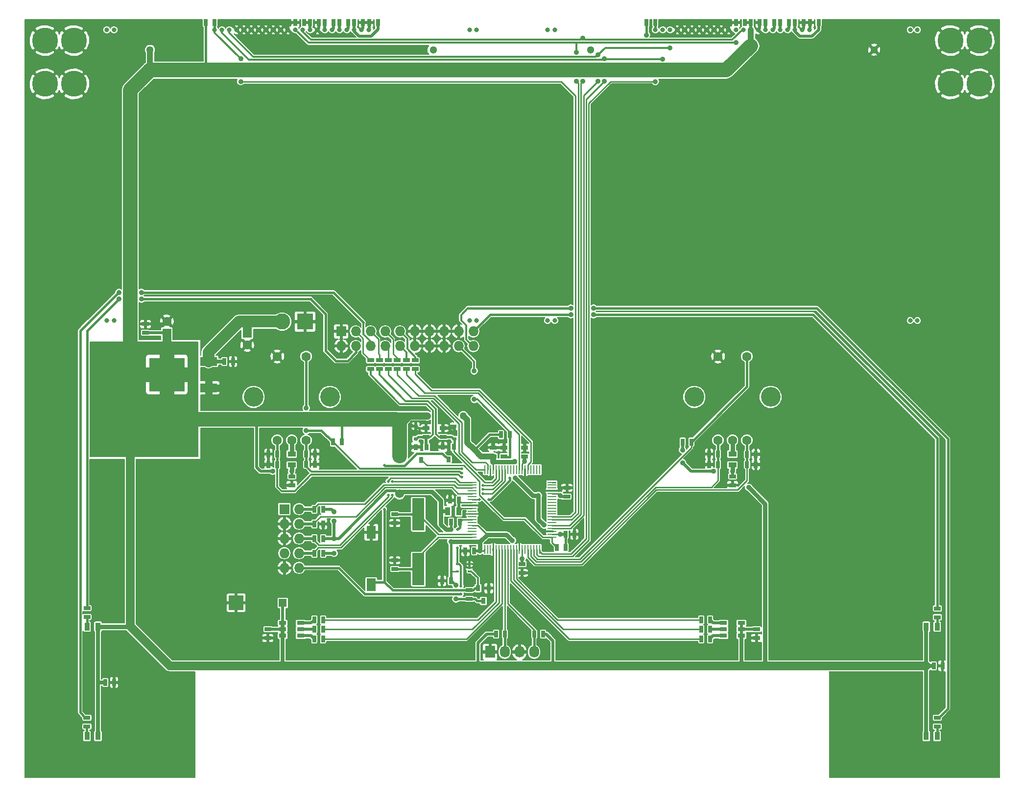
<source format=gtl>
G04 #@! TF.FileFunction,Copper,L1,Top,Signal*
%FSLAX46Y46*%
G04 Gerber Fmt 4.6, Leading zero omitted, Abs format (unit mm)*
G04 Created by KiCad (PCBNEW (2014-jul-16 BZR unknown)-product) date Sex 05 Dez 2014 13:25:39 BRST*
%MOMM*%
G01*
G04 APERTURE LIST*
%ADD10C,0.152400*%
%ADD11R,0.635000X1.143000*%
%ADD12R,1.600000X1.600000*%
%ADD13C,1.600000*%
%ADD14R,1.143000X0.635000*%
%ADD15C,4.500000*%
%ADD16R,0.685800X0.609600*%
%ADD17C,3.400000*%
%ADD18R,1.397000X0.889000*%
%ADD19R,0.889000X1.397000*%
%ADD20C,0.800000*%
%ADD21C,1.300000*%
%ADD22R,1.300000X0.700000*%
%ADD23R,1.727200X1.727200*%
%ADD24O,1.727200X1.727200*%
%ADD25R,2.794000X2.794000*%
%ADD26C,2.794000*%
%ADD27R,1.727200X2.032000*%
%ADD28O,1.727200X2.032000*%
%ADD29R,0.800100X1.000760*%
%ADD30R,1.600000X2.200000*%
%ADD31R,2.500000X2.500000*%
%ADD32R,1.400000X1.400000*%
%ADD33R,1.500000X0.280000*%
%ADD34R,0.280000X1.500000*%
%ADD35R,0.508000X0.304800*%
%ADD36R,6.197600X5.791200*%
%ADD37R,2.997200X1.600200*%
%ADD38R,2.108200X5.588000*%
%ADD39C,0.889000*%
%ADD40C,1.524000*%
%ADD41C,2.540000*%
%ADD42C,1.270000*%
%ADD43C,0.508000*%
%ADD44C,0.762000*%
%ADD45C,1.524000*%
%ADD46C,0.508000*%
%ADD47C,0.635000*%
%ADD48C,0.381000*%
%ADD49C,0.254000*%
%ADD50C,0.304800*%
%ADD51C,1.270000*%
%ADD52C,2.540000*%
%ADD53C,1.016000*%
%ADD54C,0.203200*%
%ADD55C,2.032000*%
G04 APERTURE END LIST*
D10*
D11*
X157488000Y-112190000D03*
X159012000Y-112190000D03*
X14263000Y-115075000D03*
X15787000Y-115075000D03*
D12*
X38800000Y-54680000D03*
D13*
X38800000Y-56680000D03*
D12*
X24900000Y-54600000D03*
D13*
X24900000Y-52600000D03*
D14*
X21225000Y-54587000D03*
X21225000Y-53063000D03*
D11*
X48637000Y-875000D03*
X47113000Y-875000D03*
X49663000Y-875000D03*
X51187000Y-875000D03*
X52213000Y-875000D03*
X53737000Y-875000D03*
X56287000Y-875000D03*
X54763000Y-875000D03*
X57313000Y-875000D03*
X58837000Y-875000D03*
X124837000Y-875000D03*
X123313000Y-875000D03*
X125863000Y-875000D03*
X127387000Y-875000D03*
X128413000Y-875000D03*
X129937000Y-875000D03*
D14*
X42350000Y-105888000D03*
X42350000Y-107412000D03*
D11*
X132487000Y-875000D03*
X130963000Y-875000D03*
X133513000Y-875000D03*
X135037000Y-875000D03*
D14*
X126850000Y-105888000D03*
X126850000Y-107412000D03*
X46500000Y-79413000D03*
X46500000Y-80937000D03*
D11*
X49013000Y-75550000D03*
X50537000Y-75550000D03*
X44012000Y-75550000D03*
X42488000Y-75550000D03*
D14*
X122700000Y-79413000D03*
X122700000Y-80937000D03*
D11*
X125213000Y-75600000D03*
X126737000Y-75600000D03*
X120187000Y-75550000D03*
X118663000Y-75550000D03*
D14*
X64325000Y-85988000D03*
X64325000Y-87512000D03*
X64325000Y-95462000D03*
X64325000Y-93938000D03*
D11*
X74002000Y-97500000D03*
X72478000Y-97500000D03*
X78062000Y-92325000D03*
X76538000Y-92325000D03*
X93838000Y-89425000D03*
X95362000Y-89425000D03*
D14*
X94075000Y-82937000D03*
X94075000Y-81413000D03*
X81350000Y-75937000D03*
X81350000Y-74413000D03*
X83220000Y-75937000D03*
X83220000Y-74413000D03*
D11*
X75387000Y-83550000D03*
X73863000Y-83550000D03*
D14*
X86775000Y-75962000D03*
X86775000Y-74438000D03*
X86350000Y-94613000D03*
X86350000Y-96137000D03*
D11*
X36337000Y-59550000D03*
X34813000Y-59550000D03*
D15*
X165360000Y-11500000D03*
X165360000Y-4000000D03*
X160360000Y-11500000D03*
X160360000Y-4000000D03*
X8840000Y-11500000D03*
X8840000Y-4000000D03*
X3840000Y-11500000D03*
X3840000Y-4000000D03*
D16*
X74625000Y-72957600D03*
X74625000Y-70722400D03*
X67925000Y-72942600D03*
X67925000Y-70707400D03*
D13*
X49000000Y-73170000D03*
X49000000Y-58670000D03*
X44000000Y-73170000D03*
X44000000Y-58670000D03*
X46500000Y-73170000D03*
D17*
X53100000Y-65670000D03*
X39900000Y-65670000D03*
D13*
X125200000Y-73170000D03*
X125200000Y-58670000D03*
X120200000Y-73170000D03*
X120200000Y-58670000D03*
X122700000Y-73170000D03*
D17*
X129300000Y-65670000D03*
X116100000Y-65670000D03*
D18*
X46500000Y-77452500D03*
X46500000Y-75547500D03*
X122700000Y-77452500D03*
X122700000Y-75547500D03*
D19*
X73472500Y-85450000D03*
X75377500Y-85450000D03*
D20*
X33165000Y-2150000D03*
X34435000Y-2150000D03*
X35705000Y-2150000D03*
X36975000Y-2150000D03*
X38245000Y-2150000D03*
X39515000Y-2150000D03*
X40785000Y-2150000D03*
X42055000Y-2150000D03*
X43325000Y-2150000D03*
X44595000Y-2150000D03*
X45865000Y-2150000D03*
X47135000Y-2150000D03*
X48405000Y-2150000D03*
X49675000Y-2150000D03*
X50945000Y-2150000D03*
X52215000Y-2150000D03*
X53485000Y-2150000D03*
X54755000Y-2150000D03*
X56025000Y-2150000D03*
X57295000Y-2150000D03*
X58565000Y-2150000D03*
X59835000Y-2150000D03*
X14525000Y-2150000D03*
X15775000Y-2150000D03*
X78475000Y-2150000D03*
X77225000Y-2150000D03*
X78475000Y-52450000D03*
X77225000Y-52450000D03*
X14525000Y-52450000D03*
X15775000Y-52450000D03*
D21*
X22000000Y-5600000D03*
X71000000Y-5600000D03*
D20*
X109365000Y-2150000D03*
X110635000Y-2150000D03*
X111905000Y-2150000D03*
X113175000Y-2150000D03*
X114445000Y-2150000D03*
X115715000Y-2150000D03*
X116985000Y-2150000D03*
X118255000Y-2150000D03*
X119525000Y-2150000D03*
X120795000Y-2150000D03*
X122065000Y-2150000D03*
X123335000Y-2150000D03*
X124605000Y-2150000D03*
X125875000Y-2150000D03*
X127145000Y-2150000D03*
X128415000Y-2150000D03*
X129685000Y-2150000D03*
X130955000Y-2150000D03*
X132225000Y-2150000D03*
X133495000Y-2150000D03*
X134765000Y-2150000D03*
X136035000Y-2150000D03*
X90725000Y-2150000D03*
X91975000Y-2150000D03*
X154675000Y-2150000D03*
X153425000Y-2150000D03*
X154675000Y-52450000D03*
X153425000Y-52450000D03*
X90725000Y-52450000D03*
X91975000Y-52450000D03*
D21*
X98200000Y-5600000D03*
X147200000Y-5600000D03*
D22*
X48050000Y-106990000D03*
X48050000Y-105890000D03*
X48050000Y-104790000D03*
X44950000Y-104790000D03*
X44950000Y-105890000D03*
X44950000Y-106990000D03*
X121150000Y-104790000D03*
X121150000Y-105890000D03*
X121150000Y-106990000D03*
X124250000Y-106990000D03*
X124250000Y-105890000D03*
X124250000Y-104790000D03*
D19*
X13002500Y-105430000D03*
X11097500Y-105430000D03*
X13002500Y-124340000D03*
X11097500Y-124340000D03*
X156197500Y-105430000D03*
X158102500Y-105430000D03*
X156197500Y-124340000D03*
X158102500Y-124340000D03*
D23*
X55045000Y-54330000D03*
D24*
X55045000Y-56870000D03*
X57585000Y-54330000D03*
X57585000Y-56870000D03*
X60125000Y-54330000D03*
X60125000Y-56870000D03*
X62665000Y-54330000D03*
X62665000Y-56870000D03*
X65205000Y-54330000D03*
X65205000Y-56870000D03*
X67745000Y-54330000D03*
X67745000Y-56870000D03*
X70285000Y-54330000D03*
X70285000Y-56870000D03*
X72825000Y-54330000D03*
X72825000Y-56870000D03*
X75365000Y-54330000D03*
X75365000Y-56870000D03*
X77905000Y-54330000D03*
X77905000Y-56870000D03*
D25*
X48801200Y-52650000D03*
D26*
X44838800Y-52650000D03*
D27*
X80790000Y-109800000D03*
D28*
X83330000Y-109800000D03*
X85870000Y-109800000D03*
X88410000Y-109800000D03*
D23*
X45230000Y-85095000D03*
D24*
X47770000Y-85095000D03*
X45230000Y-87635000D03*
X47770000Y-87635000D03*
X45230000Y-90175000D03*
X47770000Y-90175000D03*
X45230000Y-92715000D03*
X47770000Y-92715000D03*
X45230000Y-95255000D03*
X47770000Y-95255000D03*
D29*
X73585000Y-76524820D03*
X72632500Y-74325180D03*
X74537500Y-74325180D03*
X68880000Y-76529820D03*
X67927500Y-74330180D03*
X69832500Y-74330180D03*
D14*
X72650000Y-71063000D03*
X72650000Y-72587000D03*
X61665000Y-59338000D03*
X61665000Y-60862000D03*
X69750000Y-71063000D03*
X69750000Y-72587000D03*
X60115000Y-59338000D03*
X60115000Y-60862000D03*
X11100000Y-103772000D03*
X11100000Y-102248000D03*
X11090000Y-122692000D03*
X11090000Y-121168000D03*
X158100000Y-103792000D03*
X158100000Y-102268000D03*
X158100000Y-122692000D03*
X158100000Y-121168000D03*
X67865000Y-60862000D03*
X67865000Y-59338000D03*
X66315000Y-60862000D03*
X66315000Y-59338000D03*
X64765000Y-60862000D03*
X64765000Y-59338000D03*
X63215000Y-60862000D03*
X63215000Y-59338000D03*
D11*
X31638000Y-875000D03*
X33162000Y-875000D03*
X50388000Y-107550000D03*
X51912000Y-107550000D03*
X50388000Y-105900000D03*
X51912000Y-105900000D03*
X50388000Y-104250000D03*
X51912000Y-104250000D03*
X107838000Y-875000D03*
X109362000Y-875000D03*
X118812000Y-104250000D03*
X117288000Y-104250000D03*
X118812000Y-105900000D03*
X117288000Y-105900000D03*
X118812000Y-107550000D03*
X117288000Y-107550000D03*
X49013000Y-77350000D03*
X50537000Y-77350000D03*
X55137000Y-73475000D03*
X53613000Y-73475000D03*
X44012000Y-77375000D03*
X42488000Y-77375000D03*
X81808000Y-106700000D03*
X83332000Y-106700000D03*
X89932000Y-106700000D03*
X88408000Y-106700000D03*
X125213000Y-77375000D03*
X126737000Y-77375000D03*
X114058000Y-73480000D03*
X115582000Y-73480000D03*
X120187000Y-77375000D03*
X118663000Y-77375000D03*
X74038000Y-87350000D03*
X75562000Y-87350000D03*
D14*
X77200000Y-100637000D03*
X77200000Y-99113000D03*
D11*
X93837000Y-91700000D03*
X92313000Y-91700000D03*
X82688000Y-72200000D03*
X84212000Y-72200000D03*
X51937000Y-87650000D03*
X50413000Y-87650000D03*
X51937000Y-85100000D03*
X50413000Y-85100000D03*
X51937000Y-90175000D03*
X50413000Y-90175000D03*
X51937000Y-92725000D03*
X50413000Y-92725000D03*
X61387000Y-875000D03*
X59863000Y-875000D03*
X137587000Y-875000D03*
X136063000Y-875000D03*
D30*
X60250000Y-98200000D03*
X60250000Y-89100000D03*
D31*
X36900000Y-101300000D03*
D32*
X44930000Y-101320000D03*
D33*
X77700000Y-80425000D03*
X77700000Y-80925000D03*
X77700000Y-81425000D03*
X77700000Y-81925000D03*
X77700000Y-82425000D03*
X77700000Y-82925000D03*
X77700000Y-83425000D03*
X77700000Y-83925000D03*
X77700000Y-84425000D03*
X77700000Y-84925000D03*
X77700000Y-85425000D03*
X77700000Y-85925000D03*
X77700000Y-86425000D03*
X77700000Y-86925000D03*
X77700000Y-87425000D03*
X77700000Y-87925000D03*
X77700000Y-88425000D03*
X77700000Y-88925000D03*
X77700000Y-89425000D03*
X77700000Y-89925000D03*
D34*
X79850000Y-92075000D03*
X80350000Y-92075000D03*
X80850000Y-92075000D03*
X81350000Y-92075000D03*
X81850000Y-92075000D03*
X82350000Y-92075000D03*
X82850000Y-92075000D03*
X83350000Y-92075000D03*
X83850000Y-92075000D03*
X84350000Y-92075000D03*
X84850000Y-92075000D03*
X85350000Y-92075000D03*
X85850000Y-92075000D03*
X86350000Y-92075000D03*
X86850000Y-92075000D03*
X87350000Y-92075000D03*
X87850000Y-92075000D03*
X88350000Y-92075000D03*
X88850000Y-92075000D03*
X89350000Y-92075000D03*
D33*
X91500000Y-89925000D03*
X91500000Y-89425000D03*
X91500000Y-88925000D03*
X91500000Y-88425000D03*
X91500000Y-87925000D03*
X91500000Y-87425000D03*
X91500000Y-86925000D03*
X91500000Y-86425000D03*
X91500000Y-85925000D03*
X91500000Y-85425000D03*
X91500000Y-84925000D03*
X91500000Y-84425000D03*
X91500000Y-83925000D03*
X91500000Y-83425000D03*
X91500000Y-82925000D03*
X91500000Y-82425000D03*
X91500000Y-81925000D03*
X91500000Y-81425000D03*
X91500000Y-80925000D03*
X91500000Y-80425000D03*
D34*
X89350000Y-78275000D03*
X88850000Y-78275000D03*
X88350000Y-78275000D03*
X87850000Y-78275000D03*
X87350000Y-78275000D03*
X86850000Y-78275000D03*
X86350000Y-78275000D03*
X85850000Y-78275000D03*
X85350000Y-78275000D03*
X84850000Y-78275000D03*
X84350000Y-78275000D03*
X83850000Y-78275000D03*
X83350000Y-78275000D03*
X82850000Y-78275000D03*
X82350000Y-78275000D03*
X81850000Y-78275000D03*
X81350000Y-78275000D03*
X80850000Y-78275000D03*
X80350000Y-78275000D03*
X79850000Y-78275000D03*
D29*
X79625000Y-100974820D03*
X78672500Y-98775180D03*
X80577500Y-98775180D03*
D35*
X77191000Y-95860000D03*
X77191000Y-94590000D03*
X75159000Y-95860000D03*
X77191000Y-95225000D03*
X75159000Y-94590000D03*
D36*
X24906000Y-61800000D03*
D37*
X32094200Y-64086000D03*
X32094200Y-59514000D03*
D38*
X68390000Y-95479800D03*
X68390000Y-85980200D03*
D39*
X74890000Y-100620000D03*
X74880000Y-98260000D03*
D40*
X65125000Y-82450000D03*
D39*
X114060000Y-74840000D03*
X114060000Y-77060000D03*
X119400000Y-78530000D03*
X122700000Y-78525000D03*
X74025000Y-90725000D03*
X74025000Y-88625000D03*
X86350000Y-93650000D03*
X84650000Y-90500000D03*
X79050000Y-92325000D03*
X85050000Y-76850000D03*
X86775000Y-76850000D03*
X53825000Y-90175000D03*
X53825000Y-92725000D03*
X89127080Y-82727800D03*
X85131660Y-79689960D03*
X92925000Y-82725000D03*
X90094820Y-87830660D03*
X92925000Y-89425000D03*
X53818540Y-85552280D03*
X53808380Y-87137240D03*
D41*
X65125000Y-75850000D03*
D39*
X43200000Y-78520000D03*
X46500000Y-78525000D03*
X81350000Y-76875000D03*
D42*
X69900000Y-68925000D03*
X76150000Y-68925000D03*
D39*
X156200000Y-112190000D03*
X125490000Y-81320000D03*
D42*
X49680000Y-9125000D03*
X98200000Y-9125000D03*
X107840000Y-9125000D03*
D39*
X107840000Y-3040000D03*
X96270000Y-89430000D03*
X72480000Y-96350000D03*
X79250000Y-85225000D03*
X73795000Y-71070000D03*
X67060000Y-70610000D03*
X67060000Y-74340000D03*
X73860000Y-82400000D03*
X80575000Y-97600000D03*
X76550000Y-93550000D03*
X51500000Y-77350000D03*
X41525000Y-77375000D03*
X45275000Y-80925000D03*
X121475000Y-80950000D03*
X117575000Y-77375000D03*
X127825000Y-77375000D03*
X81350000Y-90650000D03*
X85850000Y-90650000D03*
X86350000Y-97025000D03*
X90100000Y-88925000D03*
X92925000Y-81625000D03*
X81350000Y-73525000D03*
X86850000Y-79675000D03*
X80850000Y-79675000D03*
X64325000Y-92975000D03*
X64325000Y-88475000D03*
X126850000Y-108375000D03*
X52840000Y-87650000D03*
X61025000Y-87125000D03*
X86775000Y-73525000D03*
D42*
X34500000Y-64100000D03*
D39*
X37350000Y-59550000D03*
X16750000Y-115070000D03*
X42360000Y-108380000D03*
X159010000Y-110970000D03*
D42*
X32100000Y-62200000D03*
X32100000Y-66000000D03*
D39*
X71585000Y-74325000D03*
D43*
X5080000Y-53340000D03*
X157480000Y-53340000D03*
X132080000Y-27940000D03*
X81280000Y-27940000D03*
X30480000Y-27940000D03*
X55880000Y-27940000D03*
X157480000Y-27940000D03*
X5080000Y-27940000D03*
X144780000Y-104140000D03*
X144780000Y-78740000D03*
X30480000Y-104140000D03*
X30480000Y-78740000D03*
X5080000Y-129540000D03*
X5080000Y-78740000D03*
X5080000Y-104140000D03*
X165100000Y-129540000D03*
X165100000Y-78740000D03*
X165100000Y-104140000D03*
X106680000Y-91440000D03*
X106680000Y-27940000D03*
X106680000Y-66040000D03*
X75893680Y-78823820D03*
X79561440Y-81686400D03*
X79561440Y-82400140D03*
X75893680Y-79537560D03*
D39*
X78030000Y-61170000D03*
X78050000Y-66100000D03*
D43*
X84200000Y-76020000D03*
X84200000Y-79680000D03*
X78910000Y-83420000D03*
X80580000Y-83420000D03*
X79561440Y-80972660D03*
X75893680Y-78110080D03*
D39*
X49000000Y-71500000D03*
X49000000Y-67575000D03*
X37680000Y-7170000D03*
X37680000Y-11100000D03*
X109360000Y-11080000D03*
X20510000Y-48710000D03*
X16630000Y-48710000D03*
X20510000Y-47600000D03*
X16620000Y-47600000D03*
X98660000Y-51420000D03*
X94750000Y-51420000D03*
X98660000Y-50320000D03*
X94750000Y-50320000D03*
D43*
X63170000Y-80280000D03*
X63170000Y-82660000D03*
X63890000Y-82650000D03*
X63890000Y-80280000D03*
X75770000Y-99770000D03*
X75770000Y-98450000D03*
X75150000Y-88625000D03*
X75150000Y-91775000D03*
X62520000Y-77490000D03*
X62520000Y-85080000D03*
D39*
X100560000Y-11060000D03*
X100560000Y-7180000D03*
X110640000Y-7190000D03*
X99440000Y-6500000D03*
X99440000Y-11050000D03*
X111900000Y-5240000D03*
X96810000Y-11050000D03*
X96810000Y-3570000D03*
X123340000Y-4390000D03*
X95710000Y-11050000D03*
X95710000Y-6000000D03*
D44*
X13002500Y-105430000D02*
X17880000Y-105430000D01*
X17880000Y-105430000D02*
X18575000Y-104735000D01*
D45*
X18575000Y-59575000D02*
X18575000Y-104735000D01*
X18575000Y-104735000D02*
X18575000Y-105338660D01*
X18575000Y-105338660D02*
X25436340Y-112200000D01*
X25436340Y-112200000D02*
X44950000Y-112200000D01*
D46*
X125863000Y-875000D02*
X125863000Y-2138000D01*
X125863000Y-2138000D02*
X125875000Y-2150000D01*
X124837000Y-875000D02*
X125863000Y-875000D01*
X49663000Y-875000D02*
X48637000Y-875000D01*
X49663000Y-875000D02*
X49663000Y-2138000D01*
X49663000Y-2138000D02*
X49675000Y-2150000D01*
D47*
X73472500Y-85450000D02*
X72280000Y-85450000D01*
X72430000Y-85430000D02*
X72280000Y-85430000D01*
X72300000Y-85430000D02*
X72430000Y-85430000D01*
X72280000Y-85450000D02*
X72300000Y-85430000D01*
D48*
X74038000Y-87350000D02*
X74038000Y-88612000D01*
X74038000Y-88612000D02*
X74025000Y-88625000D01*
D44*
X65513798Y-82061202D02*
X70731202Y-82061202D01*
X65125000Y-82450000D02*
X65513798Y-82061202D01*
X72280000Y-83610000D02*
X72280000Y-85430000D01*
X70731202Y-82061202D02*
X72280000Y-83610000D01*
X72280000Y-85430000D02*
X72280000Y-87740000D01*
X73165000Y-88625000D02*
X74025000Y-88625000D01*
X72280000Y-87740000D02*
X73165000Y-88625000D01*
D46*
X64500000Y-81934202D02*
X62875798Y-81934202D01*
X65015798Y-82450000D02*
X64500000Y-81934202D01*
X65125000Y-82450000D02*
X65015798Y-82450000D01*
X54635000Y-90175000D02*
X53825000Y-90175000D01*
X62875798Y-81934202D02*
X54635000Y-90175000D01*
D48*
X74002000Y-97500000D02*
X74120000Y-97500000D01*
X74120000Y-97500000D02*
X74880000Y-98260000D01*
X74907000Y-100637000D02*
X77200000Y-100637000D01*
X74890000Y-100620000D02*
X74907000Y-100637000D01*
X74025000Y-95660000D02*
X74025000Y-97477000D01*
X74025000Y-97477000D02*
X74002000Y-97500000D01*
D49*
X75159000Y-95860000D02*
X74060000Y-95860000D01*
X74060000Y-95860000D02*
X74025000Y-95825000D01*
D48*
X74025000Y-90725000D02*
X74025000Y-95660000D01*
X74025000Y-95660000D02*
X74025000Y-95825000D01*
D44*
X73472500Y-85450000D02*
X73472500Y-85362500D01*
D46*
X119400000Y-78530000D02*
X115530000Y-78530000D01*
D48*
X114058000Y-74838000D02*
X114060000Y-74840000D01*
D46*
X114058000Y-73480000D02*
X114058000Y-74838000D01*
X115530000Y-78530000D02*
X114060000Y-77060000D01*
D48*
X77200000Y-100637000D02*
X78162000Y-100637000D01*
X78499820Y-100974820D02*
X79625000Y-100974820D01*
X78162000Y-100637000D02*
X78499820Y-100974820D01*
D47*
X44950000Y-105890000D02*
X44950000Y-106990000D01*
X44950000Y-104790000D02*
X44950000Y-105890000D01*
X44950000Y-105025000D02*
X44950000Y-104790000D01*
D46*
X73300000Y-85622500D02*
X73472500Y-85450000D01*
D44*
X74025000Y-90725000D02*
X79050000Y-90725000D01*
D46*
X74025000Y-87363000D02*
X74038000Y-87350000D01*
D49*
X77700000Y-87925000D02*
X78700000Y-87925000D01*
X78700000Y-87925000D02*
X80275000Y-89500000D01*
D44*
X79050000Y-90725000D02*
X80275000Y-89500000D01*
X80275000Y-89500000D02*
X83650000Y-89500000D01*
X83650000Y-89500000D02*
X84650000Y-90500000D01*
X79050000Y-92325000D02*
X79050000Y-90725000D01*
D49*
X81350000Y-76875000D02*
X81350000Y-78275000D01*
D44*
X85025000Y-76875000D02*
X81350000Y-76875000D01*
X85050000Y-76850000D02*
X85025000Y-76875000D01*
X46500000Y-77452500D02*
X46500000Y-78525000D01*
D46*
X46500000Y-78525000D02*
X46500000Y-79413000D01*
X122700000Y-79413000D02*
X122700000Y-78525000D01*
D44*
X122700000Y-78525000D02*
X122700000Y-77452500D01*
D48*
X93837000Y-91700000D02*
X93837000Y-89426000D01*
X93837000Y-89426000D02*
X93838000Y-89425000D01*
D46*
X93838000Y-91699000D02*
X93837000Y-91700000D01*
X78062000Y-92325000D02*
X79050000Y-92325000D01*
D49*
X79600000Y-92325000D02*
X79850000Y-92075000D01*
X79050000Y-92325000D02*
X79600000Y-92325000D01*
X86350000Y-92075000D02*
X86350000Y-93650000D01*
D46*
X86350000Y-93650000D02*
X86350000Y-94613000D01*
D49*
X91500000Y-89425000D02*
X92925000Y-89425000D01*
D46*
X92925000Y-89425000D02*
X93838000Y-89425000D01*
X94075000Y-82937000D02*
X93137000Y-82937000D01*
X93137000Y-82937000D02*
X92925000Y-82725000D01*
D49*
X92625000Y-82425000D02*
X92925000Y-82725000D01*
X92625000Y-82425000D02*
X91500000Y-82425000D01*
D47*
X86775000Y-75962000D02*
X86775000Y-76850000D01*
D49*
X86350000Y-77275000D02*
X86775000Y-76850000D01*
X86350000Y-77275000D02*
X86350000Y-78275000D01*
D46*
X53825000Y-90175000D02*
X51937000Y-90175000D01*
X51937000Y-92725000D02*
X53825000Y-92725000D01*
X124250000Y-104790000D02*
X124250000Y-105890000D01*
X124250000Y-105890000D02*
X124250000Y-106990000D01*
X126848000Y-105890000D02*
X126850000Y-105888000D01*
X124250000Y-105890000D02*
X126848000Y-105890000D01*
X44948000Y-105888000D02*
X44950000Y-105890000D01*
X42350000Y-105888000D02*
X44948000Y-105888000D01*
D47*
X44950000Y-112050000D02*
X44950000Y-112200000D01*
X44950000Y-112200000D02*
X44950000Y-112050000D01*
X44950000Y-106990000D02*
X44950000Y-112200000D01*
X124250000Y-112080000D02*
X124370000Y-112200000D01*
X124250000Y-106990000D02*
X124250000Y-112080000D01*
D46*
X44950000Y-101340000D02*
X44930000Y-101320000D01*
X44950000Y-104790000D02*
X44950000Y-101340000D01*
D44*
X85131660Y-79700120D02*
X88159340Y-82727800D01*
X88159340Y-82727800D02*
X89127080Y-82727800D01*
X85131660Y-79689960D02*
X85131660Y-79700120D01*
X89127080Y-82727800D02*
X89127080Y-86862920D01*
X89127080Y-86862920D02*
X90094820Y-87830660D01*
D46*
X53366260Y-85100000D02*
X53818540Y-85552280D01*
X51937000Y-85100000D02*
X53366260Y-85100000D01*
X53825000Y-87153860D02*
X53808380Y-87137240D01*
X53825000Y-90175000D02*
X53825000Y-87153860D01*
D50*
X64975000Y-73475000D02*
X65140140Y-73640140D01*
D51*
X66910000Y-68920000D02*
X66840000Y-68920000D01*
X66840000Y-68920000D02*
X65140140Y-70619860D01*
X66910000Y-68920000D02*
X65510000Y-68920000D01*
D52*
X65140140Y-70619860D02*
X65140140Y-73640140D01*
X65140140Y-75834860D02*
X65140140Y-73640140D01*
X65140140Y-75834860D02*
X65125000Y-75850000D01*
D45*
X24900000Y-54600000D02*
X24900000Y-56500000D01*
D52*
X24906000Y-57506000D02*
X24900000Y-57500000D01*
X24906000Y-61800000D02*
X24906000Y-57506000D01*
X24906000Y-61800000D02*
X29100000Y-61800000D01*
X24906000Y-66394000D02*
X24900000Y-66400000D01*
X24906000Y-61800000D02*
X24906000Y-66394000D01*
X54825000Y-69550000D02*
X41075000Y-69550000D01*
X25036000Y-66524000D02*
X24906000Y-66394000D01*
X41075000Y-69550000D02*
X28062000Y-69550000D01*
X28062000Y-69550000D02*
X25036000Y-66524000D01*
X60925000Y-69550000D02*
X54825000Y-69550000D01*
X65140140Y-70215140D02*
X64475000Y-69550000D01*
X64475000Y-69550000D02*
X60925000Y-69550000D01*
X65140140Y-70619860D02*
X65140140Y-70215140D01*
D51*
X55455000Y-68920000D02*
X54825000Y-69550000D01*
D48*
X55137000Y-69862000D02*
X54825000Y-69550000D01*
X55137000Y-73475000D02*
X55137000Y-69862000D01*
D46*
X41095000Y-78520000D02*
X40425000Y-77850000D01*
X40425000Y-77850000D02*
X40425000Y-70200000D01*
X40425000Y-70200000D02*
X41075000Y-69550000D01*
X43200000Y-78520000D02*
X41095000Y-78520000D01*
D51*
X55875000Y-68920000D02*
X55455000Y-68920000D01*
D46*
X24887000Y-54587000D02*
X24900000Y-54600000D01*
X21225000Y-54587000D02*
X24887000Y-54587000D01*
D52*
X18575000Y-12550000D02*
X21950000Y-9175000D01*
X18575000Y-59575000D02*
X18575000Y-12550000D01*
X20800000Y-61800000D02*
X18575000Y-59575000D01*
D53*
X22000000Y-9125000D02*
X21950000Y-9175000D01*
X22000000Y-8780000D02*
X22000000Y-9125000D01*
X22000000Y-5600000D02*
X22000000Y-8780000D01*
D51*
X61555000Y-68920000D02*
X60925000Y-69550000D01*
X66910000Y-68920000D02*
X61555000Y-68920000D01*
D53*
X81350000Y-76875000D02*
X81350000Y-75937000D01*
X78092500Y-74817500D02*
X76850000Y-73575000D01*
X79212000Y-75937000D02*
X78092500Y-74817500D01*
X76850000Y-73575000D02*
X76850000Y-69625000D01*
X76850000Y-69625000D02*
X76150000Y-68925000D01*
D51*
X69895000Y-68920000D02*
X69900000Y-68925000D01*
X69895000Y-68920000D02*
X66910000Y-68920000D01*
D53*
X81350000Y-75937000D02*
X79212000Y-75937000D01*
D46*
X14262500Y-115075500D02*
X14263000Y-115075000D01*
D45*
X78700000Y-112200000D02*
X44950000Y-112200000D01*
X91640000Y-112200000D02*
X78700000Y-112200000D01*
X124370000Y-112200000D02*
X91640000Y-112200000D01*
D46*
X80240000Y-106700000D02*
X78700000Y-108240000D01*
X78700000Y-108240000D02*
X78700000Y-112200000D01*
X81808000Y-106700000D02*
X80240000Y-106700000D01*
X90480000Y-106700000D02*
X91640000Y-107860000D01*
X91640000Y-107860000D02*
X91640000Y-112200000D01*
X89932000Y-106700000D02*
X90480000Y-106700000D01*
D47*
X13002500Y-115097500D02*
X13002500Y-105430000D01*
X13002500Y-124340000D02*
X13002500Y-115097500D01*
X13025000Y-115075000D02*
X13002500Y-115097500D01*
X14263000Y-115075000D02*
X13025000Y-115075000D01*
X156197500Y-112187500D02*
X156200000Y-112190000D01*
D45*
X128340000Y-112200000D02*
X124370000Y-112200000D01*
D47*
X156197500Y-105430000D02*
X156197500Y-112187500D01*
X156200000Y-124337500D02*
X156197500Y-124340000D01*
X156200000Y-112190000D02*
X156200000Y-124337500D01*
D45*
X156190000Y-112200000D02*
X156200000Y-112190000D01*
X156190000Y-112200000D02*
X128340000Y-112200000D01*
D47*
X157488000Y-112190000D02*
X156200000Y-112190000D01*
D44*
X125490000Y-81320000D02*
X128340000Y-84170000D01*
X128340000Y-84170000D02*
X128340000Y-112200000D01*
D48*
X80710000Y-72200000D02*
X78092500Y-74817500D01*
X82688000Y-72200000D02*
X80710000Y-72200000D01*
D52*
X121650000Y-9125000D02*
X125875000Y-4900000D01*
D53*
X125875000Y-4900000D02*
X125875000Y-2150000D01*
D52*
X107840000Y-9125000D02*
X121650000Y-9125000D01*
X98200000Y-9125000D02*
X107840000Y-9125000D01*
X49680000Y-9125000D02*
X98200000Y-9125000D01*
X31705000Y-9125000D02*
X49680000Y-9125000D01*
X22000000Y-9125000D02*
X31705000Y-9125000D01*
D48*
X31638000Y-9058000D02*
X31705000Y-9125000D01*
X31638000Y-875000D02*
X31638000Y-9058000D01*
X107838000Y-3038000D02*
X107838000Y-875000D01*
X107838000Y-3038000D02*
X107840000Y-3040000D01*
D46*
X24906000Y-60306000D02*
X24900000Y-60300000D01*
D52*
X20800000Y-61800000D02*
X24906000Y-61800000D01*
D50*
X72825000Y-56870000D02*
X72825000Y-56885000D01*
X73075000Y-57120000D02*
X72825000Y-56870000D01*
X72825000Y-54330000D02*
X72820000Y-54330000D01*
D46*
X136063000Y-875000D02*
X136063000Y-2122000D01*
X136063000Y-2122000D02*
X136035000Y-2150000D01*
X135037000Y-875000D02*
X135037000Y-1878000D01*
X135037000Y-1878000D02*
X134765000Y-2150000D01*
X127387000Y-875000D02*
X127387000Y-1908000D01*
X127387000Y-1908000D02*
X127145000Y-2150000D01*
X59863000Y-875000D02*
X59863000Y-2122000D01*
X59863000Y-2122000D02*
X59835000Y-2150000D01*
X58837000Y-875000D02*
X58837000Y-1878000D01*
X58837000Y-1878000D02*
X58565000Y-2150000D01*
X51187000Y-875000D02*
X51187000Y-1908000D01*
X51187000Y-1908000D02*
X50945000Y-2150000D01*
X95362000Y-89425000D02*
X96265000Y-89425000D01*
X96265000Y-89425000D02*
X96270000Y-89430000D01*
D48*
X83220000Y-74413000D02*
X81350000Y-74413000D01*
X72478000Y-97500000D02*
X72478000Y-96352000D01*
X72478000Y-96352000D02*
X72480000Y-96350000D01*
D49*
X77700000Y-85925000D02*
X78655000Y-85925000D01*
X78653418Y-84425000D02*
X77700000Y-84425000D01*
X79250000Y-85021582D02*
X79250000Y-85225000D01*
X78653418Y-84425000D02*
X79250000Y-85021582D01*
X79250000Y-85330000D02*
X79250000Y-85225000D01*
X78655000Y-85925000D02*
X79250000Y-85330000D01*
D48*
X73795000Y-71070000D02*
X74175800Y-71070000D01*
X73788000Y-71063000D02*
X73795000Y-71070000D01*
X72650000Y-71063000D02*
X73788000Y-71063000D01*
X74175800Y-71070000D02*
X74625000Y-70620800D01*
X67925000Y-70605800D02*
X67064200Y-70605800D01*
X67064200Y-70605800D02*
X67060000Y-70610000D01*
D46*
X67927500Y-74330180D02*
X67069820Y-74330180D01*
X67069820Y-74330180D02*
X67060000Y-74340000D01*
D48*
X73863000Y-83550000D02*
X73863000Y-82403000D01*
X73863000Y-82403000D02*
X73860000Y-82400000D01*
D46*
X80577500Y-98775180D02*
X80577500Y-97602500D01*
X80577500Y-97602500D02*
X80575000Y-97600000D01*
D50*
X77191000Y-94590000D02*
X76550000Y-94590000D01*
X76550000Y-94590000D02*
X76550000Y-94575000D01*
X76550000Y-93550000D02*
X76550000Y-94575000D01*
X76550000Y-94575000D02*
X76550000Y-94950000D01*
D48*
X76538000Y-93538000D02*
X76550000Y-93550000D01*
X76538000Y-92325000D02*
X76538000Y-93538000D01*
D50*
X76825000Y-95225000D02*
X77191000Y-95225000D01*
X76550000Y-94950000D02*
X76825000Y-95225000D01*
D48*
X50537000Y-77350000D02*
X51500000Y-77350000D01*
X50537000Y-75550000D02*
X50537000Y-77350000D01*
X42488000Y-77375000D02*
X41525000Y-77375000D01*
X42488000Y-75550000D02*
X42488000Y-77375000D01*
X46500000Y-80937000D02*
X45287000Y-80937000D01*
X45287000Y-80937000D02*
X45275000Y-80925000D01*
X122700000Y-80937000D02*
X121488000Y-80937000D01*
X121488000Y-80937000D02*
X121475000Y-80950000D01*
D46*
X118663000Y-77375000D02*
X117575000Y-77375000D01*
X126737000Y-77375000D02*
X127825000Y-77375000D01*
X126737000Y-75600000D02*
X126737000Y-77375000D01*
X118663000Y-75550000D02*
X118663000Y-77375000D01*
D49*
X81350000Y-92075000D02*
X81350000Y-90650000D01*
X85850000Y-92075000D02*
X85850000Y-90650000D01*
D46*
X86350000Y-96137000D02*
X86350000Y-97025000D01*
D49*
X91500000Y-88925000D02*
X90100000Y-88925000D01*
D46*
X94075000Y-81413000D02*
X93137000Y-81413000D01*
D49*
X92625000Y-81925000D02*
X92925000Y-81625000D01*
X92625000Y-81925000D02*
X91500000Y-81925000D01*
D46*
X93137000Y-81413000D02*
X92925000Y-81625000D01*
D47*
X81350000Y-74413000D02*
X81350000Y-73525000D01*
D49*
X86850000Y-78275000D02*
X86850000Y-79675000D01*
X80850000Y-78275000D02*
X80850000Y-79675000D01*
D48*
X69750000Y-71063000D02*
X68382200Y-71063000D01*
X68382200Y-71063000D02*
X67925000Y-70605800D01*
D46*
X64325000Y-93938000D02*
X64325000Y-92975000D01*
X64325000Y-87512000D02*
X64325000Y-88475000D01*
X126850000Y-107412000D02*
X126850000Y-108375000D01*
X51937000Y-87650000D02*
X52840000Y-87650000D01*
X46425000Y-875000D02*
X45865000Y-1435000D01*
X45865000Y-1435000D02*
X45865000Y-2150000D01*
X47113000Y-875000D02*
X46425000Y-875000D01*
X122625000Y-875000D02*
X122065000Y-1435000D01*
X122065000Y-1435000D02*
X122065000Y-2150000D01*
X123313000Y-875000D02*
X122625000Y-875000D01*
X60250000Y-87900000D02*
X61025000Y-87125000D01*
X60250000Y-89100000D02*
X60250000Y-87900000D01*
X24437000Y-53063000D02*
X24900000Y-52600000D01*
X21225000Y-53063000D02*
X24437000Y-53063000D01*
X86775000Y-74438000D02*
X86775000Y-73525000D01*
D51*
X34486000Y-64086000D02*
X34500000Y-64100000D01*
X32094200Y-64086000D02*
X34486000Y-64086000D01*
D46*
X36337000Y-59550000D02*
X37350000Y-59550000D01*
X16745000Y-115075000D02*
X16750000Y-115070000D01*
X15787000Y-115075000D02*
X16745000Y-115075000D01*
X42350000Y-108370000D02*
X42360000Y-108380000D01*
X42350000Y-107412000D02*
X42350000Y-108370000D01*
D48*
X159012000Y-110972000D02*
X159010000Y-110970000D01*
X159012000Y-112190000D02*
X159012000Y-110972000D01*
D51*
X32094200Y-62205800D02*
X32100000Y-62200000D01*
X32094200Y-64086000D02*
X32094200Y-62205800D01*
X32094200Y-65994200D02*
X32100000Y-66000000D01*
X32094200Y-64086000D02*
X32094200Y-65994200D01*
D46*
X72632500Y-74325180D02*
X71585180Y-74325180D01*
X71585180Y-74325180D02*
X71585000Y-74325000D01*
D48*
X75365000Y-54330000D02*
X75365000Y-54340000D01*
D50*
X69975000Y-57180000D02*
X70285000Y-56870000D01*
X67745000Y-57585000D02*
X67745000Y-56870000D01*
D54*
X67745000Y-54330000D02*
X67792000Y-54330000D01*
D48*
X49013000Y-75550000D02*
X49013000Y-73183000D01*
X49013000Y-73183000D02*
X49000000Y-73170000D01*
X49013000Y-77350000D02*
X49013000Y-75550000D01*
D50*
X49013000Y-77350000D02*
X49013000Y-77739420D01*
X75742362Y-78823820D02*
X75535540Y-78616998D01*
X75535540Y-78616998D02*
X49890578Y-78616998D01*
X49890578Y-78616998D02*
X49013000Y-77739420D01*
D49*
X82850000Y-80093164D02*
X82850000Y-78275000D01*
X81256764Y-81686400D02*
X79561440Y-81686400D01*
X82850000Y-80093164D02*
X81256764Y-81686400D01*
D50*
X75893680Y-78823820D02*
X75742362Y-78823820D01*
X49013000Y-77350000D02*
X49013000Y-77638000D01*
D48*
X49000000Y-75537000D02*
X49013000Y-75550000D01*
D50*
X44012000Y-77375000D02*
X44012000Y-81212000D01*
X75736200Y-79537560D02*
X75323640Y-79125000D01*
X75323640Y-79125000D02*
X49867498Y-79125000D01*
X49867498Y-79125000D02*
X47017498Y-81975000D01*
D49*
X83350000Y-80239746D02*
X81189606Y-82400140D01*
X81189606Y-82400140D02*
X79561440Y-82400140D01*
X83350000Y-80239746D02*
X83350000Y-78275000D01*
D50*
X47017498Y-81975000D02*
X44775000Y-81975000D01*
X75893680Y-79537560D02*
X75736200Y-79537560D01*
X44012000Y-81212000D02*
X44775000Y-81975000D01*
D48*
X44012000Y-75550000D02*
X44012000Y-77375000D01*
X44000000Y-73170000D02*
X44000000Y-75538000D01*
X44000000Y-75538000D02*
X44012000Y-75550000D01*
D49*
X87350000Y-92075000D02*
X87350000Y-93414746D01*
X125213000Y-80162000D02*
X125213000Y-77375000D01*
X123600000Y-81775000D02*
X125213000Y-80162000D01*
X109536328Y-81775000D02*
X123600000Y-81775000D01*
X96657520Y-94653808D02*
X109536328Y-81775000D01*
X88589062Y-94653808D02*
X96657520Y-94653808D01*
X87350000Y-93414746D02*
X88589062Y-94653808D01*
D48*
X125213000Y-75600000D02*
X125213000Y-77375000D01*
X125200000Y-73170000D02*
X125200000Y-75587000D01*
X125200000Y-75587000D02*
X125213000Y-75600000D01*
D49*
X109389746Y-81275000D02*
X119055000Y-81275000D01*
X87850000Y-93268164D02*
X88778442Y-94196606D01*
X88778442Y-94196606D02*
X96468140Y-94196606D01*
X96468140Y-94196606D02*
X109389746Y-81275000D01*
X87850000Y-92075000D02*
X87850000Y-93268164D01*
X120187000Y-80143000D02*
X120187000Y-77375000D01*
X119055000Y-81275000D02*
X120187000Y-80143000D01*
X120187000Y-77663000D02*
X120187000Y-77375000D01*
D48*
X120187000Y-75550000D02*
X120187000Y-77375000D01*
X120200000Y-73170000D02*
X120200000Y-75537000D01*
X120200000Y-75537000D02*
X120187000Y-75550000D01*
X64325000Y-85988000D02*
X68382200Y-85988000D01*
X68382200Y-85988000D02*
X68390000Y-85980200D01*
D49*
X77700000Y-89425000D02*
X71834800Y-89425000D01*
X71834800Y-89425000D02*
X68390000Y-85980200D01*
D48*
X64325000Y-95462000D02*
X68372200Y-95462000D01*
X68372200Y-95462000D02*
X68390000Y-95479800D01*
D49*
X68390000Y-93340000D02*
X68390000Y-95479800D01*
X68390000Y-93410000D02*
X68390000Y-95479800D01*
X77700000Y-89925000D02*
X71805000Y-89925000D01*
X71805000Y-89925000D02*
X68390000Y-93340000D01*
D50*
X84212000Y-72200000D02*
X84212000Y-71712000D01*
X84212000Y-71712000D02*
X78600000Y-66100000D01*
X78040000Y-59545000D02*
X75365000Y-56870000D01*
X78040000Y-61160000D02*
X78040000Y-59545000D01*
X78030000Y-61170000D02*
X78040000Y-61160000D01*
X78600000Y-66100000D02*
X78050000Y-66100000D01*
D48*
X84212000Y-71962000D02*
X84212000Y-72200000D01*
X84200000Y-80126130D02*
X83940000Y-80386130D01*
X80906130Y-83420000D02*
X83940000Y-80386130D01*
D49*
X78905000Y-83425000D02*
X78910000Y-83420000D01*
X77700000Y-83425000D02*
X78905000Y-83425000D01*
D48*
X80580000Y-83420000D02*
X80906130Y-83420000D01*
X84200000Y-79680000D02*
X84200000Y-80126130D01*
X83303000Y-76020000D02*
X83220000Y-75937000D01*
X84200000Y-76020000D02*
X83303000Y-76020000D01*
X84200000Y-72212000D02*
X84212000Y-72200000D01*
X84200000Y-76020000D02*
X84200000Y-72212000D01*
X84212000Y-72200000D02*
X84212000Y-72087000D01*
D46*
X75387000Y-83550000D02*
X75387000Y-85440500D01*
X75387000Y-85440500D02*
X75377500Y-85450000D01*
D49*
X77700000Y-83925000D02*
X75762000Y-83925000D01*
X75762000Y-83925000D02*
X75387000Y-83550000D01*
X77700000Y-84925000D02*
X75902500Y-84925000D01*
X75902500Y-84925000D02*
X75377500Y-85450000D01*
D50*
X70035422Y-66391998D02*
X66206998Y-66391998D01*
X72650000Y-72587000D02*
X71937000Y-72587000D01*
X61665000Y-61850000D02*
X61665000Y-60862000D01*
X66206998Y-66391998D02*
X61665000Y-61850000D01*
X71433002Y-67789578D02*
X70035422Y-66391998D01*
X71433002Y-72083002D02*
X71433002Y-67789578D01*
X71937000Y-72587000D02*
X71433002Y-72083002D01*
D48*
X74625000Y-73059200D02*
X74625000Y-74237680D01*
X74625000Y-74237680D02*
X74537500Y-74325180D01*
X72650000Y-72587000D02*
X74152800Y-72587000D01*
X74152800Y-72587000D02*
X74625000Y-73059200D01*
X74625000Y-74237680D02*
X74537500Y-74325180D01*
X74475000Y-74262680D02*
X74537500Y-74325180D01*
D49*
X81850000Y-78275000D02*
X81850000Y-79800000D01*
X81850000Y-79800000D02*
X81180000Y-80470000D01*
X81180000Y-80470000D02*
X79870000Y-80470000D01*
X79870000Y-80470000D02*
X74537500Y-75137500D01*
X74537500Y-75137500D02*
X74537500Y-74325180D01*
D50*
X65190000Y-66900000D02*
X69825000Y-66900000D01*
X65190000Y-66900000D02*
X60115000Y-61825000D01*
X60115000Y-60862000D02*
X60115000Y-61825000D01*
X70488000Y-72587000D02*
X70925000Y-72150000D01*
X70925000Y-72150000D02*
X70925000Y-68000000D01*
X70925000Y-68000000D02*
X69825000Y-66900000D01*
X70488000Y-72587000D02*
X69750000Y-72587000D01*
D46*
X69750000Y-72587000D02*
X69750000Y-74247680D01*
X69750000Y-74247680D02*
X69832500Y-74330180D01*
D48*
X69750000Y-72587000D02*
X68382200Y-72587000D01*
X68382200Y-72587000D02*
X67925000Y-73044200D01*
D50*
X58258996Y-78108996D02*
X75892596Y-78108996D01*
X53613000Y-73463000D02*
X58258996Y-78108996D01*
D49*
X82350000Y-79946582D02*
X81323922Y-80972660D01*
X81323922Y-80972660D02*
X79561440Y-80972660D01*
X82350000Y-79946582D02*
X82350000Y-78275000D01*
D50*
X75892596Y-78108996D02*
X75893680Y-78110080D01*
X53613000Y-73463000D02*
X53613000Y-73475000D01*
D48*
X51638000Y-71500000D02*
X53613000Y-73475000D01*
X49000000Y-58670000D02*
X49000000Y-67575000D01*
X49000000Y-71500000D02*
X51638000Y-71500000D01*
D44*
X46500000Y-75547500D02*
X46500000Y-73170000D01*
D49*
X88967822Y-93739404D02*
X96278760Y-93739404D01*
X88350000Y-93121582D02*
X88967822Y-93739404D01*
X88350000Y-92075000D02*
X88350000Y-93121582D01*
X115582000Y-74436164D02*
X115582000Y-73480000D01*
X96278760Y-93739404D02*
X115582000Y-74436164D01*
D48*
X125200000Y-58670000D02*
X125200000Y-63862000D01*
X125200000Y-63862000D02*
X115582000Y-73480000D01*
X125213000Y-58657000D02*
X125200000Y-58670000D01*
D44*
X122700000Y-75547500D02*
X122700000Y-73170000D01*
D48*
X33165000Y-878000D02*
X33162000Y-875000D01*
X33165000Y-2150000D02*
X33165000Y-878000D01*
D49*
X95557202Y-13557202D02*
X93100000Y-11100000D01*
X93100000Y-11100000D02*
X37680000Y-11100000D01*
D50*
X33165000Y-2655000D02*
X37680000Y-7170000D01*
X33165000Y-2655000D02*
X33165000Y-2150000D01*
D49*
X91500000Y-86425000D02*
X94725000Y-86425000D01*
X94725000Y-86425000D02*
X95557202Y-85592798D01*
X95557202Y-85592798D02*
X95557202Y-13557202D01*
D48*
X109365000Y-878000D02*
X109362000Y-875000D01*
X109365000Y-2150000D02*
X109365000Y-878000D01*
D49*
X97873212Y-14866788D02*
X101660000Y-11080000D01*
X101660000Y-11080000D02*
X109360000Y-11080000D01*
X88850000Y-92075000D02*
X88850000Y-92975000D01*
X95014380Y-93282202D02*
X97873212Y-90423370D01*
X89157202Y-93282202D02*
X95014380Y-93282202D01*
X88850000Y-92975000D02*
X89157202Y-93282202D01*
X97873212Y-90423370D02*
X97873212Y-14866788D01*
D46*
X49828000Y-106990000D02*
X50388000Y-107550000D01*
X48050000Y-106990000D02*
X49828000Y-106990000D01*
X50378000Y-105890000D02*
X50388000Y-105900000D01*
X48050000Y-105890000D02*
X50378000Y-105890000D01*
X49848000Y-104790000D02*
X50388000Y-104250000D01*
X48050000Y-104790000D02*
X49848000Y-104790000D01*
X119352000Y-104790000D02*
X118812000Y-104250000D01*
X121150000Y-104790000D02*
X119352000Y-104790000D01*
X121140000Y-105900000D02*
X121150000Y-105890000D01*
X118812000Y-105900000D02*
X121140000Y-105900000D01*
X119372000Y-106990000D02*
X118812000Y-107550000D01*
X121150000Y-106990000D02*
X119372000Y-106990000D01*
D48*
X11097500Y-103774500D02*
X11100000Y-103772000D01*
X11097500Y-105430000D02*
X11097500Y-103774500D01*
X49784000Y-48710000D02*
X49784000Y-48768000D01*
X49784000Y-48768000D02*
X52324000Y-51308000D01*
X57585000Y-56870000D02*
X57585000Y-57985000D01*
X57585000Y-57985000D02*
X56134000Y-59436000D01*
X56134000Y-59436000D02*
X54102000Y-59436000D01*
X54102000Y-59436000D02*
X52324000Y-57658000D01*
X52324000Y-57658000D02*
X52324000Y-51308000D01*
X11100000Y-54240000D02*
X16630000Y-48710000D01*
X11100000Y-102248000D02*
X11100000Y-54240000D01*
D50*
X57575000Y-56880000D02*
X57585000Y-56870000D01*
D48*
X49784000Y-48710000D02*
X20510000Y-48710000D01*
D50*
X58890000Y-52794000D02*
X58890000Y-54826000D01*
D48*
X58890000Y-52794000D02*
X53696000Y-47600000D01*
X20510000Y-47600000D02*
X53696000Y-47600000D01*
X16620000Y-47600000D02*
X16540000Y-47600000D01*
X10818000Y-121168000D02*
X9920000Y-120270000D01*
X9920000Y-54220000D02*
X9920000Y-120270000D01*
X16540000Y-47600000D02*
X9920000Y-54220000D01*
D50*
X58890000Y-54826000D02*
X60125000Y-56061000D01*
X60125000Y-56061000D02*
X60125000Y-56870000D01*
D48*
X10818000Y-121168000D02*
X11090000Y-121168000D01*
D49*
X64765000Y-59338000D02*
X64765000Y-58923000D01*
X64008000Y-55673000D02*
X62665000Y-54330000D01*
X64008000Y-58166000D02*
X64008000Y-55673000D01*
X64765000Y-58923000D02*
X64008000Y-58166000D01*
D50*
X62665000Y-54330000D02*
X62665000Y-54335000D01*
D48*
X83410000Y-51420000D02*
X80815000Y-51420000D01*
X80815000Y-51420000D02*
X77905000Y-54330000D01*
X158100000Y-102268000D02*
X158100000Y-72880000D01*
X98660000Y-51420000D02*
X136640000Y-51420000D01*
X136640000Y-51420000D02*
X158100000Y-72880000D01*
X94750000Y-51420000D02*
X83410000Y-51420000D01*
X83410000Y-51420000D02*
X83355000Y-51420000D01*
X78500000Y-54330000D02*
X77905000Y-54330000D01*
D50*
X67865000Y-59338000D02*
X67865000Y-58764576D01*
X67865000Y-58764576D02*
X66470000Y-57369576D01*
X66470000Y-55595000D02*
X65205000Y-54330000D01*
X66470000Y-57369576D02*
X66470000Y-55595000D01*
X65205000Y-54330000D02*
X65205000Y-54345000D01*
X76680000Y-53490000D02*
X76680000Y-53310000D01*
X76680000Y-53310000D02*
X75780000Y-52410000D01*
X75780000Y-52410000D02*
X75780000Y-51480000D01*
D48*
X82510000Y-50320000D02*
X76940000Y-50320000D01*
D50*
X75780000Y-51480000D02*
X76940000Y-50320000D01*
D48*
X94750000Y-50320000D02*
X82510000Y-50320000D01*
X98660000Y-50320000D02*
X137320000Y-50320000D01*
X137320000Y-50320000D02*
X159940000Y-72940000D01*
X159940000Y-72940000D02*
X159940000Y-119610000D01*
X158382000Y-121168000D02*
X159940000Y-119610000D01*
D50*
X76680000Y-55770000D02*
X76680000Y-53490000D01*
X77780000Y-56870000D02*
X76680000Y-55770000D01*
X76680000Y-53490000D02*
X76680000Y-53470000D01*
X77905000Y-56870000D02*
X77780000Y-56870000D01*
D48*
X158382000Y-121168000D02*
X158100000Y-121168000D01*
D49*
X83350000Y-106688000D02*
X83338000Y-106700000D01*
X83350000Y-106688000D02*
X83338000Y-106700000D01*
X83350000Y-92075000D02*
X83350000Y-106688000D01*
D48*
X83338000Y-109792000D02*
X83330000Y-109800000D01*
X83338000Y-106700000D02*
X83338000Y-109792000D01*
D49*
X83850000Y-101430000D02*
X88412000Y-105992000D01*
X83850000Y-92075000D02*
X83850000Y-101430000D01*
D48*
X88412000Y-109798000D02*
X88410000Y-109800000D01*
X88412000Y-106700000D02*
X88412000Y-109798000D01*
D49*
X88412000Y-105992000D02*
X88412000Y-106700000D01*
X74542040Y-80875000D02*
X62455000Y-80875000D01*
X77700000Y-81425000D02*
X75092040Y-81425000D01*
X74542040Y-80875000D02*
X75092040Y-81425000D01*
X51120000Y-84180000D02*
X50413000Y-84887000D01*
X59150000Y-84180000D02*
X51120000Y-84180000D01*
X62455000Y-80875000D02*
X59150000Y-84180000D01*
D46*
X50408000Y-85095000D02*
X50413000Y-85100000D01*
X47770000Y-85095000D02*
X50408000Y-85095000D01*
D49*
X50413000Y-85100000D02*
X50413000Y-84887000D01*
X74180680Y-81350000D02*
X62630000Y-81350000D01*
X74180680Y-81350000D02*
X75255680Y-82425000D01*
X77700000Y-82425000D02*
X75255680Y-82425000D01*
X51500000Y-86350000D02*
X50413000Y-87437000D01*
X57630000Y-86350000D02*
X51500000Y-86350000D01*
X62630000Y-81350000D02*
X57630000Y-86350000D01*
D46*
X50398000Y-87635000D02*
X50413000Y-87650000D01*
X47770000Y-87635000D02*
X50398000Y-87635000D01*
D49*
X50413000Y-87650000D02*
X50413000Y-87437000D01*
X51180000Y-91292798D02*
X54830620Y-91292798D01*
X77700000Y-80425000D02*
X75563004Y-80425000D01*
X63170000Y-82953418D02*
X63170000Y-82660000D01*
X63170000Y-80160000D02*
X63170000Y-80280000D01*
X63650000Y-79680000D02*
X63170000Y-80160000D01*
X74818004Y-79680000D02*
X63650000Y-79680000D01*
X75563004Y-80425000D02*
X74818004Y-79680000D01*
X51180000Y-91292798D02*
X50413000Y-90525798D01*
X54830620Y-91292798D02*
X63170000Y-82953418D01*
X50413000Y-90175000D02*
X50413000Y-90525798D01*
D46*
X47770000Y-90175000D02*
X50413000Y-90175000D01*
D49*
X47770000Y-90175000D02*
X47770000Y-90170000D01*
X50413000Y-90175000D02*
X50413000Y-89937000D01*
X63890000Y-80280000D02*
X74640000Y-80280000D01*
X55020000Y-91750000D02*
X63890000Y-82880000D01*
X63890000Y-82880000D02*
X63890000Y-82650000D01*
X50413000Y-92462000D02*
X51125000Y-91750000D01*
X51125000Y-91750000D02*
X55020000Y-91750000D01*
X75285000Y-80925000D02*
X77700000Y-80925000D01*
X74640000Y-80280000D02*
X75285000Y-80925000D01*
D46*
X50403000Y-92715000D02*
X50413000Y-92725000D01*
X47770000Y-92715000D02*
X50403000Y-92715000D01*
D49*
X50413000Y-92725000D02*
X50413000Y-92462000D01*
D48*
X47775000Y-95260000D02*
X54610000Y-95260000D01*
D50*
X75770000Y-94900000D02*
X75460000Y-94590000D01*
X75460000Y-94590000D02*
X75159000Y-94590000D01*
D48*
X54610000Y-95260000D02*
X59120000Y-99770000D01*
X59120000Y-99770000D02*
X75770000Y-99770000D01*
D50*
X75770000Y-98450000D02*
X75770000Y-94900000D01*
D48*
X47775000Y-95260000D02*
X47770000Y-95255000D01*
D50*
X75150000Y-94581000D02*
X75150000Y-91775000D01*
D48*
X75562000Y-88213000D02*
X75150000Y-88625000D01*
X75562000Y-88213000D02*
X75562000Y-87350000D01*
D50*
X75150000Y-94581000D02*
X75159000Y-94590000D01*
D49*
X77700000Y-86925000D02*
X75987000Y-86925000D01*
X75987000Y-86925000D02*
X75562000Y-87350000D01*
D48*
X63934202Y-99110000D02*
X77197000Y-99110000D01*
X62520000Y-97695798D02*
X63934202Y-99110000D01*
X77197000Y-99110000D02*
X77200000Y-99113000D01*
D50*
X78672500Y-98775180D02*
X78672500Y-96997500D01*
X77535000Y-95860000D02*
X77191000Y-95860000D01*
X78672500Y-96997500D02*
X77535000Y-95860000D01*
D48*
X77200000Y-99113000D02*
X77812000Y-99113000D01*
X78149820Y-98775180D02*
X78672500Y-98775180D01*
X77812000Y-99113000D02*
X78149820Y-98775180D01*
X60754202Y-97695798D02*
X60250000Y-98200000D01*
X62520000Y-97695798D02*
X60754202Y-97695798D01*
X72510180Y-75450000D02*
X73585000Y-76524820D01*
X62592894Y-77562894D02*
X62520000Y-77490000D01*
X65967106Y-77562894D02*
X68080000Y-75450000D01*
X65967106Y-77562894D02*
X62592894Y-77562894D01*
X62520000Y-97695798D02*
X62520000Y-85080000D01*
X68080000Y-75450000D02*
X72510180Y-75450000D01*
D49*
X78975000Y-82650000D02*
X78975000Y-80255000D01*
X78975000Y-82650000D02*
X83125000Y-86800000D01*
X83125000Y-86800000D02*
X86750000Y-86800000D01*
X86750000Y-86800000D02*
X89875000Y-89925000D01*
X91500000Y-89925000D02*
X89875000Y-89925000D01*
X69870180Y-77520000D02*
X68880000Y-76529820D01*
X76240000Y-77520000D02*
X69870180Y-77520000D01*
X78975000Y-80255000D02*
X76240000Y-77520000D01*
X91500000Y-89925000D02*
X91500000Y-90887000D01*
X91500000Y-90887000D02*
X92313000Y-91700000D01*
X82850000Y-101434964D02*
X76734964Y-107550000D01*
X76734964Y-107550000D02*
X51912000Y-107550000D01*
X82850000Y-92075000D02*
X82850000Y-101434964D01*
X82350000Y-101272182D02*
X77722182Y-105900000D01*
X77722182Y-105900000D02*
X51912000Y-105900000D01*
X82350000Y-92075000D02*
X82350000Y-101272182D01*
X81850000Y-101115600D02*
X78715600Y-104250000D01*
X78715600Y-104250000D02*
X51912000Y-104250000D01*
X81850000Y-92075000D02*
X81850000Y-101115600D01*
X85350000Y-97175000D02*
X92425000Y-104250000D01*
X92425000Y-104250000D02*
X117288000Y-104250000D01*
X85350000Y-92075000D02*
X85350000Y-97175000D01*
X84850000Y-97328418D02*
X93421582Y-105900000D01*
X93421582Y-105900000D02*
X117288000Y-105900000D01*
X84850000Y-92075000D02*
X84850000Y-97328418D01*
X84350000Y-97475000D02*
X94425000Y-107550000D01*
X94425000Y-107550000D02*
X117288000Y-107550000D01*
X84350000Y-92075000D02*
X84350000Y-97475000D01*
D48*
X11090000Y-124332500D02*
X11097500Y-124340000D01*
X11090000Y-122692000D02*
X11090000Y-124332500D01*
X158102500Y-103794500D02*
X158100000Y-103792000D01*
X158102500Y-105430000D02*
X158102500Y-103794500D01*
X158102500Y-122694500D02*
X158100000Y-122692000D01*
X158102500Y-124340000D02*
X158102500Y-122694500D01*
D50*
X65205000Y-56870000D02*
X65252000Y-56870000D01*
X65252000Y-56870000D02*
X66315000Y-57933000D01*
X66315000Y-57933000D02*
X66315000Y-59338000D01*
X66465000Y-59188000D02*
X66315000Y-59338000D01*
X65325000Y-56990000D02*
X65205000Y-56870000D01*
D45*
X38800000Y-54680000D02*
X38800000Y-52760000D01*
X38800000Y-52760000D02*
X38690000Y-52650000D01*
D55*
X38690000Y-52650000D02*
X37370000Y-52650000D01*
X32094200Y-57925800D02*
X32094200Y-59514000D01*
X37370000Y-52650000D02*
X32094200Y-57925800D01*
D47*
X34813000Y-59550000D02*
X32130200Y-59550000D01*
D46*
X32130200Y-59550000D02*
X32094200Y-59514000D01*
D55*
X38690000Y-52650000D02*
X44838800Y-52650000D01*
D46*
X52213000Y-875000D02*
X52213000Y-2148000D01*
X52213000Y-2148000D02*
X52215000Y-2150000D01*
X53737000Y-875000D02*
X53737000Y-1898000D01*
X53737000Y-1898000D02*
X53485000Y-2150000D01*
X56287000Y-875000D02*
X56287000Y-1888000D01*
X56287000Y-1888000D02*
X56025000Y-2150000D01*
X54763000Y-875000D02*
X54763000Y-2142000D01*
X54763000Y-2142000D02*
X54755000Y-2150000D01*
X57295000Y-2150000D02*
X57295000Y-2115000D01*
X57313000Y-875000D02*
X57313000Y-2132000D01*
X57313000Y-2132000D02*
X57295000Y-2150000D01*
X58120000Y-3210000D02*
X60280000Y-3210000D01*
X60280000Y-3210000D02*
X61387000Y-2103000D01*
X61387000Y-2103000D02*
X61387000Y-875000D01*
X57295000Y-2385000D02*
X58120000Y-3210000D01*
X57295000Y-2150000D02*
X57295000Y-2385000D01*
X128413000Y-875000D02*
X128413000Y-2148000D01*
X128413000Y-2148000D02*
X128415000Y-2150000D01*
X129937000Y-875000D02*
X129937000Y-1898000D01*
X129937000Y-1898000D02*
X129685000Y-2150000D01*
X132487000Y-875000D02*
X132487000Y-1888000D01*
X132487000Y-1888000D02*
X132225000Y-2150000D01*
X130963000Y-875000D02*
X130963000Y-2142000D01*
X130963000Y-2142000D02*
X130955000Y-2150000D01*
X133513000Y-875000D02*
X133513000Y-2132000D01*
X133513000Y-2132000D02*
X133495000Y-2150000D01*
X134330000Y-3220000D02*
X136480000Y-3220000D01*
X136480000Y-3220000D02*
X137587000Y-2113000D01*
X137587000Y-2113000D02*
X137587000Y-875000D01*
X133495000Y-2385000D02*
X134330000Y-3220000D01*
X133495000Y-2150000D02*
X133495000Y-2385000D01*
D49*
X89350000Y-92075000D02*
X89350000Y-92425000D01*
X100560000Y-7180000D02*
X100560000Y-7328002D01*
X97416010Y-14203990D02*
X100560000Y-11060000D01*
X89350000Y-92425000D02*
X89750000Y-92825000D01*
X89750000Y-92825000D02*
X94825000Y-92825000D01*
X94825000Y-92825000D02*
X97416010Y-90233990D01*
X97416010Y-90233990D02*
X97416010Y-14203990D01*
D50*
X34435000Y-2663424D02*
X39099578Y-7328002D01*
X34435000Y-2150000D02*
X34435000Y-2663424D01*
X100411998Y-7328002D02*
X100560000Y-7180000D01*
X39099578Y-7328002D02*
X100411998Y-7328002D01*
X100570000Y-7190000D02*
X100560000Y-7180000D01*
X110640000Y-7190000D02*
X100570000Y-7190000D01*
D49*
X96958808Y-86137520D02*
X96958808Y-13531192D01*
X94671328Y-88425000D02*
X91500000Y-88425000D01*
X96958808Y-86137520D02*
X94671328Y-88425000D01*
X96958808Y-13531192D02*
X99440000Y-11050000D01*
D50*
X99120000Y-6820000D02*
X99440000Y-6500000D01*
X35705000Y-2150000D02*
X35705000Y-2665000D01*
X35705000Y-2665000D02*
X39860000Y-6820000D01*
X39860000Y-6820000D02*
X99120000Y-6820000D01*
X100700000Y-5240000D02*
X99440000Y-6500000D01*
X111900000Y-5240000D02*
X100700000Y-5240000D01*
X48405000Y-2150000D02*
X48405000Y-2495000D01*
X124410000Y-2150000D02*
X124605000Y-2150000D01*
D49*
X94524746Y-87925000D02*
X91500000Y-87925000D01*
X94524746Y-87925000D02*
X96478808Y-85970938D01*
X96478808Y-11381192D02*
X96810000Y-11050000D01*
D50*
X48405000Y-2495000D02*
X49791998Y-3881998D01*
X96498002Y-3881998D02*
X96810000Y-3570000D01*
X49791998Y-3881998D02*
X96498002Y-3881998D01*
X97121998Y-3881998D02*
X96810000Y-3570000D01*
X124410000Y-2150000D02*
X122678002Y-3881998D01*
X122678002Y-3881998D02*
X97121998Y-3881998D01*
D49*
X96478808Y-85970938D02*
X96478808Y-11381192D01*
D50*
X95770000Y-4390000D02*
X123340000Y-4390000D01*
X49370000Y-4390000D02*
X95770000Y-4390000D01*
X47135000Y-2155000D02*
X49370000Y-4390000D01*
X47135000Y-2150000D02*
X47135000Y-2155000D01*
X95710000Y-4450000D02*
X95770000Y-4390000D01*
D49*
X96014404Y-11354404D02*
X95710000Y-11050000D01*
X91500000Y-86925000D02*
X94871582Y-86925000D01*
X94871582Y-86925000D02*
X96014404Y-85782178D01*
X96014404Y-85782178D02*
X96014404Y-11354404D01*
D50*
X95710000Y-6000000D02*
X95710000Y-4450000D01*
D49*
X63215000Y-59338000D02*
X63215000Y-57420000D01*
X63215000Y-57420000D02*
X62665000Y-56870000D01*
D54*
X63215000Y-57420000D02*
X62665000Y-56870000D01*
D49*
X92103418Y-80425000D02*
X91500000Y-80425000D01*
X78907692Y-64532692D02*
X70622692Y-64532692D01*
X87875000Y-76875000D02*
X87875000Y-73500000D01*
X87350000Y-77400000D02*
X87875000Y-76875000D01*
X87350000Y-78275000D02*
X87350000Y-77400000D01*
X67865000Y-61775000D02*
X67865000Y-60862000D01*
X70622692Y-64532692D02*
X67865000Y-61775000D01*
X87875000Y-73500000D02*
X78907692Y-64532692D01*
X69504894Y-64989894D02*
X78714894Y-64989894D01*
X85850000Y-78275000D02*
X85850000Y-72125000D01*
X66315000Y-61800000D02*
X66315000Y-60862000D01*
X69504894Y-64989894D02*
X66315000Y-61800000D01*
X85850000Y-72125000D02*
X78714894Y-64989894D01*
X60115000Y-59338000D02*
X60100000Y-59338000D01*
X60100000Y-59338000D02*
X58840000Y-58078000D01*
X58840000Y-58078000D02*
X58840000Y-55585000D01*
X58840000Y-55585000D02*
X57585000Y-54330000D01*
X61665000Y-59338000D02*
X61665000Y-58363000D01*
X61468000Y-55673000D02*
X60125000Y-54330000D01*
X61468000Y-58166000D02*
X61468000Y-55673000D01*
X61665000Y-58363000D02*
X61468000Y-58166000D01*
X71193678Y-65447096D02*
X68412096Y-65447096D01*
X80350000Y-77325000D02*
X80000000Y-76975000D01*
X80000000Y-76975000D02*
X77668164Y-76975000D01*
X77668164Y-76975000D02*
X75882202Y-75189038D01*
X75882202Y-75189038D02*
X75882202Y-70135620D01*
X75882202Y-70135620D02*
X71193678Y-65447096D01*
X80350000Y-78275000D02*
X80350000Y-77325000D01*
X64765000Y-61800000D02*
X64765000Y-60862000D01*
X68412096Y-65447096D02*
X64765000Y-61800000D01*
X67294298Y-65904298D02*
X71004298Y-65904298D01*
X67294298Y-65904298D02*
X63215000Y-61825000D01*
X63215000Y-60862000D02*
X63215000Y-61825000D01*
X78321582Y-78275000D02*
X79850000Y-78275000D01*
X75425000Y-70325000D02*
X71004298Y-65904298D01*
X75425000Y-75378418D02*
X75425000Y-70325000D01*
X78321582Y-78275000D02*
X75425000Y-75378418D01*
D54*
G36*
X30298400Y-75998400D02*
X28614400Y-75998400D01*
X28614400Y-64816857D01*
X28614400Y-62104800D01*
X28614400Y-61495200D01*
X28614400Y-58783143D01*
X28521594Y-58559089D01*
X28350111Y-58387606D01*
X28126057Y-58294800D01*
X27883543Y-58294800D01*
X25210800Y-58294800D01*
X25058400Y-58447200D01*
X25058400Y-61647600D01*
X28462000Y-61647600D01*
X28614400Y-61495200D01*
X28614400Y-62104800D01*
X28462000Y-61952400D01*
X25058400Y-61952400D01*
X25058400Y-65152800D01*
X25210800Y-65305200D01*
X27883543Y-65305200D01*
X28126057Y-65305200D01*
X28350111Y-65212394D01*
X28521594Y-65040911D01*
X28614400Y-64816857D01*
X28614400Y-75998400D01*
X24753600Y-75998400D01*
X24753600Y-65152800D01*
X24753600Y-61952400D01*
X24753600Y-61647600D01*
X24753600Y-58447200D01*
X24601200Y-58294800D01*
X21928457Y-58294800D01*
X21685943Y-58294800D01*
X21461889Y-58387606D01*
X21290406Y-58559089D01*
X21197600Y-58783143D01*
X21197600Y-61495200D01*
X21350000Y-61647600D01*
X24753600Y-61647600D01*
X24753600Y-61952400D01*
X21350000Y-61952400D01*
X21197600Y-62104800D01*
X21197600Y-64816857D01*
X21290406Y-65040911D01*
X21461889Y-65212394D01*
X21685943Y-65305200D01*
X21928457Y-65305200D01*
X24601200Y-65305200D01*
X24753600Y-65152800D01*
X24753600Y-75998400D01*
X11601600Y-75998400D01*
X11601600Y-56201600D01*
X30298400Y-56201600D01*
X30298400Y-58646227D01*
X30284829Y-58713900D01*
X30284829Y-60314100D01*
X30298400Y-60384045D01*
X30298400Y-63218227D01*
X30284829Y-63285900D01*
X30284829Y-64886100D01*
X30298400Y-64956045D01*
X30298400Y-75998400D01*
X30298400Y-75998400D01*
G37*
X30298400Y-75998400D02*
X28614400Y-75998400D01*
X28614400Y-64816857D01*
X28614400Y-62104800D01*
X28614400Y-61495200D01*
X28614400Y-58783143D01*
X28521594Y-58559089D01*
X28350111Y-58387606D01*
X28126057Y-58294800D01*
X27883543Y-58294800D01*
X25210800Y-58294800D01*
X25058400Y-58447200D01*
X25058400Y-61647600D01*
X28462000Y-61647600D01*
X28614400Y-61495200D01*
X28614400Y-62104800D01*
X28462000Y-61952400D01*
X25058400Y-61952400D01*
X25058400Y-65152800D01*
X25210800Y-65305200D01*
X27883543Y-65305200D01*
X28126057Y-65305200D01*
X28350111Y-65212394D01*
X28521594Y-65040911D01*
X28614400Y-64816857D01*
X28614400Y-75998400D01*
X24753600Y-75998400D01*
X24753600Y-65152800D01*
X24753600Y-61952400D01*
X24753600Y-61647600D01*
X24753600Y-58447200D01*
X24601200Y-58294800D01*
X21928457Y-58294800D01*
X21685943Y-58294800D01*
X21461889Y-58387606D01*
X21290406Y-58559089D01*
X21197600Y-58783143D01*
X21197600Y-61495200D01*
X21350000Y-61647600D01*
X24753600Y-61647600D01*
X24753600Y-61952400D01*
X21350000Y-61952400D01*
X21197600Y-62104800D01*
X21197600Y-64816857D01*
X21290406Y-65040911D01*
X21461889Y-65212394D01*
X21685943Y-65305200D01*
X21928457Y-65305200D01*
X24601200Y-65305200D01*
X24753600Y-65152800D01*
X24753600Y-75998400D01*
X11601600Y-75998400D01*
X11601600Y-56201600D01*
X30298400Y-56201600D01*
X30298400Y-58646227D01*
X30284829Y-58713900D01*
X30284829Y-60314100D01*
X30298400Y-60384045D01*
X30298400Y-63218227D01*
X30284829Y-63285900D01*
X30284829Y-64886100D01*
X30298400Y-64956045D01*
X30298400Y-75998400D01*
D10*
G36*
X31168100Y-7575600D02*
X22787400Y-7575600D01*
X22787400Y-6127197D01*
X22787448Y-6127150D01*
X22929238Y-5785680D01*
X22929561Y-5415942D01*
X22788366Y-5074225D01*
X22527150Y-4812552D01*
X22185680Y-4670762D01*
X21815942Y-4670439D01*
X21474225Y-4811634D01*
X21212552Y-5072850D01*
X21070762Y-5414320D01*
X21070439Y-5784058D01*
X21211634Y-6125775D01*
X21212600Y-6126742D01*
X21212600Y-7823481D01*
X20904409Y-8029409D01*
X20884381Y-8059381D01*
X20854409Y-8079409D01*
X17479409Y-11454409D01*
X17143541Y-11957070D01*
X17025600Y-12550000D01*
X17025600Y-46984592D01*
X16764624Y-46876226D01*
X16476639Y-46875975D01*
X16454517Y-46885115D01*
X16454517Y-2015452D01*
X16351303Y-1765654D01*
X16160352Y-1574369D01*
X15910734Y-1470718D01*
X15640452Y-1470483D01*
X15390654Y-1573697D01*
X15199369Y-1764648D01*
X15150006Y-1883525D01*
X15101303Y-1765654D01*
X14910352Y-1574369D01*
X14660734Y-1470718D01*
X14390452Y-1470483D01*
X14140654Y-1573697D01*
X13949369Y-1764648D01*
X13845718Y-2014266D01*
X13845483Y-2284548D01*
X13948697Y-2534346D01*
X14139648Y-2725631D01*
X14389266Y-2829282D01*
X14659548Y-2829517D01*
X14909346Y-2726303D01*
X15100631Y-2535352D01*
X15149993Y-2416474D01*
X15198697Y-2534346D01*
X15389648Y-2725631D01*
X15639266Y-2829282D01*
X15909548Y-2829517D01*
X16159346Y-2726303D01*
X16350631Y-2535352D01*
X16454282Y-2285734D01*
X16454517Y-2015452D01*
X16454517Y-46885115D01*
X16210479Y-46985950D01*
X16006665Y-47189408D01*
X15896226Y-47455376D01*
X15896117Y-47579343D01*
X11559905Y-51915556D01*
X11559905Y-11970138D01*
X11559905Y-4470138D01*
X11532779Y-3393489D01*
X11172950Y-2524786D01*
X10832454Y-2258993D01*
X10581007Y-2510440D01*
X10581007Y-2007546D01*
X10315214Y-1667050D01*
X9310138Y-1280095D01*
X8233489Y-1307221D01*
X7364786Y-1667050D01*
X7098993Y-2007546D01*
X8840000Y-3748553D01*
X10581007Y-2007546D01*
X10581007Y-2510440D01*
X9091447Y-4000000D01*
X10832454Y-5741007D01*
X11172950Y-5475214D01*
X11559905Y-4470138D01*
X11559905Y-11970138D01*
X11532779Y-10893489D01*
X11172950Y-10024786D01*
X10832454Y-9758993D01*
X10581007Y-10010440D01*
X10581007Y-9507546D01*
X10581007Y-5992454D01*
X8840000Y-4251447D01*
X8588553Y-4502894D01*
X8588553Y-4000000D01*
X6847546Y-2258993D01*
X6507050Y-2524786D01*
X6346106Y-2942821D01*
X6172950Y-2524786D01*
X5832454Y-2258993D01*
X5581007Y-2510440D01*
X5581007Y-2007546D01*
X5315214Y-1667050D01*
X4310138Y-1280095D01*
X3233489Y-1307221D01*
X2364786Y-1667050D01*
X2098993Y-2007546D01*
X3840000Y-3748553D01*
X5581007Y-2007546D01*
X5581007Y-2510440D01*
X4091447Y-4000000D01*
X5832454Y-5741007D01*
X6172950Y-5475214D01*
X6333893Y-5057178D01*
X6507050Y-5475214D01*
X6847546Y-5741007D01*
X8588553Y-4000000D01*
X8588553Y-4502894D01*
X7098993Y-5992454D01*
X7364786Y-6332950D01*
X8369862Y-6719905D01*
X9446511Y-6692779D01*
X10315214Y-6332950D01*
X10581007Y-5992454D01*
X10581007Y-9507546D01*
X10315214Y-9167050D01*
X9310138Y-8780095D01*
X8233489Y-8807221D01*
X7364786Y-9167050D01*
X7098993Y-9507546D01*
X8840000Y-11248553D01*
X10581007Y-9507546D01*
X10581007Y-10010440D01*
X9091447Y-11500000D01*
X10832454Y-13241007D01*
X11172950Y-12975214D01*
X11559905Y-11970138D01*
X11559905Y-51915556D01*
X10581007Y-52894454D01*
X10581007Y-13492454D01*
X8840000Y-11751447D01*
X8588553Y-12002894D01*
X8588553Y-11500000D01*
X6847546Y-9758993D01*
X6507050Y-10024786D01*
X6346106Y-10442821D01*
X6172950Y-10024786D01*
X5832454Y-9758993D01*
X5581007Y-10010440D01*
X5581007Y-9507546D01*
X5581007Y-5992454D01*
X3840000Y-4251447D01*
X3588553Y-4502894D01*
X3588553Y-4000000D01*
X1847546Y-2258993D01*
X1507050Y-2524786D01*
X1120095Y-3529862D01*
X1147221Y-4606511D01*
X1507050Y-5475214D01*
X1847546Y-5741007D01*
X3588553Y-4000000D01*
X3588553Y-4502894D01*
X2098993Y-5992454D01*
X2364786Y-6332950D01*
X3369862Y-6719905D01*
X4446511Y-6692779D01*
X5315214Y-6332950D01*
X5581007Y-5992454D01*
X5581007Y-9507546D01*
X5315214Y-9167050D01*
X4310138Y-8780095D01*
X3233489Y-8807221D01*
X2364786Y-9167050D01*
X2098993Y-9507546D01*
X3840000Y-11248553D01*
X5581007Y-9507546D01*
X5581007Y-10010440D01*
X4091447Y-11500000D01*
X5832454Y-13241007D01*
X6172950Y-12975214D01*
X6333893Y-12557178D01*
X6507050Y-12975214D01*
X6847546Y-13241007D01*
X8588553Y-11500000D01*
X8588553Y-12002894D01*
X7098993Y-13492454D01*
X7364786Y-13832950D01*
X8369862Y-14219905D01*
X9446511Y-14192779D01*
X10315214Y-13832950D01*
X10581007Y-13492454D01*
X10581007Y-52894454D01*
X9587731Y-53887731D01*
X9485869Y-54040177D01*
X9450100Y-54220000D01*
X9450100Y-120270000D01*
X9485869Y-120449823D01*
X9587731Y-120602269D01*
X10233626Y-121248164D01*
X10233626Y-121485500D01*
X10254296Y-121592034D01*
X10315804Y-121685668D01*
X10408658Y-121748346D01*
X10518500Y-121770374D01*
X11661500Y-121770374D01*
X11768034Y-121749704D01*
X11861668Y-121688196D01*
X11924346Y-121595342D01*
X11946374Y-121485500D01*
X11946374Y-120850500D01*
X11925704Y-120743966D01*
X11864196Y-120650332D01*
X11771342Y-120587654D01*
X11661500Y-120565626D01*
X10880164Y-120565626D01*
X10389900Y-120075361D01*
X10389900Y-106236714D01*
X10450304Y-106328668D01*
X10543158Y-106391346D01*
X10653000Y-106413374D01*
X11542000Y-106413374D01*
X11648534Y-106392704D01*
X11742168Y-106331196D01*
X11804846Y-106238342D01*
X11826874Y-106128500D01*
X11826874Y-104731500D01*
X11806204Y-104624966D01*
X11744696Y-104531332D01*
X11651842Y-104468654D01*
X11567400Y-104451719D01*
X11567400Y-104374374D01*
X11671500Y-104374374D01*
X11778034Y-104353704D01*
X11871668Y-104292196D01*
X11934346Y-104199342D01*
X11956374Y-104089500D01*
X11956374Y-103454500D01*
X11935704Y-103347966D01*
X11874196Y-103254332D01*
X11781342Y-103191654D01*
X11671500Y-103169626D01*
X10528500Y-103169626D01*
X10421966Y-103190296D01*
X10389900Y-103211360D01*
X10389900Y-102808933D01*
X10418658Y-102828346D01*
X10528500Y-102850374D01*
X11671500Y-102850374D01*
X11778034Y-102829704D01*
X11871668Y-102768196D01*
X11934346Y-102675342D01*
X11956374Y-102565500D01*
X11956374Y-101930500D01*
X11935704Y-101823966D01*
X11874196Y-101730332D01*
X11781342Y-101667654D01*
X11671500Y-101645626D01*
X11569900Y-101645626D01*
X11569900Y-76454000D01*
X17533600Y-76454000D01*
X17533600Y-104735000D01*
X17533600Y-104769600D01*
X13731874Y-104769600D01*
X13731874Y-104731500D01*
X13711204Y-104624966D01*
X13649696Y-104531332D01*
X13556842Y-104468654D01*
X13447000Y-104446626D01*
X12558000Y-104446626D01*
X12451466Y-104467296D01*
X12357832Y-104528804D01*
X12295154Y-104621658D01*
X12273126Y-104731500D01*
X12273126Y-106128500D01*
X12293796Y-106235034D01*
X12355304Y-106328668D01*
X12405600Y-106362618D01*
X12405600Y-115097500D01*
X12405600Y-123407425D01*
X12357832Y-123438804D01*
X12295154Y-123531658D01*
X12273126Y-123641500D01*
X12273126Y-125038500D01*
X12293796Y-125145034D01*
X12355304Y-125238668D01*
X12448158Y-125301346D01*
X12558000Y-125323374D01*
X13447000Y-125323374D01*
X13553534Y-125302704D01*
X13647168Y-125241196D01*
X13709846Y-125148342D01*
X13731874Y-125038500D01*
X13731874Y-123641500D01*
X13711204Y-123534966D01*
X13649696Y-123441332D01*
X13599400Y-123407381D01*
X13599400Y-115671900D01*
X13665554Y-115671900D01*
X13681296Y-115753034D01*
X13742804Y-115846668D01*
X13835658Y-115909346D01*
X13945500Y-115931374D01*
X14580500Y-115931374D01*
X14687034Y-115910704D01*
X14780668Y-115849196D01*
X14843346Y-115756342D01*
X14865374Y-115646500D01*
X14865374Y-114503500D01*
X14844704Y-114396966D01*
X14783196Y-114303332D01*
X14690342Y-114240654D01*
X14580500Y-114218626D01*
X13945500Y-114218626D01*
X13838966Y-114239296D01*
X13745332Y-114300804D01*
X13682654Y-114393658D01*
X13665719Y-114478100D01*
X13599400Y-114478100D01*
X13599400Y-106362574D01*
X13647168Y-106331196D01*
X13709846Y-106238342D01*
X13731874Y-106128500D01*
X13731874Y-106090400D01*
X17853977Y-106090400D01*
X24699959Y-112936381D01*
X25037813Y-113162128D01*
X25037814Y-113162128D01*
X25436340Y-113241400D01*
X29779832Y-113241400D01*
X29771468Y-113253918D01*
X29744400Y-113390000D01*
X29744400Y-131544400D01*
X16561700Y-131544400D01*
X16561700Y-115737442D01*
X16561700Y-115555557D01*
X16561700Y-115367100D01*
X16561700Y-114782900D01*
X16561700Y-114594443D01*
X16561700Y-114412558D01*
X16492096Y-114244517D01*
X16363483Y-114115905D01*
X16195443Y-114046300D01*
X16060050Y-114046300D01*
X15945750Y-114160600D01*
X15945750Y-114897200D01*
X16447400Y-114897200D01*
X16561700Y-114782900D01*
X16561700Y-115367100D01*
X16447400Y-115252800D01*
X15945750Y-115252800D01*
X15945750Y-115989400D01*
X16060050Y-116103700D01*
X16195443Y-116103700D01*
X16363483Y-116034095D01*
X16492096Y-115905483D01*
X16561700Y-115737442D01*
X16561700Y-131544400D01*
X15628250Y-131544400D01*
X15628250Y-115989400D01*
X15628250Y-115252800D01*
X15628250Y-114897200D01*
X15628250Y-114160600D01*
X15513950Y-114046300D01*
X15378557Y-114046300D01*
X15210517Y-114115905D01*
X15081904Y-114244517D01*
X15012300Y-114412558D01*
X15012300Y-114594443D01*
X15012300Y-114782900D01*
X15126600Y-114897200D01*
X15628250Y-114897200D01*
X15628250Y-115252800D01*
X15126600Y-115252800D01*
X15012300Y-115367100D01*
X15012300Y-115555557D01*
X15012300Y-115737442D01*
X15081904Y-115905483D01*
X15210517Y-116034095D01*
X15378557Y-116103700D01*
X15513950Y-116103700D01*
X15628250Y-115989400D01*
X15628250Y-131544400D01*
X11946374Y-131544400D01*
X11946374Y-123009500D01*
X11946374Y-122374500D01*
X11925704Y-122267966D01*
X11864196Y-122174332D01*
X11771342Y-122111654D01*
X11661500Y-122089626D01*
X10518500Y-122089626D01*
X10411966Y-122110296D01*
X10318332Y-122171804D01*
X10255654Y-122264658D01*
X10233626Y-122374500D01*
X10233626Y-123009500D01*
X10254296Y-123116034D01*
X10315804Y-123209668D01*
X10408658Y-123272346D01*
X10518500Y-123294374D01*
X10620100Y-123294374D01*
X10620100Y-123363009D01*
X10546466Y-123377296D01*
X10452832Y-123438804D01*
X10390154Y-123531658D01*
X10368126Y-123641500D01*
X10368126Y-125038500D01*
X10388796Y-125145034D01*
X10450304Y-125238668D01*
X10543158Y-125301346D01*
X10653000Y-125323374D01*
X11542000Y-125323374D01*
X11648534Y-125302704D01*
X11742168Y-125241196D01*
X11804846Y-125148342D01*
X11826874Y-125038500D01*
X11826874Y-123641500D01*
X11806204Y-123534966D01*
X11744696Y-123441332D01*
X11651842Y-123378654D01*
X11559900Y-123360215D01*
X11559900Y-123294374D01*
X11661500Y-123294374D01*
X11768034Y-123273704D01*
X11861668Y-123212196D01*
X11924346Y-123119342D01*
X11946374Y-123009500D01*
X11946374Y-131544400D01*
X5581007Y-131544400D01*
X5581007Y-13492454D01*
X3840000Y-11751447D01*
X3588553Y-12002894D01*
X3588553Y-11500000D01*
X1847546Y-9758993D01*
X1507050Y-10024786D01*
X1120095Y-11029862D01*
X1147221Y-12106511D01*
X1507050Y-12975214D01*
X1847546Y-13241007D01*
X3588553Y-11500000D01*
X3588553Y-12002894D01*
X2098993Y-13492454D01*
X2364786Y-13832950D01*
X3369862Y-14219905D01*
X4446511Y-14192779D01*
X5315214Y-13832950D01*
X5581007Y-13492454D01*
X5581007Y-131544400D01*
X355600Y-131544400D01*
X355600Y-355600D01*
X31035626Y-355600D01*
X31035626Y-1446500D01*
X31056296Y-1553034D01*
X31117804Y-1646668D01*
X31168100Y-1680618D01*
X31168100Y-7575600D01*
X31168100Y-7575600D01*
G37*
X31168100Y-7575600D02*
X22787400Y-7575600D01*
X22787400Y-6127197D01*
X22787448Y-6127150D01*
X22929238Y-5785680D01*
X22929561Y-5415942D01*
X22788366Y-5074225D01*
X22527150Y-4812552D01*
X22185680Y-4670762D01*
X21815942Y-4670439D01*
X21474225Y-4811634D01*
X21212552Y-5072850D01*
X21070762Y-5414320D01*
X21070439Y-5784058D01*
X21211634Y-6125775D01*
X21212600Y-6126742D01*
X21212600Y-7823481D01*
X20904409Y-8029409D01*
X20884381Y-8059381D01*
X20854409Y-8079409D01*
X17479409Y-11454409D01*
X17143541Y-11957070D01*
X17025600Y-12550000D01*
X17025600Y-46984592D01*
X16764624Y-46876226D01*
X16476639Y-46875975D01*
X16454517Y-46885115D01*
X16454517Y-2015452D01*
X16351303Y-1765654D01*
X16160352Y-1574369D01*
X15910734Y-1470718D01*
X15640452Y-1470483D01*
X15390654Y-1573697D01*
X15199369Y-1764648D01*
X15150006Y-1883525D01*
X15101303Y-1765654D01*
X14910352Y-1574369D01*
X14660734Y-1470718D01*
X14390452Y-1470483D01*
X14140654Y-1573697D01*
X13949369Y-1764648D01*
X13845718Y-2014266D01*
X13845483Y-2284548D01*
X13948697Y-2534346D01*
X14139648Y-2725631D01*
X14389266Y-2829282D01*
X14659548Y-2829517D01*
X14909346Y-2726303D01*
X15100631Y-2535352D01*
X15149993Y-2416474D01*
X15198697Y-2534346D01*
X15389648Y-2725631D01*
X15639266Y-2829282D01*
X15909548Y-2829517D01*
X16159346Y-2726303D01*
X16350631Y-2535352D01*
X16454282Y-2285734D01*
X16454517Y-2015452D01*
X16454517Y-46885115D01*
X16210479Y-46985950D01*
X16006665Y-47189408D01*
X15896226Y-47455376D01*
X15896117Y-47579343D01*
X11559905Y-51915556D01*
X11559905Y-11970138D01*
X11559905Y-4470138D01*
X11532779Y-3393489D01*
X11172950Y-2524786D01*
X10832454Y-2258993D01*
X10581007Y-2510440D01*
X10581007Y-2007546D01*
X10315214Y-1667050D01*
X9310138Y-1280095D01*
X8233489Y-1307221D01*
X7364786Y-1667050D01*
X7098993Y-2007546D01*
X8840000Y-3748553D01*
X10581007Y-2007546D01*
X10581007Y-2510440D01*
X9091447Y-4000000D01*
X10832454Y-5741007D01*
X11172950Y-5475214D01*
X11559905Y-4470138D01*
X11559905Y-11970138D01*
X11532779Y-10893489D01*
X11172950Y-10024786D01*
X10832454Y-9758993D01*
X10581007Y-10010440D01*
X10581007Y-9507546D01*
X10581007Y-5992454D01*
X8840000Y-4251447D01*
X8588553Y-4502894D01*
X8588553Y-4000000D01*
X6847546Y-2258993D01*
X6507050Y-2524786D01*
X6346106Y-2942821D01*
X6172950Y-2524786D01*
X5832454Y-2258993D01*
X5581007Y-2510440D01*
X5581007Y-2007546D01*
X5315214Y-1667050D01*
X4310138Y-1280095D01*
X3233489Y-1307221D01*
X2364786Y-1667050D01*
X2098993Y-2007546D01*
X3840000Y-3748553D01*
X5581007Y-2007546D01*
X5581007Y-2510440D01*
X4091447Y-4000000D01*
X5832454Y-5741007D01*
X6172950Y-5475214D01*
X6333893Y-5057178D01*
X6507050Y-5475214D01*
X6847546Y-5741007D01*
X8588553Y-4000000D01*
X8588553Y-4502894D01*
X7098993Y-5992454D01*
X7364786Y-6332950D01*
X8369862Y-6719905D01*
X9446511Y-6692779D01*
X10315214Y-6332950D01*
X10581007Y-5992454D01*
X10581007Y-9507546D01*
X10315214Y-9167050D01*
X9310138Y-8780095D01*
X8233489Y-8807221D01*
X7364786Y-9167050D01*
X7098993Y-9507546D01*
X8840000Y-11248553D01*
X10581007Y-9507546D01*
X10581007Y-10010440D01*
X9091447Y-11500000D01*
X10832454Y-13241007D01*
X11172950Y-12975214D01*
X11559905Y-11970138D01*
X11559905Y-51915556D01*
X10581007Y-52894454D01*
X10581007Y-13492454D01*
X8840000Y-11751447D01*
X8588553Y-12002894D01*
X8588553Y-11500000D01*
X6847546Y-9758993D01*
X6507050Y-10024786D01*
X6346106Y-10442821D01*
X6172950Y-10024786D01*
X5832454Y-9758993D01*
X5581007Y-10010440D01*
X5581007Y-9507546D01*
X5581007Y-5992454D01*
X3840000Y-4251447D01*
X3588553Y-4502894D01*
X3588553Y-4000000D01*
X1847546Y-2258993D01*
X1507050Y-2524786D01*
X1120095Y-3529862D01*
X1147221Y-4606511D01*
X1507050Y-5475214D01*
X1847546Y-5741007D01*
X3588553Y-4000000D01*
X3588553Y-4502894D01*
X2098993Y-5992454D01*
X2364786Y-6332950D01*
X3369862Y-6719905D01*
X4446511Y-6692779D01*
X5315214Y-6332950D01*
X5581007Y-5992454D01*
X5581007Y-9507546D01*
X5315214Y-9167050D01*
X4310138Y-8780095D01*
X3233489Y-8807221D01*
X2364786Y-9167050D01*
X2098993Y-9507546D01*
X3840000Y-11248553D01*
X5581007Y-9507546D01*
X5581007Y-10010440D01*
X4091447Y-11500000D01*
X5832454Y-13241007D01*
X6172950Y-12975214D01*
X6333893Y-12557178D01*
X6507050Y-12975214D01*
X6847546Y-13241007D01*
X8588553Y-11500000D01*
X8588553Y-12002894D01*
X7098993Y-13492454D01*
X7364786Y-13832950D01*
X8369862Y-14219905D01*
X9446511Y-14192779D01*
X10315214Y-13832950D01*
X10581007Y-13492454D01*
X10581007Y-52894454D01*
X9587731Y-53887731D01*
X9485869Y-54040177D01*
X9450100Y-54220000D01*
X9450100Y-120270000D01*
X9485869Y-120449823D01*
X9587731Y-120602269D01*
X10233626Y-121248164D01*
X10233626Y-121485500D01*
X10254296Y-121592034D01*
X10315804Y-121685668D01*
X10408658Y-121748346D01*
X10518500Y-121770374D01*
X11661500Y-121770374D01*
X11768034Y-121749704D01*
X11861668Y-121688196D01*
X11924346Y-121595342D01*
X11946374Y-121485500D01*
X11946374Y-120850500D01*
X11925704Y-120743966D01*
X11864196Y-120650332D01*
X11771342Y-120587654D01*
X11661500Y-120565626D01*
X10880164Y-120565626D01*
X10389900Y-120075361D01*
X10389900Y-106236714D01*
X10450304Y-106328668D01*
X10543158Y-106391346D01*
X10653000Y-106413374D01*
X11542000Y-106413374D01*
X11648534Y-106392704D01*
X11742168Y-106331196D01*
X11804846Y-106238342D01*
X11826874Y-106128500D01*
X11826874Y-104731500D01*
X11806204Y-104624966D01*
X11744696Y-104531332D01*
X11651842Y-104468654D01*
X11567400Y-104451719D01*
X11567400Y-104374374D01*
X11671500Y-104374374D01*
X11778034Y-104353704D01*
X11871668Y-104292196D01*
X11934346Y-104199342D01*
X11956374Y-104089500D01*
X11956374Y-103454500D01*
X11935704Y-103347966D01*
X11874196Y-103254332D01*
X11781342Y-103191654D01*
X11671500Y-103169626D01*
X10528500Y-103169626D01*
X10421966Y-103190296D01*
X10389900Y-103211360D01*
X10389900Y-102808933D01*
X10418658Y-102828346D01*
X10528500Y-102850374D01*
X11671500Y-102850374D01*
X11778034Y-102829704D01*
X11871668Y-102768196D01*
X11934346Y-102675342D01*
X11956374Y-102565500D01*
X11956374Y-101930500D01*
X11935704Y-101823966D01*
X11874196Y-101730332D01*
X11781342Y-101667654D01*
X11671500Y-101645626D01*
X11569900Y-101645626D01*
X11569900Y-76454000D01*
X17533600Y-76454000D01*
X17533600Y-104735000D01*
X17533600Y-104769600D01*
X13731874Y-104769600D01*
X13731874Y-104731500D01*
X13711204Y-104624966D01*
X13649696Y-104531332D01*
X13556842Y-104468654D01*
X13447000Y-104446626D01*
X12558000Y-104446626D01*
X12451466Y-104467296D01*
X12357832Y-104528804D01*
X12295154Y-104621658D01*
X12273126Y-104731500D01*
X12273126Y-106128500D01*
X12293796Y-106235034D01*
X12355304Y-106328668D01*
X12405600Y-106362618D01*
X12405600Y-115097500D01*
X12405600Y-123407425D01*
X12357832Y-123438804D01*
X12295154Y-123531658D01*
X12273126Y-123641500D01*
X12273126Y-125038500D01*
X12293796Y-125145034D01*
X12355304Y-125238668D01*
X12448158Y-125301346D01*
X12558000Y-125323374D01*
X13447000Y-125323374D01*
X13553534Y-125302704D01*
X13647168Y-125241196D01*
X13709846Y-125148342D01*
X13731874Y-125038500D01*
X13731874Y-123641500D01*
X13711204Y-123534966D01*
X13649696Y-123441332D01*
X13599400Y-123407381D01*
X13599400Y-115671900D01*
X13665554Y-115671900D01*
X13681296Y-115753034D01*
X13742804Y-115846668D01*
X13835658Y-115909346D01*
X13945500Y-115931374D01*
X14580500Y-115931374D01*
X14687034Y-115910704D01*
X14780668Y-115849196D01*
X14843346Y-115756342D01*
X14865374Y-115646500D01*
X14865374Y-114503500D01*
X14844704Y-114396966D01*
X14783196Y-114303332D01*
X14690342Y-114240654D01*
X14580500Y-114218626D01*
X13945500Y-114218626D01*
X13838966Y-114239296D01*
X13745332Y-114300804D01*
X13682654Y-114393658D01*
X13665719Y-114478100D01*
X13599400Y-114478100D01*
X13599400Y-106362574D01*
X13647168Y-106331196D01*
X13709846Y-106238342D01*
X13731874Y-106128500D01*
X13731874Y-106090400D01*
X17853977Y-106090400D01*
X24699959Y-112936381D01*
X25037813Y-113162128D01*
X25037814Y-113162128D01*
X25436340Y-113241400D01*
X29779832Y-113241400D01*
X29771468Y-113253918D01*
X29744400Y-113390000D01*
X29744400Y-131544400D01*
X16561700Y-131544400D01*
X16561700Y-115737442D01*
X16561700Y-115555557D01*
X16561700Y-115367100D01*
X16561700Y-114782900D01*
X16561700Y-114594443D01*
X16561700Y-114412558D01*
X16492096Y-114244517D01*
X16363483Y-114115905D01*
X16195443Y-114046300D01*
X16060050Y-114046300D01*
X15945750Y-114160600D01*
X15945750Y-114897200D01*
X16447400Y-114897200D01*
X16561700Y-114782900D01*
X16561700Y-115367100D01*
X16447400Y-115252800D01*
X15945750Y-115252800D01*
X15945750Y-115989400D01*
X16060050Y-116103700D01*
X16195443Y-116103700D01*
X16363483Y-116034095D01*
X16492096Y-115905483D01*
X16561700Y-115737442D01*
X16561700Y-131544400D01*
X15628250Y-131544400D01*
X15628250Y-115989400D01*
X15628250Y-115252800D01*
X15628250Y-114897200D01*
X15628250Y-114160600D01*
X15513950Y-114046300D01*
X15378557Y-114046300D01*
X15210517Y-114115905D01*
X15081904Y-114244517D01*
X15012300Y-114412558D01*
X15012300Y-114594443D01*
X15012300Y-114782900D01*
X15126600Y-114897200D01*
X15628250Y-114897200D01*
X15628250Y-115252800D01*
X15126600Y-115252800D01*
X15012300Y-115367100D01*
X15012300Y-115555557D01*
X15012300Y-115737442D01*
X15081904Y-115905483D01*
X15210517Y-116034095D01*
X15378557Y-116103700D01*
X15513950Y-116103700D01*
X15628250Y-115989400D01*
X15628250Y-131544400D01*
X11946374Y-131544400D01*
X11946374Y-123009500D01*
X11946374Y-122374500D01*
X11925704Y-122267966D01*
X11864196Y-122174332D01*
X11771342Y-122111654D01*
X11661500Y-122089626D01*
X10518500Y-122089626D01*
X10411966Y-122110296D01*
X10318332Y-122171804D01*
X10255654Y-122264658D01*
X10233626Y-122374500D01*
X10233626Y-123009500D01*
X10254296Y-123116034D01*
X10315804Y-123209668D01*
X10408658Y-123272346D01*
X10518500Y-123294374D01*
X10620100Y-123294374D01*
X10620100Y-123363009D01*
X10546466Y-123377296D01*
X10452832Y-123438804D01*
X10390154Y-123531658D01*
X10368126Y-123641500D01*
X10368126Y-125038500D01*
X10388796Y-125145034D01*
X10450304Y-125238668D01*
X10543158Y-125301346D01*
X10653000Y-125323374D01*
X11542000Y-125323374D01*
X11648534Y-125302704D01*
X11742168Y-125241196D01*
X11804846Y-125148342D01*
X11826874Y-125038500D01*
X11826874Y-123641500D01*
X11806204Y-123534966D01*
X11744696Y-123441332D01*
X11651842Y-123378654D01*
X11559900Y-123360215D01*
X11559900Y-123294374D01*
X11661500Y-123294374D01*
X11768034Y-123273704D01*
X11861668Y-123212196D01*
X11924346Y-123119342D01*
X11946374Y-123009500D01*
X11946374Y-131544400D01*
X5581007Y-131544400D01*
X5581007Y-13492454D01*
X3840000Y-11751447D01*
X3588553Y-12002894D01*
X3588553Y-11500000D01*
X1847546Y-9758993D01*
X1507050Y-10024786D01*
X1120095Y-11029862D01*
X1147221Y-12106511D01*
X1507050Y-12975214D01*
X1847546Y-13241007D01*
X3588553Y-11500000D01*
X3588553Y-12002894D01*
X2098993Y-13492454D01*
X2364786Y-13832950D01*
X3369862Y-14219905D01*
X4446511Y-14192779D01*
X5315214Y-13832950D01*
X5581007Y-13492454D01*
X5581007Y-131544400D01*
X355600Y-131544400D01*
X355600Y-355600D01*
X31035626Y-355600D01*
X31035626Y-1446500D01*
X31056296Y-1553034D01*
X31117804Y-1646668D01*
X31168100Y-1680618D01*
X31168100Y-7575600D01*
G36*
X49522381Y-78859459D02*
X47579587Y-80802253D01*
X47579587Y-72956236D01*
X47415605Y-72559368D01*
X47112229Y-72255463D01*
X46715648Y-72090787D01*
X46286236Y-72090413D01*
X45889368Y-72254395D01*
X45585463Y-72557771D01*
X45420787Y-72954352D01*
X45420413Y-73383764D01*
X45584395Y-73780632D01*
X45839600Y-74036282D01*
X45839600Y-74818126D01*
X45801500Y-74818126D01*
X45694966Y-74838796D01*
X45601332Y-74900304D01*
X45538654Y-74993158D01*
X45516626Y-75103000D01*
X45516626Y-75992000D01*
X45537296Y-76098534D01*
X45598804Y-76192168D01*
X45691658Y-76254846D01*
X45801500Y-76276874D01*
X47198500Y-76276874D01*
X47305034Y-76256204D01*
X47398668Y-76194696D01*
X47461346Y-76101842D01*
X47483374Y-75992000D01*
X47483374Y-75103000D01*
X47462704Y-74996466D01*
X47401196Y-74902832D01*
X47308342Y-74840154D01*
X47198500Y-74818126D01*
X47160400Y-74818126D01*
X47160400Y-74035923D01*
X47414537Y-73782229D01*
X47579213Y-73385648D01*
X47579587Y-72956236D01*
X47579587Y-80802253D01*
X47528700Y-80853140D01*
X47528700Y-80759198D01*
X47433452Y-80759198D01*
X47528700Y-80663950D01*
X47528700Y-80528557D01*
X47483374Y-80419131D01*
X47483374Y-77897000D01*
X47483374Y-77008000D01*
X47462704Y-76901466D01*
X47401196Y-76807832D01*
X47308342Y-76745154D01*
X47198500Y-76723126D01*
X45801500Y-76723126D01*
X45694966Y-76743796D01*
X45601332Y-76805304D01*
X45538654Y-76898158D01*
X45516626Y-77008000D01*
X45516626Y-77897000D01*
X45537296Y-78003534D01*
X45598804Y-78097168D01*
X45691658Y-78159846D01*
X45801500Y-78181874D01*
X45839600Y-78181874D01*
X45839600Y-78227753D01*
X45776226Y-78380376D01*
X45775975Y-78668361D01*
X45841715Y-78827464D01*
X45821966Y-78831296D01*
X45728332Y-78892804D01*
X45665654Y-78985658D01*
X45643626Y-79095500D01*
X45643626Y-79730500D01*
X45664296Y-79837034D01*
X45725804Y-79930668D01*
X45818658Y-79993346D01*
X45928500Y-80015374D01*
X47071500Y-80015374D01*
X47178034Y-79994704D01*
X47271668Y-79933196D01*
X47334346Y-79840342D01*
X47356374Y-79730500D01*
X47356374Y-79095500D01*
X47335704Y-78988966D01*
X47274196Y-78895332D01*
X47181342Y-78832654D01*
X47158020Y-78827977D01*
X47223774Y-78669624D01*
X47224025Y-78381639D01*
X47160400Y-78227654D01*
X47160400Y-78181874D01*
X47198500Y-78181874D01*
X47305034Y-78161204D01*
X47398668Y-78099696D01*
X47461346Y-78006842D01*
X47483374Y-77897000D01*
X47483374Y-80419131D01*
X47459095Y-80360517D01*
X47330483Y-80231904D01*
X47162442Y-80162300D01*
X46980557Y-80162300D01*
X46792100Y-80162300D01*
X46677800Y-80276600D01*
X46677800Y-80778250D01*
X46697800Y-80778250D01*
X46697800Y-81095750D01*
X46677800Y-81095750D01*
X46677800Y-81134800D01*
X46322200Y-81134800D01*
X46322200Y-81095750D01*
X46322200Y-80778250D01*
X46322200Y-80276600D01*
X46207900Y-80162300D01*
X46019443Y-80162300D01*
X45837558Y-80162300D01*
X45669517Y-80231904D01*
X45540905Y-80360517D01*
X45471300Y-80528557D01*
X45471300Y-80663950D01*
X45585600Y-80778250D01*
X46322200Y-80778250D01*
X46322200Y-81095750D01*
X45585600Y-81095750D01*
X45471300Y-81210050D01*
X45471300Y-81345443D01*
X45540905Y-81513483D01*
X45570621Y-81543200D01*
X44953858Y-81543200D01*
X44443800Y-81033142D01*
X44443800Y-78205602D01*
X44529668Y-78149196D01*
X44592346Y-78056342D01*
X44614374Y-77946500D01*
X44614374Y-76803500D01*
X44593704Y-76696966D01*
X44532196Y-76603332D01*
X44481900Y-76569381D01*
X44481900Y-76355574D01*
X44529668Y-76324196D01*
X44592346Y-76231342D01*
X44614374Y-76121500D01*
X44614374Y-74978500D01*
X44593704Y-74871966D01*
X44532196Y-74778332D01*
X44469900Y-74736281D01*
X44469900Y-74143754D01*
X44610632Y-74085605D01*
X44914537Y-73782229D01*
X45079213Y-73385648D01*
X45079587Y-72956236D01*
X44915605Y-72559368D01*
X44612229Y-72255463D01*
X44215648Y-72090787D01*
X43786236Y-72090413D01*
X43389368Y-72254395D01*
X43085463Y-72557771D01*
X42920787Y-72954352D01*
X42920413Y-73383764D01*
X43084395Y-73780632D01*
X43387771Y-74084537D01*
X43530100Y-74143637D01*
X43530100Y-74752308D01*
X43494332Y-74775804D01*
X43431654Y-74868658D01*
X43409626Y-74978500D01*
X43409626Y-76121500D01*
X43430296Y-76228034D01*
X43491804Y-76321668D01*
X43542100Y-76355618D01*
X43542100Y-76569425D01*
X43494332Y-76600804D01*
X43431654Y-76693658D01*
X43409626Y-76803500D01*
X43409626Y-77823217D01*
X43344624Y-77796226D01*
X43262700Y-77796154D01*
X43262700Y-77667100D01*
X43262700Y-77082900D01*
X43262700Y-76894443D01*
X43262700Y-76712558D01*
X43193096Y-76544517D01*
X43111078Y-76462500D01*
X43193096Y-76380483D01*
X43262700Y-76212442D01*
X43262700Y-76030557D01*
X43262700Y-75842100D01*
X43262700Y-75257900D01*
X43262700Y-75069443D01*
X43262700Y-74887558D01*
X43193096Y-74719517D01*
X43064483Y-74590905D01*
X42896443Y-74521300D01*
X42761050Y-74521300D01*
X42646750Y-74635600D01*
X42646750Y-75372200D01*
X43148400Y-75372200D01*
X43262700Y-75257900D01*
X43262700Y-75842100D01*
X43148400Y-75727800D01*
X42646750Y-75727800D01*
X42646750Y-76460600D01*
X42646750Y-76464400D01*
X42646750Y-77197200D01*
X43148400Y-77197200D01*
X43262700Y-77082900D01*
X43262700Y-77667100D01*
X43148400Y-77552800D01*
X42646750Y-77552800D01*
X42646750Y-77572800D01*
X42329250Y-77572800D01*
X42329250Y-77552800D01*
X42329250Y-77197200D01*
X42329250Y-76464400D01*
X42329250Y-76460600D01*
X42329250Y-75727800D01*
X42329250Y-75372200D01*
X42329250Y-74635600D01*
X42214950Y-74521300D01*
X42079557Y-74521300D01*
X41911517Y-74590905D01*
X41782904Y-74719517D01*
X41713300Y-74887558D01*
X41713300Y-75069443D01*
X41713300Y-75257900D01*
X41827600Y-75372200D01*
X42329250Y-75372200D01*
X42329250Y-75727800D01*
X41827600Y-75727800D01*
X41713300Y-75842100D01*
X41713300Y-76030557D01*
X41713300Y-76212442D01*
X41782904Y-76380483D01*
X41864921Y-76462500D01*
X41782904Y-76544517D01*
X41713300Y-76712558D01*
X41713300Y-76894443D01*
X41713300Y-77082900D01*
X41827600Y-77197200D01*
X42329250Y-77197200D01*
X42329250Y-77552800D01*
X41827600Y-77552800D01*
X41713300Y-77667100D01*
X41713300Y-77855557D01*
X41713300Y-77986600D01*
X41315942Y-77986600D01*
X40958400Y-77629058D01*
X40958400Y-71099400D01*
X41075000Y-71099400D01*
X48382515Y-71099400D01*
X48276226Y-71355376D01*
X48275975Y-71643361D01*
X48385950Y-71909521D01*
X48589408Y-72113335D01*
X48659909Y-72142609D01*
X48389368Y-72254395D01*
X48085463Y-72557771D01*
X47920787Y-72954352D01*
X47920413Y-73383764D01*
X48084395Y-73780632D01*
X48387771Y-74084537D01*
X48543100Y-74149035D01*
X48543100Y-74744425D01*
X48495332Y-74775804D01*
X48432654Y-74868658D01*
X48410626Y-74978500D01*
X48410626Y-76121500D01*
X48431296Y-76228034D01*
X48492804Y-76321668D01*
X48543100Y-76355618D01*
X48543100Y-76544425D01*
X48495332Y-76575804D01*
X48432654Y-76668658D01*
X48410626Y-76778500D01*
X48410626Y-77921500D01*
X48431296Y-78028034D01*
X48492804Y-78121668D01*
X48585658Y-78184346D01*
X48695500Y-78206374D01*
X48869296Y-78206374D01*
X49522381Y-78859459D01*
X49522381Y-78859459D01*
G37*
X49522381Y-78859459D02*
X47579587Y-80802253D01*
X47579587Y-72956236D01*
X47415605Y-72559368D01*
X47112229Y-72255463D01*
X46715648Y-72090787D01*
X46286236Y-72090413D01*
X45889368Y-72254395D01*
X45585463Y-72557771D01*
X45420787Y-72954352D01*
X45420413Y-73383764D01*
X45584395Y-73780632D01*
X45839600Y-74036282D01*
X45839600Y-74818126D01*
X45801500Y-74818126D01*
X45694966Y-74838796D01*
X45601332Y-74900304D01*
X45538654Y-74993158D01*
X45516626Y-75103000D01*
X45516626Y-75992000D01*
X45537296Y-76098534D01*
X45598804Y-76192168D01*
X45691658Y-76254846D01*
X45801500Y-76276874D01*
X47198500Y-76276874D01*
X47305034Y-76256204D01*
X47398668Y-76194696D01*
X47461346Y-76101842D01*
X47483374Y-75992000D01*
X47483374Y-75103000D01*
X47462704Y-74996466D01*
X47401196Y-74902832D01*
X47308342Y-74840154D01*
X47198500Y-74818126D01*
X47160400Y-74818126D01*
X47160400Y-74035923D01*
X47414537Y-73782229D01*
X47579213Y-73385648D01*
X47579587Y-72956236D01*
X47579587Y-80802253D01*
X47528700Y-80853140D01*
X47528700Y-80759198D01*
X47433452Y-80759198D01*
X47528700Y-80663950D01*
X47528700Y-80528557D01*
X47483374Y-80419131D01*
X47483374Y-77897000D01*
X47483374Y-77008000D01*
X47462704Y-76901466D01*
X47401196Y-76807832D01*
X47308342Y-76745154D01*
X47198500Y-76723126D01*
X45801500Y-76723126D01*
X45694966Y-76743796D01*
X45601332Y-76805304D01*
X45538654Y-76898158D01*
X45516626Y-77008000D01*
X45516626Y-77897000D01*
X45537296Y-78003534D01*
X45598804Y-78097168D01*
X45691658Y-78159846D01*
X45801500Y-78181874D01*
X45839600Y-78181874D01*
X45839600Y-78227753D01*
X45776226Y-78380376D01*
X45775975Y-78668361D01*
X45841715Y-78827464D01*
X45821966Y-78831296D01*
X45728332Y-78892804D01*
X45665654Y-78985658D01*
X45643626Y-79095500D01*
X45643626Y-79730500D01*
X45664296Y-79837034D01*
X45725804Y-79930668D01*
X45818658Y-79993346D01*
X45928500Y-80015374D01*
X47071500Y-80015374D01*
X47178034Y-79994704D01*
X47271668Y-79933196D01*
X47334346Y-79840342D01*
X47356374Y-79730500D01*
X47356374Y-79095500D01*
X47335704Y-78988966D01*
X47274196Y-78895332D01*
X47181342Y-78832654D01*
X47158020Y-78827977D01*
X47223774Y-78669624D01*
X47224025Y-78381639D01*
X47160400Y-78227654D01*
X47160400Y-78181874D01*
X47198500Y-78181874D01*
X47305034Y-78161204D01*
X47398668Y-78099696D01*
X47461346Y-78006842D01*
X47483374Y-77897000D01*
X47483374Y-80419131D01*
X47459095Y-80360517D01*
X47330483Y-80231904D01*
X47162442Y-80162300D01*
X46980557Y-80162300D01*
X46792100Y-80162300D01*
X46677800Y-80276600D01*
X46677800Y-80778250D01*
X46697800Y-80778250D01*
X46697800Y-81095750D01*
X46677800Y-81095750D01*
X46677800Y-81134800D01*
X46322200Y-81134800D01*
X46322200Y-81095750D01*
X46322200Y-80778250D01*
X46322200Y-80276600D01*
X46207900Y-80162300D01*
X46019443Y-80162300D01*
X45837558Y-80162300D01*
X45669517Y-80231904D01*
X45540905Y-80360517D01*
X45471300Y-80528557D01*
X45471300Y-80663950D01*
X45585600Y-80778250D01*
X46322200Y-80778250D01*
X46322200Y-81095750D01*
X45585600Y-81095750D01*
X45471300Y-81210050D01*
X45471300Y-81345443D01*
X45540905Y-81513483D01*
X45570621Y-81543200D01*
X44953858Y-81543200D01*
X44443800Y-81033142D01*
X44443800Y-78205602D01*
X44529668Y-78149196D01*
X44592346Y-78056342D01*
X44614374Y-77946500D01*
X44614374Y-76803500D01*
X44593704Y-76696966D01*
X44532196Y-76603332D01*
X44481900Y-76569381D01*
X44481900Y-76355574D01*
X44529668Y-76324196D01*
X44592346Y-76231342D01*
X44614374Y-76121500D01*
X44614374Y-74978500D01*
X44593704Y-74871966D01*
X44532196Y-74778332D01*
X44469900Y-74736281D01*
X44469900Y-74143754D01*
X44610632Y-74085605D01*
X44914537Y-73782229D01*
X45079213Y-73385648D01*
X45079587Y-72956236D01*
X44915605Y-72559368D01*
X44612229Y-72255463D01*
X44215648Y-72090787D01*
X43786236Y-72090413D01*
X43389368Y-72254395D01*
X43085463Y-72557771D01*
X42920787Y-72954352D01*
X42920413Y-73383764D01*
X43084395Y-73780632D01*
X43387771Y-74084537D01*
X43530100Y-74143637D01*
X43530100Y-74752308D01*
X43494332Y-74775804D01*
X43431654Y-74868658D01*
X43409626Y-74978500D01*
X43409626Y-76121500D01*
X43430296Y-76228034D01*
X43491804Y-76321668D01*
X43542100Y-76355618D01*
X43542100Y-76569425D01*
X43494332Y-76600804D01*
X43431654Y-76693658D01*
X43409626Y-76803500D01*
X43409626Y-77823217D01*
X43344624Y-77796226D01*
X43262700Y-77796154D01*
X43262700Y-77667100D01*
X43262700Y-77082900D01*
X43262700Y-76894443D01*
X43262700Y-76712558D01*
X43193096Y-76544517D01*
X43111078Y-76462500D01*
X43193096Y-76380483D01*
X43262700Y-76212442D01*
X43262700Y-76030557D01*
X43262700Y-75842100D01*
X43262700Y-75257900D01*
X43262700Y-75069443D01*
X43262700Y-74887558D01*
X43193096Y-74719517D01*
X43064483Y-74590905D01*
X42896443Y-74521300D01*
X42761050Y-74521300D01*
X42646750Y-74635600D01*
X42646750Y-75372200D01*
X43148400Y-75372200D01*
X43262700Y-75257900D01*
X43262700Y-75842100D01*
X43148400Y-75727800D01*
X42646750Y-75727800D01*
X42646750Y-76460600D01*
X42646750Y-76464400D01*
X42646750Y-77197200D01*
X43148400Y-77197200D01*
X43262700Y-77082900D01*
X43262700Y-77667100D01*
X43148400Y-77552800D01*
X42646750Y-77552800D01*
X42646750Y-77572800D01*
X42329250Y-77572800D01*
X42329250Y-77552800D01*
X42329250Y-77197200D01*
X42329250Y-76464400D01*
X42329250Y-76460600D01*
X42329250Y-75727800D01*
X42329250Y-75372200D01*
X42329250Y-74635600D01*
X42214950Y-74521300D01*
X42079557Y-74521300D01*
X41911517Y-74590905D01*
X41782904Y-74719517D01*
X41713300Y-74887558D01*
X41713300Y-75069443D01*
X41713300Y-75257900D01*
X41827600Y-75372200D01*
X42329250Y-75372200D01*
X42329250Y-75727800D01*
X41827600Y-75727800D01*
X41713300Y-75842100D01*
X41713300Y-76030557D01*
X41713300Y-76212442D01*
X41782904Y-76380483D01*
X41864921Y-76462500D01*
X41782904Y-76544517D01*
X41713300Y-76712558D01*
X41713300Y-76894443D01*
X41713300Y-77082900D01*
X41827600Y-77197200D01*
X42329250Y-77197200D01*
X42329250Y-77552800D01*
X41827600Y-77552800D01*
X41713300Y-77667100D01*
X41713300Y-77855557D01*
X41713300Y-77986600D01*
X41315942Y-77986600D01*
X40958400Y-77629058D01*
X40958400Y-71099400D01*
X41075000Y-71099400D01*
X48382515Y-71099400D01*
X48276226Y-71355376D01*
X48275975Y-71643361D01*
X48385950Y-71909521D01*
X48589408Y-72113335D01*
X48659909Y-72142609D01*
X48389368Y-72254395D01*
X48085463Y-72557771D01*
X47920787Y-72954352D01*
X47920413Y-73383764D01*
X48084395Y-73780632D01*
X48387771Y-74084537D01*
X48543100Y-74149035D01*
X48543100Y-74744425D01*
X48495332Y-74775804D01*
X48432654Y-74868658D01*
X48410626Y-74978500D01*
X48410626Y-76121500D01*
X48431296Y-76228034D01*
X48492804Y-76321668D01*
X48543100Y-76355618D01*
X48543100Y-76544425D01*
X48495332Y-76575804D01*
X48432654Y-76668658D01*
X48410626Y-76778500D01*
X48410626Y-77921500D01*
X48431296Y-78028034D01*
X48492804Y-78121668D01*
X48585658Y-78184346D01*
X48695500Y-78206374D01*
X48869296Y-78206374D01*
X49522381Y-78859459D01*
G36*
X57605856Y-3450198D02*
X51341542Y-3450198D01*
X51341542Y-2797989D01*
X50945000Y-2401447D01*
X50548458Y-2797989D01*
X50585865Y-2946799D01*
X50918124Y-3023582D01*
X51254474Y-2967369D01*
X51304135Y-2946799D01*
X51341542Y-2797989D01*
X51341542Y-3450198D01*
X49970855Y-3450198D01*
X49002747Y-2482089D01*
X49040018Y-2392332D01*
X49098697Y-2534346D01*
X49289648Y-2725631D01*
X49539266Y-2829282D01*
X49809548Y-2829517D01*
X50059346Y-2726303D01*
X50250631Y-2535352D01*
X50250807Y-2534927D01*
X50297011Y-2546542D01*
X50693553Y-2150000D01*
X50297011Y-1753458D01*
X50250739Y-1765089D01*
X50196400Y-1710654D01*
X50196400Y-1625889D01*
X50243346Y-1556342D01*
X50265374Y-1446500D01*
X50265374Y-355600D01*
X50412300Y-355600D01*
X50412300Y-394443D01*
X50412300Y-582900D01*
X50526600Y-697200D01*
X51028250Y-697200D01*
X51028250Y-677200D01*
X51345750Y-677200D01*
X51345750Y-697200D01*
X51384800Y-697200D01*
X51384800Y-1052800D01*
X51345750Y-1052800D01*
X51345750Y-1497800D01*
X51341541Y-1502008D01*
X51304135Y-1353201D01*
X51028250Y-1289445D01*
X51028250Y-1052800D01*
X50526600Y-1052800D01*
X50412300Y-1167100D01*
X50412300Y-1355557D01*
X50412300Y-1537442D01*
X50481904Y-1705483D01*
X50610517Y-1834095D01*
X50778557Y-1903700D01*
X50913950Y-1903700D01*
X50932048Y-1885601D01*
X50945000Y-1898553D01*
X50959142Y-1884410D01*
X51210589Y-2135857D01*
X51196447Y-2150000D01*
X51592989Y-2546542D01*
X51639260Y-2534910D01*
X51829648Y-2725631D01*
X52079266Y-2829282D01*
X52349548Y-2829517D01*
X52599346Y-2726303D01*
X52790631Y-2535352D01*
X52850018Y-2392332D01*
X52908697Y-2534346D01*
X53099648Y-2725631D01*
X53349266Y-2829282D01*
X53619548Y-2829517D01*
X53869346Y-2726303D01*
X54060631Y-2535352D01*
X54120018Y-2392332D01*
X54178697Y-2534346D01*
X54369648Y-2725631D01*
X54619266Y-2829282D01*
X54889548Y-2829517D01*
X55139346Y-2726303D01*
X55330631Y-2535352D01*
X55390018Y-2392332D01*
X55448697Y-2534346D01*
X55639648Y-2725631D01*
X55889266Y-2829282D01*
X56159548Y-2829517D01*
X56409346Y-2726303D01*
X56600631Y-2535352D01*
X56660018Y-2392332D01*
X56718697Y-2534346D01*
X56860551Y-2676448D01*
X56917829Y-2762171D01*
X57605856Y-3450198D01*
X57605856Y-3450198D01*
G37*
X57605856Y-3450198D02*
X51341542Y-3450198D01*
X51341542Y-2797989D01*
X50945000Y-2401447D01*
X50548458Y-2797989D01*
X50585865Y-2946799D01*
X50918124Y-3023582D01*
X51254474Y-2967369D01*
X51304135Y-2946799D01*
X51341542Y-2797989D01*
X51341542Y-3450198D01*
X49970855Y-3450198D01*
X49002747Y-2482089D01*
X49040018Y-2392332D01*
X49098697Y-2534346D01*
X49289648Y-2725631D01*
X49539266Y-2829282D01*
X49809548Y-2829517D01*
X50059346Y-2726303D01*
X50250631Y-2535352D01*
X50250807Y-2534927D01*
X50297011Y-2546542D01*
X50693553Y-2150000D01*
X50297011Y-1753458D01*
X50250739Y-1765089D01*
X50196400Y-1710654D01*
X50196400Y-1625889D01*
X50243346Y-1556342D01*
X50265374Y-1446500D01*
X50265374Y-355600D01*
X50412300Y-355600D01*
X50412300Y-394443D01*
X50412300Y-582900D01*
X50526600Y-697200D01*
X51028250Y-697200D01*
X51028250Y-677200D01*
X51345750Y-677200D01*
X51345750Y-697200D01*
X51384800Y-697200D01*
X51384800Y-1052800D01*
X51345750Y-1052800D01*
X51345750Y-1497800D01*
X51341541Y-1502008D01*
X51304135Y-1353201D01*
X51028250Y-1289445D01*
X51028250Y-1052800D01*
X50526600Y-1052800D01*
X50412300Y-1167100D01*
X50412300Y-1355557D01*
X50412300Y-1537442D01*
X50481904Y-1705483D01*
X50610517Y-1834095D01*
X50778557Y-1903700D01*
X50913950Y-1903700D01*
X50932048Y-1885601D01*
X50945000Y-1898553D01*
X50959142Y-1884410D01*
X51210589Y-2135857D01*
X51196447Y-2150000D01*
X51592989Y-2546542D01*
X51639260Y-2534910D01*
X51829648Y-2725631D01*
X52079266Y-2829282D01*
X52349548Y-2829517D01*
X52599346Y-2726303D01*
X52790631Y-2535352D01*
X52850018Y-2392332D01*
X52908697Y-2534346D01*
X53099648Y-2725631D01*
X53349266Y-2829282D01*
X53619548Y-2829517D01*
X53869346Y-2726303D01*
X54060631Y-2535352D01*
X54120018Y-2392332D01*
X54178697Y-2534346D01*
X54369648Y-2725631D01*
X54619266Y-2829282D01*
X54889548Y-2829517D01*
X55139346Y-2726303D01*
X55330631Y-2535352D01*
X55390018Y-2392332D01*
X55448697Y-2534346D01*
X55639648Y-2725631D01*
X55889266Y-2829282D01*
X56159548Y-2829517D01*
X56409346Y-2726303D01*
X56600631Y-2535352D01*
X56660018Y-2392332D01*
X56718697Y-2534346D01*
X56860551Y-2676448D01*
X56917829Y-2762171D01*
X57605856Y-3450198D01*
G36*
X57724540Y-78185198D02*
X51237380Y-78185198D01*
X51242096Y-78180483D01*
X51311700Y-78012442D01*
X51311700Y-77830557D01*
X51311700Y-77642100D01*
X51311700Y-77057900D01*
X51311700Y-76869443D01*
X51311700Y-76687558D01*
X51242096Y-76519517D01*
X51172578Y-76450000D01*
X51242096Y-76380483D01*
X51311700Y-76212442D01*
X51311700Y-76030557D01*
X51311700Y-75842100D01*
X51311700Y-75257900D01*
X51311700Y-75069443D01*
X51311700Y-74887558D01*
X51242096Y-74719517D01*
X51113483Y-74590905D01*
X50945443Y-74521300D01*
X50810050Y-74521300D01*
X50695750Y-74635600D01*
X50695750Y-75372200D01*
X51197400Y-75372200D01*
X51311700Y-75257900D01*
X51311700Y-75842100D01*
X51197400Y-75727800D01*
X50695750Y-75727800D01*
X50695750Y-76435600D01*
X50695750Y-76464400D01*
X50695750Y-77172200D01*
X51197400Y-77172200D01*
X51311700Y-77057900D01*
X51311700Y-77642100D01*
X51197400Y-77527800D01*
X50695750Y-77527800D01*
X50695750Y-77547800D01*
X50378250Y-77547800D01*
X50378250Y-77527800D01*
X50378250Y-77172200D01*
X50378250Y-76464400D01*
X50378250Y-76435600D01*
X50378250Y-75727800D01*
X50378250Y-75372200D01*
X50378250Y-74635600D01*
X50263950Y-74521300D01*
X50128557Y-74521300D01*
X49960517Y-74590905D01*
X49831904Y-74719517D01*
X49762300Y-74887558D01*
X49762300Y-75069443D01*
X49762300Y-75257900D01*
X49876600Y-75372200D01*
X50378250Y-75372200D01*
X50378250Y-75727800D01*
X49876600Y-75727800D01*
X49762300Y-75842100D01*
X49762300Y-76030557D01*
X49762300Y-76212442D01*
X49831904Y-76380483D01*
X49901421Y-76450000D01*
X49831904Y-76519517D01*
X49762300Y-76687558D01*
X49762300Y-76869443D01*
X49762300Y-77057900D01*
X49876600Y-77172200D01*
X50378250Y-77172200D01*
X50378250Y-77527800D01*
X49876600Y-77527800D01*
X49762300Y-77642100D01*
X49762300Y-77830557D01*
X49762300Y-77878062D01*
X49615374Y-77731136D01*
X49615374Y-76778500D01*
X49594704Y-76671966D01*
X49533196Y-76578332D01*
X49482900Y-76544381D01*
X49482900Y-76355574D01*
X49530668Y-76324196D01*
X49593346Y-76231342D01*
X49615374Y-76121500D01*
X49615374Y-74978500D01*
X49594704Y-74871966D01*
X49533196Y-74778332D01*
X49482900Y-74744381D01*
X49482900Y-74138382D01*
X49610632Y-74085605D01*
X49914537Y-73782229D01*
X50079213Y-73385648D01*
X50079587Y-72956236D01*
X49915605Y-72559368D01*
X49612229Y-72255463D01*
X49340425Y-72142599D01*
X49409521Y-72114050D01*
X49553923Y-71969900D01*
X51443361Y-71969900D01*
X53010626Y-73537164D01*
X53010626Y-74046500D01*
X53031296Y-74153034D01*
X53092804Y-74246668D01*
X53185658Y-74309346D01*
X53295500Y-74331374D01*
X53870716Y-74331374D01*
X57724540Y-78185198D01*
X57724540Y-78185198D01*
G37*
X57724540Y-78185198D02*
X51237380Y-78185198D01*
X51242096Y-78180483D01*
X51311700Y-78012442D01*
X51311700Y-77830557D01*
X51311700Y-77642100D01*
X51311700Y-77057900D01*
X51311700Y-76869443D01*
X51311700Y-76687558D01*
X51242096Y-76519517D01*
X51172578Y-76450000D01*
X51242096Y-76380483D01*
X51311700Y-76212442D01*
X51311700Y-76030557D01*
X51311700Y-75842100D01*
X51311700Y-75257900D01*
X51311700Y-75069443D01*
X51311700Y-74887558D01*
X51242096Y-74719517D01*
X51113483Y-74590905D01*
X50945443Y-74521300D01*
X50810050Y-74521300D01*
X50695750Y-74635600D01*
X50695750Y-75372200D01*
X51197400Y-75372200D01*
X51311700Y-75257900D01*
X51311700Y-75842100D01*
X51197400Y-75727800D01*
X50695750Y-75727800D01*
X50695750Y-76435600D01*
X50695750Y-76464400D01*
X50695750Y-77172200D01*
X51197400Y-77172200D01*
X51311700Y-77057900D01*
X51311700Y-77642100D01*
X51197400Y-77527800D01*
X50695750Y-77527800D01*
X50695750Y-77547800D01*
X50378250Y-77547800D01*
X50378250Y-77527800D01*
X50378250Y-77172200D01*
X50378250Y-76464400D01*
X50378250Y-76435600D01*
X50378250Y-75727800D01*
X50378250Y-75372200D01*
X50378250Y-74635600D01*
X50263950Y-74521300D01*
X50128557Y-74521300D01*
X49960517Y-74590905D01*
X49831904Y-74719517D01*
X49762300Y-74887558D01*
X49762300Y-75069443D01*
X49762300Y-75257900D01*
X49876600Y-75372200D01*
X50378250Y-75372200D01*
X50378250Y-75727800D01*
X49876600Y-75727800D01*
X49762300Y-75842100D01*
X49762300Y-76030557D01*
X49762300Y-76212442D01*
X49831904Y-76380483D01*
X49901421Y-76450000D01*
X49831904Y-76519517D01*
X49762300Y-76687558D01*
X49762300Y-76869443D01*
X49762300Y-77057900D01*
X49876600Y-77172200D01*
X50378250Y-77172200D01*
X50378250Y-77527800D01*
X49876600Y-77527800D01*
X49762300Y-77642100D01*
X49762300Y-77830557D01*
X49762300Y-77878062D01*
X49615374Y-77731136D01*
X49615374Y-76778500D01*
X49594704Y-76671966D01*
X49533196Y-76578332D01*
X49482900Y-76544381D01*
X49482900Y-76355574D01*
X49530668Y-76324196D01*
X49593346Y-76231342D01*
X49615374Y-76121500D01*
X49615374Y-74978500D01*
X49594704Y-74871966D01*
X49533196Y-74778332D01*
X49482900Y-74744381D01*
X49482900Y-74138382D01*
X49610632Y-74085605D01*
X49914537Y-73782229D01*
X50079213Y-73385648D01*
X50079587Y-72956236D01*
X49915605Y-72559368D01*
X49612229Y-72255463D01*
X49340425Y-72142599D01*
X49409521Y-72114050D01*
X49553923Y-71969900D01*
X51443361Y-71969900D01*
X53010626Y-73537164D01*
X53010626Y-74046500D01*
X53031296Y-74153034D01*
X53092804Y-74246668D01*
X53185658Y-74309346D01*
X53295500Y-74331374D01*
X53870716Y-74331374D01*
X57724540Y-78185198D01*
G36*
X58458200Y-53585508D02*
X58415616Y-53521777D01*
X58044800Y-53274006D01*
X57607393Y-53187000D01*
X57562607Y-53187000D01*
X57125200Y-53274006D01*
X56754384Y-53521777D01*
X56506613Y-53892593D01*
X56419607Y-54330000D01*
X56506613Y-54767407D01*
X56754384Y-55138223D01*
X57125200Y-55385994D01*
X57562607Y-55473000D01*
X57607393Y-55473000D01*
X58044800Y-55385994D01*
X58057663Y-55377399D01*
X58433600Y-55753336D01*
X58433600Y-56088691D01*
X58415616Y-56061777D01*
X58044800Y-55814006D01*
X57607393Y-55727000D01*
X57562607Y-55727000D01*
X57125200Y-55814006D01*
X56754384Y-56061777D01*
X56506613Y-56432593D01*
X56419607Y-56870000D01*
X56506613Y-57307407D01*
X56754384Y-57678223D01*
X57037839Y-57867621D01*
X56365800Y-58539660D01*
X56365800Y-55284542D01*
X56365800Y-55102657D01*
X56365800Y-54622100D01*
X56365800Y-54037900D01*
X56365800Y-53557343D01*
X56365800Y-53375458D01*
X56296196Y-53207417D01*
X56167583Y-53078805D01*
X55999543Y-53009200D01*
X55337100Y-53009200D01*
X55222800Y-53123500D01*
X55222800Y-54152200D01*
X56251500Y-54152200D01*
X56365800Y-54037900D01*
X56365800Y-54622100D01*
X56251500Y-54507800D01*
X55222800Y-54507800D01*
X55222800Y-55536500D01*
X55325964Y-55639664D01*
X55222800Y-55675507D01*
X55222800Y-56692200D01*
X56238327Y-56692200D01*
X56309851Y-56489651D01*
X56208344Y-56244553D01*
X55880442Y-55846970D01*
X55511286Y-55650800D01*
X55999543Y-55650800D01*
X56167583Y-55581195D01*
X56296196Y-55452583D01*
X56365800Y-55284542D01*
X56365800Y-58539660D01*
X56309851Y-58595609D01*
X56309851Y-57250349D01*
X56238327Y-57047800D01*
X55222800Y-57047800D01*
X55222800Y-58064493D01*
X55425351Y-58134866D01*
X55880442Y-57893030D01*
X56208344Y-57495447D01*
X56309851Y-57250349D01*
X56309851Y-58595609D01*
X55939361Y-58966100D01*
X54867200Y-58966100D01*
X54867200Y-58064493D01*
X54867200Y-57047800D01*
X54867200Y-56692200D01*
X54867200Y-55675507D01*
X54764035Y-55639664D01*
X54867200Y-55536500D01*
X54867200Y-54507800D01*
X54867200Y-54152200D01*
X54867200Y-53123500D01*
X54752900Y-53009200D01*
X54090457Y-53009200D01*
X53922417Y-53078805D01*
X53793804Y-53207417D01*
X53724200Y-53375458D01*
X53724200Y-53557343D01*
X53724200Y-54037900D01*
X53838500Y-54152200D01*
X54867200Y-54152200D01*
X54867200Y-54507800D01*
X53838500Y-54507800D01*
X53724200Y-54622100D01*
X53724200Y-55102657D01*
X53724200Y-55284542D01*
X53793804Y-55452583D01*
X53922417Y-55581195D01*
X54090457Y-55650800D01*
X54578713Y-55650800D01*
X54209558Y-55846970D01*
X53881656Y-56244553D01*
X53780149Y-56489651D01*
X53851673Y-56692200D01*
X54867200Y-56692200D01*
X54867200Y-57047800D01*
X53851673Y-57047800D01*
X53780149Y-57250349D01*
X53881656Y-57495447D01*
X54209558Y-57893030D01*
X54664649Y-58134866D01*
X54867200Y-58064493D01*
X54867200Y-58966100D01*
X54296638Y-58966100D01*
X52793900Y-57463361D01*
X52793900Y-51308000D01*
X52758131Y-51128177D01*
X52656269Y-50975731D01*
X52656269Y-50975730D01*
X50219972Y-48539434D01*
X50218131Y-48530177D01*
X50116269Y-48377731D01*
X49963823Y-48275869D01*
X49784000Y-48240100D01*
X21063776Y-48240100D01*
X20978749Y-48154924D01*
X21063923Y-48069900D01*
X53501361Y-48069900D01*
X58458200Y-53026738D01*
X58458200Y-53585508D01*
X58458200Y-53585508D01*
G37*
X58458200Y-53585508D02*
X58415616Y-53521777D01*
X58044800Y-53274006D01*
X57607393Y-53187000D01*
X57562607Y-53187000D01*
X57125200Y-53274006D01*
X56754384Y-53521777D01*
X56506613Y-53892593D01*
X56419607Y-54330000D01*
X56506613Y-54767407D01*
X56754384Y-55138223D01*
X57125200Y-55385994D01*
X57562607Y-55473000D01*
X57607393Y-55473000D01*
X58044800Y-55385994D01*
X58057663Y-55377399D01*
X58433600Y-55753336D01*
X58433600Y-56088691D01*
X58415616Y-56061777D01*
X58044800Y-55814006D01*
X57607393Y-55727000D01*
X57562607Y-55727000D01*
X57125200Y-55814006D01*
X56754384Y-56061777D01*
X56506613Y-56432593D01*
X56419607Y-56870000D01*
X56506613Y-57307407D01*
X56754384Y-57678223D01*
X57037839Y-57867621D01*
X56365800Y-58539660D01*
X56365800Y-55284542D01*
X56365800Y-55102657D01*
X56365800Y-54622100D01*
X56365800Y-54037900D01*
X56365800Y-53557343D01*
X56365800Y-53375458D01*
X56296196Y-53207417D01*
X56167583Y-53078805D01*
X55999543Y-53009200D01*
X55337100Y-53009200D01*
X55222800Y-53123500D01*
X55222800Y-54152200D01*
X56251500Y-54152200D01*
X56365800Y-54037900D01*
X56365800Y-54622100D01*
X56251500Y-54507800D01*
X55222800Y-54507800D01*
X55222800Y-55536500D01*
X55325964Y-55639664D01*
X55222800Y-55675507D01*
X55222800Y-56692200D01*
X56238327Y-56692200D01*
X56309851Y-56489651D01*
X56208344Y-56244553D01*
X55880442Y-55846970D01*
X55511286Y-55650800D01*
X55999543Y-55650800D01*
X56167583Y-55581195D01*
X56296196Y-55452583D01*
X56365800Y-55284542D01*
X56365800Y-58539660D01*
X56309851Y-58595609D01*
X56309851Y-57250349D01*
X56238327Y-57047800D01*
X55222800Y-57047800D01*
X55222800Y-58064493D01*
X55425351Y-58134866D01*
X55880442Y-57893030D01*
X56208344Y-57495447D01*
X56309851Y-57250349D01*
X56309851Y-58595609D01*
X55939361Y-58966100D01*
X54867200Y-58966100D01*
X54867200Y-58064493D01*
X54867200Y-57047800D01*
X54867200Y-56692200D01*
X54867200Y-55675507D01*
X54764035Y-55639664D01*
X54867200Y-55536500D01*
X54867200Y-54507800D01*
X54867200Y-54152200D01*
X54867200Y-53123500D01*
X54752900Y-53009200D01*
X54090457Y-53009200D01*
X53922417Y-53078805D01*
X53793804Y-53207417D01*
X53724200Y-53375458D01*
X53724200Y-53557343D01*
X53724200Y-54037900D01*
X53838500Y-54152200D01*
X54867200Y-54152200D01*
X54867200Y-54507800D01*
X53838500Y-54507800D01*
X53724200Y-54622100D01*
X53724200Y-55102657D01*
X53724200Y-55284542D01*
X53793804Y-55452583D01*
X53922417Y-55581195D01*
X54090457Y-55650800D01*
X54578713Y-55650800D01*
X54209558Y-55846970D01*
X53881656Y-56244553D01*
X53780149Y-56489651D01*
X53851673Y-56692200D01*
X54867200Y-56692200D01*
X54867200Y-57047800D01*
X53851673Y-57047800D01*
X53780149Y-57250349D01*
X53881656Y-57495447D01*
X54209558Y-57893030D01*
X54664649Y-58134866D01*
X54867200Y-58064493D01*
X54867200Y-58966100D01*
X54296638Y-58966100D01*
X52793900Y-57463361D01*
X52793900Y-51308000D01*
X52758131Y-51128177D01*
X52656269Y-50975731D01*
X52656269Y-50975730D01*
X50219972Y-48539434D01*
X50218131Y-48530177D01*
X50116269Y-48377731D01*
X49963823Y-48275869D01*
X49784000Y-48240100D01*
X21063776Y-48240100D01*
X20978749Y-48154924D01*
X21063923Y-48069900D01*
X53501361Y-48069900D01*
X58458200Y-53026738D01*
X58458200Y-53585508D01*
G36*
X60100589Y-2164142D02*
X59849142Y-2415589D01*
X59835000Y-2401447D01*
X59820857Y-2415589D01*
X59569410Y-2164142D01*
X59583553Y-2150000D01*
X59569410Y-2135857D01*
X59820857Y-1884410D01*
X59835000Y-1898553D01*
X59849142Y-1884410D01*
X60100589Y-2135857D01*
X60086447Y-2150000D01*
X60100589Y-2164142D01*
X60100589Y-2164142D01*
G37*
X60100589Y-2164142D02*
X59849142Y-2415589D01*
X59835000Y-2401447D01*
X59820857Y-2415589D01*
X59569410Y-2164142D01*
X59583553Y-2150000D01*
X59569410Y-2135857D01*
X59820857Y-1884410D01*
X59835000Y-1898553D01*
X59849142Y-1884410D01*
X60100589Y-2135857D01*
X60086447Y-2150000D01*
X60100589Y-2164142D01*
G36*
X60853600Y-1882058D02*
X60687131Y-2048527D01*
X60652369Y-1840526D01*
X60631799Y-1790865D01*
X60512661Y-1760916D01*
X60568096Y-1705483D01*
X60637700Y-1537442D01*
X60637700Y-1355557D01*
X60637700Y-1167100D01*
X60523400Y-1052800D01*
X60021750Y-1052800D01*
X60021750Y-1313363D01*
X59861876Y-1276418D01*
X59704250Y-1302761D01*
X59704250Y-1052800D01*
X59497400Y-1052800D01*
X59202600Y-1052800D01*
X58995750Y-1052800D01*
X58995750Y-1467800D01*
X58961541Y-1502008D01*
X58924135Y-1353201D01*
X58678250Y-1296378D01*
X58678250Y-1052800D01*
X58176600Y-1052800D01*
X58062300Y-1167100D01*
X58062300Y-1355557D01*
X58062300Y-1537442D01*
X58131904Y-1705483D01*
X58260517Y-1834095D01*
X58428557Y-1903700D01*
X58563950Y-1903700D01*
X58581191Y-1886459D01*
X58830589Y-2135857D01*
X58816447Y-2150000D01*
X58830589Y-2164142D01*
X58579142Y-2415589D01*
X58565000Y-2401447D01*
X58550857Y-2415589D01*
X58299410Y-2164142D01*
X58313553Y-2150000D01*
X57917011Y-1753458D01*
X57870739Y-1765089D01*
X57846400Y-1740707D01*
X57846400Y-1625889D01*
X57893346Y-1556342D01*
X57915374Y-1446500D01*
X57915374Y-355600D01*
X58062300Y-355600D01*
X58062300Y-394443D01*
X58062300Y-582900D01*
X58176600Y-697200D01*
X58678250Y-697200D01*
X58678250Y-677200D01*
X58995750Y-677200D01*
X58995750Y-697200D01*
X59202600Y-697200D01*
X59497400Y-697200D01*
X59704250Y-697200D01*
X59704250Y-677200D01*
X60021750Y-677200D01*
X60021750Y-697200D01*
X60523400Y-697200D01*
X60637700Y-582900D01*
X60637700Y-394443D01*
X60637700Y-355600D01*
X60784626Y-355600D01*
X60784626Y-1446500D01*
X60805296Y-1553034D01*
X60853600Y-1626567D01*
X60853600Y-1882058D01*
X60853600Y-1882058D01*
G37*
X60853600Y-1882058D02*
X60687131Y-2048527D01*
X60652369Y-1840526D01*
X60631799Y-1790865D01*
X60512661Y-1760916D01*
X60568096Y-1705483D01*
X60637700Y-1537442D01*
X60637700Y-1355557D01*
X60637700Y-1167100D01*
X60523400Y-1052800D01*
X60021750Y-1052800D01*
X60021750Y-1313363D01*
X59861876Y-1276418D01*
X59704250Y-1302761D01*
X59704250Y-1052800D01*
X59497400Y-1052800D01*
X59202600Y-1052800D01*
X58995750Y-1052800D01*
X58995750Y-1467800D01*
X58961541Y-1502008D01*
X58924135Y-1353201D01*
X58678250Y-1296378D01*
X58678250Y-1052800D01*
X58176600Y-1052800D01*
X58062300Y-1167100D01*
X58062300Y-1355557D01*
X58062300Y-1537442D01*
X58131904Y-1705483D01*
X58260517Y-1834095D01*
X58428557Y-1903700D01*
X58563950Y-1903700D01*
X58581191Y-1886459D01*
X58830589Y-2135857D01*
X58816447Y-2150000D01*
X58830589Y-2164142D01*
X58579142Y-2415589D01*
X58565000Y-2401447D01*
X58550857Y-2415589D01*
X58299410Y-2164142D01*
X58313553Y-2150000D01*
X57917011Y-1753458D01*
X57870739Y-1765089D01*
X57846400Y-1740707D01*
X57846400Y-1625889D01*
X57893346Y-1556342D01*
X57915374Y-1446500D01*
X57915374Y-355600D01*
X58062300Y-355600D01*
X58062300Y-394443D01*
X58062300Y-582900D01*
X58176600Y-697200D01*
X58678250Y-697200D01*
X58678250Y-677200D01*
X58995750Y-677200D01*
X58995750Y-697200D01*
X59202600Y-697200D01*
X59497400Y-697200D01*
X59704250Y-697200D01*
X59704250Y-677200D01*
X60021750Y-677200D01*
X60021750Y-697200D01*
X60523400Y-697200D01*
X60637700Y-582900D01*
X60637700Y-394443D01*
X60637700Y-355600D01*
X60784626Y-355600D01*
X60784626Y-1446500D01*
X60805296Y-1553034D01*
X60853600Y-1626567D01*
X60853600Y-1882058D01*
G36*
X70193818Y-6388200D02*
X46261542Y-6388200D01*
X46261542Y-2797989D01*
X45865000Y-2401447D01*
X45613553Y-2652894D01*
X45613553Y-2150000D01*
X45434098Y-1970545D01*
X45412369Y-1840526D01*
X45391799Y-1790865D01*
X45242989Y-1753458D01*
X45230000Y-1766447D01*
X45217011Y-1753458D01*
X45068201Y-1790865D01*
X45026911Y-1969535D01*
X44991542Y-2004904D01*
X44991542Y-1502011D01*
X44954135Y-1353201D01*
X44621876Y-1276418D01*
X44285526Y-1332631D01*
X44235865Y-1353201D01*
X44198458Y-1502011D01*
X44595000Y-1898553D01*
X44991542Y-1502011D01*
X44991542Y-2004904D01*
X44846447Y-2150000D01*
X45025901Y-2329454D01*
X45047631Y-2459474D01*
X45068201Y-2509135D01*
X45217011Y-2546542D01*
X45230000Y-2533553D01*
X45242989Y-2546542D01*
X45391799Y-2509135D01*
X45433088Y-2330464D01*
X45613553Y-2150000D01*
X45613553Y-2652894D01*
X45468458Y-2797989D01*
X45505865Y-2946799D01*
X45838124Y-3023582D01*
X46174474Y-2967369D01*
X46224135Y-2946799D01*
X46261542Y-2797989D01*
X46261542Y-6388200D01*
X44991542Y-6388200D01*
X44991542Y-2797989D01*
X44595000Y-2401447D01*
X44343553Y-2652894D01*
X44343553Y-2150000D01*
X44164098Y-1970545D01*
X44142369Y-1840526D01*
X44121799Y-1790865D01*
X43972989Y-1753458D01*
X43960000Y-1766447D01*
X43947011Y-1753458D01*
X43798201Y-1790865D01*
X43756911Y-1969535D01*
X43721542Y-2004904D01*
X43721542Y-1502011D01*
X43684135Y-1353201D01*
X43351876Y-1276418D01*
X43015526Y-1332631D01*
X42965865Y-1353201D01*
X42928458Y-1502011D01*
X43325000Y-1898553D01*
X43721542Y-1502011D01*
X43721542Y-2004904D01*
X43576447Y-2150000D01*
X43755901Y-2329454D01*
X43777631Y-2459474D01*
X43798201Y-2509135D01*
X43947011Y-2546542D01*
X43960000Y-2533553D01*
X43972989Y-2546542D01*
X44121799Y-2509135D01*
X44163088Y-2330464D01*
X44343553Y-2150000D01*
X44343553Y-2652894D01*
X44198458Y-2797989D01*
X44235865Y-2946799D01*
X44568124Y-3023582D01*
X44904474Y-2967369D01*
X44954135Y-2946799D01*
X44991542Y-2797989D01*
X44991542Y-6388200D01*
X43721542Y-6388200D01*
X43721542Y-2797989D01*
X43325000Y-2401447D01*
X43073553Y-2652894D01*
X43073553Y-2150000D01*
X42894098Y-1970545D01*
X42872369Y-1840526D01*
X42851799Y-1790865D01*
X42702989Y-1753458D01*
X42690000Y-1766447D01*
X42677011Y-1753458D01*
X42528201Y-1790865D01*
X42486911Y-1969535D01*
X42451542Y-2004904D01*
X42451542Y-1502011D01*
X42414135Y-1353201D01*
X42081876Y-1276418D01*
X41745526Y-1332631D01*
X41695865Y-1353201D01*
X41658458Y-1502011D01*
X42055000Y-1898553D01*
X42451542Y-1502011D01*
X42451542Y-2004904D01*
X42306447Y-2150000D01*
X42485901Y-2329454D01*
X42507631Y-2459474D01*
X42528201Y-2509135D01*
X42677011Y-2546542D01*
X42690000Y-2533553D01*
X42702989Y-2546542D01*
X42851799Y-2509135D01*
X42893088Y-2330464D01*
X43073553Y-2150000D01*
X43073553Y-2652894D01*
X42928458Y-2797989D01*
X42965865Y-2946799D01*
X43298124Y-3023582D01*
X43634474Y-2967369D01*
X43684135Y-2946799D01*
X43721542Y-2797989D01*
X43721542Y-6388200D01*
X42451542Y-6388200D01*
X42451542Y-2797989D01*
X42055000Y-2401447D01*
X41803553Y-2652894D01*
X41803553Y-2150000D01*
X41624098Y-1970545D01*
X41602369Y-1840526D01*
X41581799Y-1790865D01*
X41432989Y-1753458D01*
X41420000Y-1766447D01*
X41407011Y-1753458D01*
X41258201Y-1790865D01*
X41216911Y-1969535D01*
X41181542Y-2004904D01*
X41181542Y-1502011D01*
X41144135Y-1353201D01*
X40811876Y-1276418D01*
X40475526Y-1332631D01*
X40425865Y-1353201D01*
X40388458Y-1502011D01*
X40785000Y-1898553D01*
X41181542Y-1502011D01*
X41181542Y-2004904D01*
X41036447Y-2150000D01*
X41215901Y-2329454D01*
X41237631Y-2459474D01*
X41258201Y-2509135D01*
X41407011Y-2546542D01*
X41420000Y-2533553D01*
X41432989Y-2546542D01*
X41581799Y-2509135D01*
X41623088Y-2330464D01*
X41803553Y-2150000D01*
X41803553Y-2652894D01*
X41658458Y-2797989D01*
X41695865Y-2946799D01*
X42028124Y-3023582D01*
X42364474Y-2967369D01*
X42414135Y-2946799D01*
X42451542Y-2797989D01*
X42451542Y-6388200D01*
X41181542Y-6388200D01*
X41181542Y-2797989D01*
X40785000Y-2401447D01*
X40533553Y-2652894D01*
X40533553Y-2150000D01*
X40354098Y-1970545D01*
X40332369Y-1840526D01*
X40311799Y-1790865D01*
X40162989Y-1753458D01*
X40150000Y-1766447D01*
X40137011Y-1753458D01*
X39988201Y-1790865D01*
X39946911Y-1969535D01*
X39911542Y-2004904D01*
X39911542Y-1502011D01*
X39874135Y-1353201D01*
X39541876Y-1276418D01*
X39205526Y-1332631D01*
X39155865Y-1353201D01*
X39118458Y-1502011D01*
X39515000Y-1898553D01*
X39911542Y-1502011D01*
X39911542Y-2004904D01*
X39766447Y-2150000D01*
X39945901Y-2329454D01*
X39967631Y-2459474D01*
X39988201Y-2509135D01*
X40137011Y-2546542D01*
X40150000Y-2533553D01*
X40162989Y-2546542D01*
X40311799Y-2509135D01*
X40353088Y-2330464D01*
X40533553Y-2150000D01*
X40533553Y-2652894D01*
X40388458Y-2797989D01*
X40425865Y-2946799D01*
X40758124Y-3023582D01*
X41094474Y-2967369D01*
X41144135Y-2946799D01*
X41181542Y-2797989D01*
X41181542Y-6388200D01*
X40038857Y-6388200D01*
X39911542Y-6260884D01*
X39911542Y-2797989D01*
X39515000Y-2401447D01*
X39263553Y-2652894D01*
X39263553Y-2150000D01*
X39084098Y-1970545D01*
X39062369Y-1840526D01*
X39041799Y-1790865D01*
X38892989Y-1753458D01*
X38880000Y-1766447D01*
X38867011Y-1753458D01*
X38718201Y-1790865D01*
X38676911Y-1969535D01*
X38641542Y-2004904D01*
X38641542Y-1502011D01*
X38604135Y-1353201D01*
X38271876Y-1276418D01*
X37935526Y-1332631D01*
X37885865Y-1353201D01*
X37848458Y-1502011D01*
X38245000Y-1898553D01*
X38641542Y-1502011D01*
X38641542Y-2004904D01*
X38496447Y-2150000D01*
X38675901Y-2329454D01*
X38697631Y-2459474D01*
X38718201Y-2509135D01*
X38867011Y-2546542D01*
X38880000Y-2533553D01*
X38892989Y-2546542D01*
X39041799Y-2509135D01*
X39083088Y-2330464D01*
X39263553Y-2150000D01*
X39263553Y-2652894D01*
X39118458Y-2797989D01*
X39155865Y-2946799D01*
X39488124Y-3023582D01*
X39824474Y-2967369D01*
X39874135Y-2946799D01*
X39911542Y-2797989D01*
X39911542Y-6260884D01*
X38641542Y-4990884D01*
X38641542Y-2797989D01*
X38245000Y-2401447D01*
X37993553Y-2652894D01*
X37993553Y-2150000D01*
X37814098Y-1970545D01*
X37792369Y-1840526D01*
X37771799Y-1790865D01*
X37622989Y-1753458D01*
X37610000Y-1766447D01*
X37597011Y-1753458D01*
X37448201Y-1790865D01*
X37406911Y-1969535D01*
X37371542Y-2004904D01*
X37371542Y-1502011D01*
X37334135Y-1353201D01*
X37001876Y-1276418D01*
X36665526Y-1332631D01*
X36615865Y-1353201D01*
X36578458Y-1502011D01*
X36975000Y-1898553D01*
X37371542Y-1502011D01*
X37371542Y-2004904D01*
X37226447Y-2150000D01*
X37405901Y-2329454D01*
X37427631Y-2459474D01*
X37448201Y-2509135D01*
X37597011Y-2546542D01*
X37610000Y-2533553D01*
X37622989Y-2546542D01*
X37771799Y-2509135D01*
X37813088Y-2330464D01*
X37993553Y-2150000D01*
X37993553Y-2652894D01*
X37848458Y-2797989D01*
X37885865Y-2946799D01*
X38218124Y-3023582D01*
X38554474Y-2967369D01*
X38604135Y-2946799D01*
X38641542Y-2797989D01*
X38641542Y-4990884D01*
X37371542Y-3720884D01*
X36513554Y-2862896D01*
X36578458Y-2797991D01*
X36615865Y-2946799D01*
X36948124Y-3023582D01*
X37284474Y-2967369D01*
X37334135Y-2946799D01*
X37371542Y-2797989D01*
X36975000Y-2401447D01*
X36960857Y-2415589D01*
X36709410Y-2164142D01*
X36723553Y-2150000D01*
X36327011Y-1753458D01*
X36280739Y-1765089D01*
X36090352Y-1574369D01*
X35840734Y-1470718D01*
X35570452Y-1470483D01*
X35320654Y-1573697D01*
X35129369Y-1764648D01*
X35069981Y-1907667D01*
X35011303Y-1765654D01*
X34820352Y-1574369D01*
X34570734Y-1470718D01*
X34300452Y-1470483D01*
X34050654Y-1573697D01*
X33859369Y-1764648D01*
X33799981Y-1907667D01*
X33741303Y-1765654D01*
X33646680Y-1670865D01*
X33679668Y-1649196D01*
X33742346Y-1556342D01*
X33764374Y-1446500D01*
X33764374Y-355600D01*
X46338300Y-355600D01*
X46338300Y-394443D01*
X46338300Y-582900D01*
X46452600Y-697200D01*
X46954250Y-697200D01*
X46954250Y-677200D01*
X47271750Y-677200D01*
X47271750Y-697200D01*
X47773400Y-697200D01*
X47887700Y-582900D01*
X47887700Y-394443D01*
X47887700Y-355600D01*
X48034626Y-355600D01*
X48034626Y-1446500D01*
X48055296Y-1553034D01*
X48058576Y-1558027D01*
X48020654Y-1573697D01*
X47829369Y-1764648D01*
X47769981Y-1907667D01*
X47724934Y-1798644D01*
X47818096Y-1705483D01*
X47887700Y-1537442D01*
X47887700Y-1355557D01*
X47887700Y-1167100D01*
X47773400Y-1052800D01*
X47271750Y-1052800D01*
X47271750Y-1072800D01*
X46954250Y-1072800D01*
X46954250Y-1052800D01*
X46452600Y-1052800D01*
X46338300Y-1167100D01*
X46338300Y-1355557D01*
X46338300Y-1425250D01*
X46261541Y-1502008D01*
X46224135Y-1353201D01*
X45891876Y-1276418D01*
X45555526Y-1332631D01*
X45505865Y-1353201D01*
X45468458Y-1502011D01*
X45865000Y-1898553D01*
X45879142Y-1884410D01*
X46130589Y-2135857D01*
X46116447Y-2150000D01*
X46512989Y-2546542D01*
X46559260Y-2534910D01*
X46749648Y-2725631D01*
X46999266Y-2829282D01*
X47198797Y-2829455D01*
X49064668Y-4695325D01*
X49064671Y-4695329D01*
X49204757Y-4788931D01*
X49370000Y-4821800D01*
X70183817Y-4821800D01*
X70077084Y-4928534D01*
X70167952Y-5019402D01*
X69993599Y-5088579D01*
X69874495Y-5512642D01*
X69926738Y-5950004D01*
X69993599Y-6111421D01*
X70167952Y-6180597D01*
X70077084Y-6271466D01*
X70193818Y-6388200D01*
X70193818Y-6388200D01*
G37*
X70193818Y-6388200D02*
X46261542Y-6388200D01*
X46261542Y-2797989D01*
X45865000Y-2401447D01*
X45613553Y-2652894D01*
X45613553Y-2150000D01*
X45434098Y-1970545D01*
X45412369Y-1840526D01*
X45391799Y-1790865D01*
X45242989Y-1753458D01*
X45230000Y-1766447D01*
X45217011Y-1753458D01*
X45068201Y-1790865D01*
X45026911Y-1969535D01*
X44991542Y-2004904D01*
X44991542Y-1502011D01*
X44954135Y-1353201D01*
X44621876Y-1276418D01*
X44285526Y-1332631D01*
X44235865Y-1353201D01*
X44198458Y-1502011D01*
X44595000Y-1898553D01*
X44991542Y-1502011D01*
X44991542Y-2004904D01*
X44846447Y-2150000D01*
X45025901Y-2329454D01*
X45047631Y-2459474D01*
X45068201Y-2509135D01*
X45217011Y-2546542D01*
X45230000Y-2533553D01*
X45242989Y-2546542D01*
X45391799Y-2509135D01*
X45433088Y-2330464D01*
X45613553Y-2150000D01*
X45613553Y-2652894D01*
X45468458Y-2797989D01*
X45505865Y-2946799D01*
X45838124Y-3023582D01*
X46174474Y-2967369D01*
X46224135Y-2946799D01*
X46261542Y-2797989D01*
X46261542Y-6388200D01*
X44991542Y-6388200D01*
X44991542Y-2797989D01*
X44595000Y-2401447D01*
X44343553Y-2652894D01*
X44343553Y-2150000D01*
X44164098Y-1970545D01*
X44142369Y-1840526D01*
X44121799Y-1790865D01*
X43972989Y-1753458D01*
X43960000Y-1766447D01*
X43947011Y-1753458D01*
X43798201Y-1790865D01*
X43756911Y-1969535D01*
X43721542Y-2004904D01*
X43721542Y-1502011D01*
X43684135Y-1353201D01*
X43351876Y-1276418D01*
X43015526Y-1332631D01*
X42965865Y-1353201D01*
X42928458Y-1502011D01*
X43325000Y-1898553D01*
X43721542Y-1502011D01*
X43721542Y-2004904D01*
X43576447Y-2150000D01*
X43755901Y-2329454D01*
X43777631Y-2459474D01*
X43798201Y-2509135D01*
X43947011Y-2546542D01*
X43960000Y-2533553D01*
X43972989Y-2546542D01*
X44121799Y-2509135D01*
X44163088Y-2330464D01*
X44343553Y-2150000D01*
X44343553Y-2652894D01*
X44198458Y-2797989D01*
X44235865Y-2946799D01*
X44568124Y-3023582D01*
X44904474Y-2967369D01*
X44954135Y-2946799D01*
X44991542Y-2797989D01*
X44991542Y-6388200D01*
X43721542Y-6388200D01*
X43721542Y-2797989D01*
X43325000Y-2401447D01*
X43073553Y-2652894D01*
X43073553Y-2150000D01*
X42894098Y-1970545D01*
X42872369Y-1840526D01*
X42851799Y-1790865D01*
X42702989Y-1753458D01*
X42690000Y-1766447D01*
X42677011Y-1753458D01*
X42528201Y-1790865D01*
X42486911Y-1969535D01*
X42451542Y-2004904D01*
X42451542Y-1502011D01*
X42414135Y-1353201D01*
X42081876Y-1276418D01*
X41745526Y-1332631D01*
X41695865Y-1353201D01*
X41658458Y-1502011D01*
X42055000Y-1898553D01*
X42451542Y-1502011D01*
X42451542Y-2004904D01*
X42306447Y-2150000D01*
X42485901Y-2329454D01*
X42507631Y-2459474D01*
X42528201Y-2509135D01*
X42677011Y-2546542D01*
X42690000Y-2533553D01*
X42702989Y-2546542D01*
X42851799Y-2509135D01*
X42893088Y-2330464D01*
X43073553Y-2150000D01*
X43073553Y-2652894D01*
X42928458Y-2797989D01*
X42965865Y-2946799D01*
X43298124Y-3023582D01*
X43634474Y-2967369D01*
X43684135Y-2946799D01*
X43721542Y-2797989D01*
X43721542Y-6388200D01*
X42451542Y-6388200D01*
X42451542Y-2797989D01*
X42055000Y-2401447D01*
X41803553Y-2652894D01*
X41803553Y-2150000D01*
X41624098Y-1970545D01*
X41602369Y-1840526D01*
X41581799Y-1790865D01*
X41432989Y-1753458D01*
X41420000Y-1766447D01*
X41407011Y-1753458D01*
X41258201Y-1790865D01*
X41216911Y-1969535D01*
X41181542Y-2004904D01*
X41181542Y-1502011D01*
X41144135Y-1353201D01*
X40811876Y-1276418D01*
X40475526Y-1332631D01*
X40425865Y-1353201D01*
X40388458Y-1502011D01*
X40785000Y-1898553D01*
X41181542Y-1502011D01*
X41181542Y-2004904D01*
X41036447Y-2150000D01*
X41215901Y-2329454D01*
X41237631Y-2459474D01*
X41258201Y-2509135D01*
X41407011Y-2546542D01*
X41420000Y-2533553D01*
X41432989Y-2546542D01*
X41581799Y-2509135D01*
X41623088Y-2330464D01*
X41803553Y-2150000D01*
X41803553Y-2652894D01*
X41658458Y-2797989D01*
X41695865Y-2946799D01*
X42028124Y-3023582D01*
X42364474Y-2967369D01*
X42414135Y-2946799D01*
X42451542Y-2797989D01*
X42451542Y-6388200D01*
X41181542Y-6388200D01*
X41181542Y-2797989D01*
X40785000Y-2401447D01*
X40533553Y-2652894D01*
X40533553Y-2150000D01*
X40354098Y-1970545D01*
X40332369Y-1840526D01*
X40311799Y-1790865D01*
X40162989Y-1753458D01*
X40150000Y-1766447D01*
X40137011Y-1753458D01*
X39988201Y-1790865D01*
X39946911Y-1969535D01*
X39911542Y-2004904D01*
X39911542Y-1502011D01*
X39874135Y-1353201D01*
X39541876Y-1276418D01*
X39205526Y-1332631D01*
X39155865Y-1353201D01*
X39118458Y-1502011D01*
X39515000Y-1898553D01*
X39911542Y-1502011D01*
X39911542Y-2004904D01*
X39766447Y-2150000D01*
X39945901Y-2329454D01*
X39967631Y-2459474D01*
X39988201Y-2509135D01*
X40137011Y-2546542D01*
X40150000Y-2533553D01*
X40162989Y-2546542D01*
X40311799Y-2509135D01*
X40353088Y-2330464D01*
X40533553Y-2150000D01*
X40533553Y-2652894D01*
X40388458Y-2797989D01*
X40425865Y-2946799D01*
X40758124Y-3023582D01*
X41094474Y-2967369D01*
X41144135Y-2946799D01*
X41181542Y-2797989D01*
X41181542Y-6388200D01*
X40038857Y-6388200D01*
X39911542Y-6260884D01*
X39911542Y-2797989D01*
X39515000Y-2401447D01*
X39263553Y-2652894D01*
X39263553Y-2150000D01*
X39084098Y-1970545D01*
X39062369Y-1840526D01*
X39041799Y-1790865D01*
X38892989Y-1753458D01*
X38880000Y-1766447D01*
X38867011Y-1753458D01*
X38718201Y-1790865D01*
X38676911Y-1969535D01*
X38641542Y-2004904D01*
X38641542Y-1502011D01*
X38604135Y-1353201D01*
X38271876Y-1276418D01*
X37935526Y-1332631D01*
X37885865Y-1353201D01*
X37848458Y-1502011D01*
X38245000Y-1898553D01*
X38641542Y-1502011D01*
X38641542Y-2004904D01*
X38496447Y-2150000D01*
X38675901Y-2329454D01*
X38697631Y-2459474D01*
X38718201Y-2509135D01*
X38867011Y-2546542D01*
X38880000Y-2533553D01*
X38892989Y-2546542D01*
X39041799Y-2509135D01*
X39083088Y-2330464D01*
X39263553Y-2150000D01*
X39263553Y-2652894D01*
X39118458Y-2797989D01*
X39155865Y-2946799D01*
X39488124Y-3023582D01*
X39824474Y-2967369D01*
X39874135Y-2946799D01*
X39911542Y-2797989D01*
X39911542Y-6260884D01*
X38641542Y-4990884D01*
X38641542Y-2797989D01*
X38245000Y-2401447D01*
X37993553Y-2652894D01*
X37993553Y-2150000D01*
X37814098Y-1970545D01*
X37792369Y-1840526D01*
X37771799Y-1790865D01*
X37622989Y-1753458D01*
X37610000Y-1766447D01*
X37597011Y-1753458D01*
X37448201Y-1790865D01*
X37406911Y-1969535D01*
X37371542Y-2004904D01*
X37371542Y-1502011D01*
X37334135Y-1353201D01*
X37001876Y-1276418D01*
X36665526Y-1332631D01*
X36615865Y-1353201D01*
X36578458Y-1502011D01*
X36975000Y-1898553D01*
X37371542Y-1502011D01*
X37371542Y-2004904D01*
X37226447Y-2150000D01*
X37405901Y-2329454D01*
X37427631Y-2459474D01*
X37448201Y-2509135D01*
X37597011Y-2546542D01*
X37610000Y-2533553D01*
X37622989Y-2546542D01*
X37771799Y-2509135D01*
X37813088Y-2330464D01*
X37993553Y-2150000D01*
X37993553Y-2652894D01*
X37848458Y-2797989D01*
X37885865Y-2946799D01*
X38218124Y-3023582D01*
X38554474Y-2967369D01*
X38604135Y-2946799D01*
X38641542Y-2797989D01*
X38641542Y-4990884D01*
X37371542Y-3720884D01*
X36513554Y-2862896D01*
X36578458Y-2797991D01*
X36615865Y-2946799D01*
X36948124Y-3023582D01*
X37284474Y-2967369D01*
X37334135Y-2946799D01*
X37371542Y-2797989D01*
X36975000Y-2401447D01*
X36960857Y-2415589D01*
X36709410Y-2164142D01*
X36723553Y-2150000D01*
X36327011Y-1753458D01*
X36280739Y-1765089D01*
X36090352Y-1574369D01*
X35840734Y-1470718D01*
X35570452Y-1470483D01*
X35320654Y-1573697D01*
X35129369Y-1764648D01*
X35069981Y-1907667D01*
X35011303Y-1765654D01*
X34820352Y-1574369D01*
X34570734Y-1470718D01*
X34300452Y-1470483D01*
X34050654Y-1573697D01*
X33859369Y-1764648D01*
X33799981Y-1907667D01*
X33741303Y-1765654D01*
X33646680Y-1670865D01*
X33679668Y-1649196D01*
X33742346Y-1556342D01*
X33764374Y-1446500D01*
X33764374Y-355600D01*
X46338300Y-355600D01*
X46338300Y-394443D01*
X46338300Y-582900D01*
X46452600Y-697200D01*
X46954250Y-697200D01*
X46954250Y-677200D01*
X47271750Y-677200D01*
X47271750Y-697200D01*
X47773400Y-697200D01*
X47887700Y-582900D01*
X47887700Y-394443D01*
X47887700Y-355600D01*
X48034626Y-355600D01*
X48034626Y-1446500D01*
X48055296Y-1553034D01*
X48058576Y-1558027D01*
X48020654Y-1573697D01*
X47829369Y-1764648D01*
X47769981Y-1907667D01*
X47724934Y-1798644D01*
X47818096Y-1705483D01*
X47887700Y-1537442D01*
X47887700Y-1355557D01*
X47887700Y-1167100D01*
X47773400Y-1052800D01*
X47271750Y-1052800D01*
X47271750Y-1072800D01*
X46954250Y-1072800D01*
X46954250Y-1052800D01*
X46452600Y-1052800D01*
X46338300Y-1167100D01*
X46338300Y-1355557D01*
X46338300Y-1425250D01*
X46261541Y-1502008D01*
X46224135Y-1353201D01*
X45891876Y-1276418D01*
X45555526Y-1332631D01*
X45505865Y-1353201D01*
X45468458Y-1502011D01*
X45865000Y-1898553D01*
X45879142Y-1884410D01*
X46130589Y-2135857D01*
X46116447Y-2150000D01*
X46512989Y-2546542D01*
X46559260Y-2534910D01*
X46749648Y-2725631D01*
X46999266Y-2829282D01*
X47198797Y-2829455D01*
X49064668Y-4695325D01*
X49064671Y-4695329D01*
X49204757Y-4788931D01*
X49370000Y-4821800D01*
X70183817Y-4821800D01*
X70077084Y-4928534D01*
X70167952Y-5019402D01*
X69993599Y-5088579D01*
X69874495Y-5512642D01*
X69926738Y-5950004D01*
X69993599Y-6111421D01*
X70167952Y-6180597D01*
X70077084Y-6271466D01*
X70193818Y-6388200D01*
G36*
X70493200Y-71971142D02*
X70447071Y-72017271D01*
X70431342Y-72006654D01*
X70321500Y-71984626D01*
X69572200Y-71984626D01*
X69572200Y-71723400D01*
X69572200Y-71221750D01*
X69552200Y-71221750D01*
X69552200Y-70904250D01*
X69572200Y-70904250D01*
X69572200Y-70402600D01*
X69457900Y-70288300D01*
X69269443Y-70288300D01*
X69087558Y-70288300D01*
X68919517Y-70357904D01*
X68790905Y-70486517D01*
X68725100Y-70645383D01*
X68725100Y-70529598D01*
X68636202Y-70529598D01*
X68725100Y-70440700D01*
X68725100Y-70311657D01*
X68655495Y-70143617D01*
X68526883Y-70015004D01*
X68358842Y-69945400D01*
X68210750Y-69945400D01*
X68096450Y-70059700D01*
X68096450Y-70555000D01*
X68122800Y-70555000D01*
X68122800Y-70859800D01*
X68096450Y-70859800D01*
X68096450Y-71355100D01*
X68210750Y-71469400D01*
X68358842Y-71469400D01*
X68526883Y-71399796D01*
X68655495Y-71271183D01*
X68721300Y-71112316D01*
X68721300Y-71240802D01*
X68725100Y-71240802D01*
X68816548Y-71240802D01*
X68725100Y-71332250D01*
X68721300Y-71336050D01*
X68721300Y-71471443D01*
X68790905Y-71639483D01*
X68919517Y-71768096D01*
X69087558Y-71837700D01*
X69269443Y-71837700D01*
X69457900Y-71837700D01*
X69572200Y-71723400D01*
X69572200Y-71984626D01*
X69178500Y-71984626D01*
X69071966Y-72005296D01*
X68978332Y-72066804D01*
X68944381Y-72117100D01*
X68382200Y-72117100D01*
X68202377Y-72152869D01*
X68049930Y-72254731D01*
X67951735Y-72352926D01*
X67753550Y-72352926D01*
X67753550Y-71355100D01*
X67753550Y-70859800D01*
X67753550Y-70555000D01*
X67753550Y-70059700D01*
X67639250Y-69945400D01*
X67491158Y-69945400D01*
X67323117Y-70015004D01*
X67194505Y-70143617D01*
X67124900Y-70311657D01*
X67124900Y-70440700D01*
X67239200Y-70555000D01*
X67753550Y-70555000D01*
X67753550Y-70859800D01*
X67239200Y-70859800D01*
X67124900Y-70974100D01*
X67124900Y-71103143D01*
X67194505Y-71271183D01*
X67323117Y-71399796D01*
X67491158Y-71469400D01*
X67639250Y-71469400D01*
X67753550Y-71355100D01*
X67753550Y-72352926D01*
X67582100Y-72352926D01*
X67475566Y-72373596D01*
X67381932Y-72435104D01*
X67319254Y-72527958D01*
X67297226Y-72637800D01*
X67297226Y-73247400D01*
X67317896Y-73353934D01*
X67352905Y-73407229D01*
X67268467Y-73442205D01*
X67139854Y-73570817D01*
X67070250Y-73738858D01*
X67070250Y-73920743D01*
X67070250Y-74038080D01*
X67184550Y-74152380D01*
X67749700Y-74152380D01*
X67749700Y-74132380D01*
X68105300Y-74132380D01*
X68105300Y-74152380D01*
X68670450Y-74152380D01*
X68784750Y-74038080D01*
X68784750Y-73920743D01*
X68784750Y-73738858D01*
X68715146Y-73570817D01*
X68586533Y-73442205D01*
X68498116Y-73405581D01*
X68530746Y-73357242D01*
X68552774Y-73247400D01*
X68552774Y-73080964D01*
X68576838Y-73056900D01*
X68944425Y-73056900D01*
X68975804Y-73104668D01*
X69068658Y-73167346D01*
X69178500Y-73189374D01*
X69216600Y-73189374D01*
X69216600Y-73650336D01*
X69169604Y-73719958D01*
X69147576Y-73829800D01*
X69147576Y-74830560D01*
X69168246Y-74937094D01*
X69196496Y-74980100D01*
X68760478Y-74980100D01*
X68784750Y-74921502D01*
X68784750Y-74739617D01*
X68784750Y-74622280D01*
X68670450Y-74507980D01*
X68105300Y-74507980D01*
X68105300Y-74527980D01*
X67749700Y-74527980D01*
X67749700Y-74507980D01*
X67184550Y-74507980D01*
X67070250Y-74622280D01*
X67070250Y-74739617D01*
X67070250Y-74921502D01*
X67139854Y-75089543D01*
X67268467Y-75218155D01*
X67436507Y-75287760D01*
X67577701Y-75287760D01*
X66651561Y-76213899D01*
X66674131Y-76159547D01*
X66674347Y-75911236D01*
X66689540Y-75834860D01*
X66689540Y-73640140D01*
X66689540Y-70619860D01*
X66689540Y-70363616D01*
X67218756Y-69834400D01*
X69705658Y-69834400D01*
X69717317Y-69839241D01*
X70081087Y-69839558D01*
X70249925Y-69769795D01*
X70417289Y-69700642D01*
X70493200Y-69624863D01*
X70493200Y-70321750D01*
X70412442Y-70288300D01*
X70230557Y-70288300D01*
X70042100Y-70288300D01*
X69927800Y-70402600D01*
X69927800Y-70904250D01*
X69947800Y-70904250D01*
X69947800Y-71221750D01*
X69927800Y-71221750D01*
X69927800Y-71723400D01*
X70042100Y-71837700D01*
X70230557Y-71837700D01*
X70412442Y-71837700D01*
X70493200Y-71804249D01*
X70493200Y-71971142D01*
X70493200Y-71971142D01*
G37*
X70493200Y-71971142D02*
X70447071Y-72017271D01*
X70431342Y-72006654D01*
X70321500Y-71984626D01*
X69572200Y-71984626D01*
X69572200Y-71723400D01*
X69572200Y-71221750D01*
X69552200Y-71221750D01*
X69552200Y-70904250D01*
X69572200Y-70904250D01*
X69572200Y-70402600D01*
X69457900Y-70288300D01*
X69269443Y-70288300D01*
X69087558Y-70288300D01*
X68919517Y-70357904D01*
X68790905Y-70486517D01*
X68725100Y-70645383D01*
X68725100Y-70529598D01*
X68636202Y-70529598D01*
X68725100Y-70440700D01*
X68725100Y-70311657D01*
X68655495Y-70143617D01*
X68526883Y-70015004D01*
X68358842Y-69945400D01*
X68210750Y-69945400D01*
X68096450Y-70059700D01*
X68096450Y-70555000D01*
X68122800Y-70555000D01*
X68122800Y-70859800D01*
X68096450Y-70859800D01*
X68096450Y-71355100D01*
X68210750Y-71469400D01*
X68358842Y-71469400D01*
X68526883Y-71399796D01*
X68655495Y-71271183D01*
X68721300Y-71112316D01*
X68721300Y-71240802D01*
X68725100Y-71240802D01*
X68816548Y-71240802D01*
X68725100Y-71332250D01*
X68721300Y-71336050D01*
X68721300Y-71471443D01*
X68790905Y-71639483D01*
X68919517Y-71768096D01*
X69087558Y-71837700D01*
X69269443Y-71837700D01*
X69457900Y-71837700D01*
X69572200Y-71723400D01*
X69572200Y-71984626D01*
X69178500Y-71984626D01*
X69071966Y-72005296D01*
X68978332Y-72066804D01*
X68944381Y-72117100D01*
X68382200Y-72117100D01*
X68202377Y-72152869D01*
X68049930Y-72254731D01*
X67951735Y-72352926D01*
X67753550Y-72352926D01*
X67753550Y-71355100D01*
X67753550Y-70859800D01*
X67753550Y-70555000D01*
X67753550Y-70059700D01*
X67639250Y-69945400D01*
X67491158Y-69945400D01*
X67323117Y-70015004D01*
X67194505Y-70143617D01*
X67124900Y-70311657D01*
X67124900Y-70440700D01*
X67239200Y-70555000D01*
X67753550Y-70555000D01*
X67753550Y-70859800D01*
X67239200Y-70859800D01*
X67124900Y-70974100D01*
X67124900Y-71103143D01*
X67194505Y-71271183D01*
X67323117Y-71399796D01*
X67491158Y-71469400D01*
X67639250Y-71469400D01*
X67753550Y-71355100D01*
X67753550Y-72352926D01*
X67582100Y-72352926D01*
X67475566Y-72373596D01*
X67381932Y-72435104D01*
X67319254Y-72527958D01*
X67297226Y-72637800D01*
X67297226Y-73247400D01*
X67317896Y-73353934D01*
X67352905Y-73407229D01*
X67268467Y-73442205D01*
X67139854Y-73570817D01*
X67070250Y-73738858D01*
X67070250Y-73920743D01*
X67070250Y-74038080D01*
X67184550Y-74152380D01*
X67749700Y-74152380D01*
X67749700Y-74132380D01*
X68105300Y-74132380D01*
X68105300Y-74152380D01*
X68670450Y-74152380D01*
X68784750Y-74038080D01*
X68784750Y-73920743D01*
X68784750Y-73738858D01*
X68715146Y-73570817D01*
X68586533Y-73442205D01*
X68498116Y-73405581D01*
X68530746Y-73357242D01*
X68552774Y-73247400D01*
X68552774Y-73080964D01*
X68576838Y-73056900D01*
X68944425Y-73056900D01*
X68975804Y-73104668D01*
X69068658Y-73167346D01*
X69178500Y-73189374D01*
X69216600Y-73189374D01*
X69216600Y-73650336D01*
X69169604Y-73719958D01*
X69147576Y-73829800D01*
X69147576Y-74830560D01*
X69168246Y-74937094D01*
X69196496Y-74980100D01*
X68760478Y-74980100D01*
X68784750Y-74921502D01*
X68784750Y-74739617D01*
X68784750Y-74622280D01*
X68670450Y-74507980D01*
X68105300Y-74507980D01*
X68105300Y-74527980D01*
X67749700Y-74527980D01*
X67749700Y-74507980D01*
X67184550Y-74507980D01*
X67070250Y-74622280D01*
X67070250Y-74739617D01*
X67070250Y-74921502D01*
X67139854Y-75089543D01*
X67268467Y-75218155D01*
X67436507Y-75287760D01*
X67577701Y-75287760D01*
X66651561Y-76213899D01*
X66674131Y-76159547D01*
X66674347Y-75911236D01*
X66689540Y-75834860D01*
X66689540Y-73640140D01*
X66689540Y-70619860D01*
X66689540Y-70363616D01*
X67218756Y-69834400D01*
X69705658Y-69834400D01*
X69717317Y-69839241D01*
X70081087Y-69839558D01*
X70249925Y-69769795D01*
X70417289Y-69700642D01*
X70493200Y-69624863D01*
X70493200Y-70321750D01*
X70412442Y-70288300D01*
X70230557Y-70288300D01*
X70042100Y-70288300D01*
X69927800Y-70402600D01*
X69927800Y-70904250D01*
X69947800Y-70904250D01*
X69947800Y-71221750D01*
X69927800Y-71221750D01*
X69927800Y-71723400D01*
X70042100Y-71837700D01*
X70230557Y-71837700D01*
X70412442Y-71837700D01*
X70493200Y-71804249D01*
X70493200Y-71971142D01*
G36*
X71265589Y-5614142D02*
X71014142Y-5865589D01*
X71000000Y-5851447D01*
X70985857Y-5865589D01*
X70748553Y-5628285D01*
X70734410Y-5614142D01*
X70748553Y-5600000D01*
X70734410Y-5585857D01*
X70985857Y-5334410D01*
X71000000Y-5348553D01*
X71014142Y-5334410D01*
X71265589Y-5585857D01*
X71251447Y-5600000D01*
X71265589Y-5614142D01*
X71265589Y-5614142D01*
G37*
X71265589Y-5614142D02*
X71014142Y-5865589D01*
X71000000Y-5851447D01*
X70985857Y-5865589D01*
X70748553Y-5628285D01*
X70734410Y-5614142D01*
X70748553Y-5600000D01*
X70734410Y-5585857D01*
X70985857Y-5334410D01*
X71000000Y-5348553D01*
X71014142Y-5334410D01*
X71265589Y-5585857D01*
X71251447Y-5600000D01*
X71265589Y-5614142D01*
G36*
X74253793Y-98640100D02*
X73252700Y-98640100D01*
X73252700Y-98162442D01*
X73252700Y-97980557D01*
X73252700Y-97792100D01*
X73252700Y-97207900D01*
X73252700Y-97019443D01*
X73252700Y-96837558D01*
X73183096Y-96669517D01*
X73054483Y-96540905D01*
X72886443Y-96471300D01*
X72751050Y-96471300D01*
X72636750Y-96585600D01*
X72636750Y-97322200D01*
X73138400Y-97322200D01*
X73252700Y-97207900D01*
X73252700Y-97792100D01*
X73138400Y-97677800D01*
X72636750Y-97677800D01*
X72636750Y-98414400D01*
X72751050Y-98528700D01*
X72886443Y-98528700D01*
X73054483Y-98459095D01*
X73183096Y-98330483D01*
X73252700Y-98162442D01*
X73252700Y-98640100D01*
X72319250Y-98640100D01*
X72319250Y-98414400D01*
X72319250Y-97677800D01*
X72319250Y-97322200D01*
X72319250Y-96585600D01*
X72204950Y-96471300D01*
X72069557Y-96471300D01*
X71901517Y-96540905D01*
X71772904Y-96669517D01*
X71703300Y-96837558D01*
X71703300Y-97019443D01*
X71703300Y-97207900D01*
X71817600Y-97322200D01*
X72319250Y-97322200D01*
X72319250Y-97677800D01*
X71817600Y-97677800D01*
X71703300Y-97792100D01*
X71703300Y-97980557D01*
X71703300Y-98162442D01*
X71772904Y-98330483D01*
X71901517Y-98459095D01*
X72069557Y-98528700D01*
X72204950Y-98528700D01*
X72319250Y-98414400D01*
X72319250Y-98640100D01*
X64128840Y-98640100D01*
X62989900Y-97501159D01*
X62989900Y-85339266D01*
X63053307Y-85186565D01*
X63053492Y-84974366D01*
X62972458Y-84778248D01*
X62822541Y-84628069D01*
X62747730Y-84597005D01*
X64177368Y-83167368D01*
X64254461Y-83051990D01*
X64534324Y-83332341D01*
X64916944Y-83491219D01*
X65331238Y-83491580D01*
X65714135Y-83333371D01*
X66007341Y-83040676D01*
X66139832Y-82721602D01*
X70457656Y-82721602D01*
X71619600Y-83883546D01*
X71619600Y-85430000D01*
X71619600Y-87740000D01*
X71669870Y-87992724D01*
X71813027Y-88206973D01*
X72624654Y-89018600D01*
X72003136Y-89018600D01*
X69728974Y-86744438D01*
X69728974Y-83186200D01*
X69708304Y-83079666D01*
X69646796Y-82986032D01*
X69553942Y-82923354D01*
X69444100Y-82901326D01*
X67335900Y-82901326D01*
X67229366Y-82921996D01*
X67135732Y-82983504D01*
X67073054Y-83076358D01*
X67051026Y-83186200D01*
X67051026Y-85518100D01*
X65130574Y-85518100D01*
X65099196Y-85470332D01*
X65006342Y-85407654D01*
X64896500Y-85385626D01*
X63753500Y-85385626D01*
X63646966Y-85406296D01*
X63553332Y-85467804D01*
X63490654Y-85560658D01*
X63468626Y-85670500D01*
X63468626Y-86305500D01*
X63489296Y-86412034D01*
X63550804Y-86505668D01*
X63643658Y-86568346D01*
X63753500Y-86590374D01*
X64896500Y-86590374D01*
X65003034Y-86569704D01*
X65096668Y-86508196D01*
X65130618Y-86457900D01*
X67051026Y-86457900D01*
X67051026Y-88774200D01*
X67071696Y-88880734D01*
X67133204Y-88974368D01*
X67226058Y-89037046D01*
X67335900Y-89059074D01*
X69444100Y-89059074D01*
X69550634Y-89038404D01*
X69644268Y-88976896D01*
X69706946Y-88884042D01*
X69728974Y-88774200D01*
X69728974Y-87893910D01*
X71495164Y-89660100D01*
X68754338Y-92400926D01*
X67335900Y-92400926D01*
X67229366Y-92421596D01*
X67135732Y-92483104D01*
X67073054Y-92575958D01*
X67051026Y-92685800D01*
X67051026Y-94992100D01*
X65353700Y-94992100D01*
X65353700Y-94346443D01*
X65353700Y-94211050D01*
X65353700Y-93664950D01*
X65353700Y-93529557D01*
X65353700Y-87920443D01*
X65353700Y-87785050D01*
X65353700Y-87238950D01*
X65353700Y-87103557D01*
X65284095Y-86935517D01*
X65155483Y-86806904D01*
X64987442Y-86737300D01*
X64805557Y-86737300D01*
X64617100Y-86737300D01*
X64502800Y-86851600D01*
X64502800Y-87353250D01*
X65239400Y-87353250D01*
X65353700Y-87238950D01*
X65353700Y-87785050D01*
X65239400Y-87670750D01*
X64502800Y-87670750D01*
X64502800Y-88172400D01*
X64617100Y-88286700D01*
X64805557Y-88286700D01*
X64987442Y-88286700D01*
X65155483Y-88217096D01*
X65284095Y-88088483D01*
X65353700Y-87920443D01*
X65353700Y-93529557D01*
X65284095Y-93361517D01*
X65155483Y-93232904D01*
X64987442Y-93163300D01*
X64805557Y-93163300D01*
X64617100Y-93163300D01*
X64502800Y-93277600D01*
X64502800Y-93779250D01*
X65239400Y-93779250D01*
X65353700Y-93664950D01*
X65353700Y-94211050D01*
X65239400Y-94096750D01*
X64502800Y-94096750D01*
X64502800Y-94598400D01*
X64617100Y-94712700D01*
X64805557Y-94712700D01*
X64987442Y-94712700D01*
X65155483Y-94643096D01*
X65284095Y-94514483D01*
X65353700Y-94346443D01*
X65353700Y-94992100D01*
X65130574Y-94992100D01*
X65099196Y-94944332D01*
X65006342Y-94881654D01*
X64896500Y-94859626D01*
X64147200Y-94859626D01*
X64147200Y-94598400D01*
X64147200Y-94096750D01*
X64147200Y-93779250D01*
X64147200Y-93277600D01*
X64147200Y-88172400D01*
X64147200Y-87670750D01*
X64147200Y-87353250D01*
X64147200Y-86851600D01*
X64032900Y-86737300D01*
X63844443Y-86737300D01*
X63662558Y-86737300D01*
X63494517Y-86806904D01*
X63365905Y-86935517D01*
X63296300Y-87103557D01*
X63296300Y-87238950D01*
X63410600Y-87353250D01*
X64147200Y-87353250D01*
X64147200Y-87670750D01*
X63410600Y-87670750D01*
X63296300Y-87785050D01*
X63296300Y-87920443D01*
X63365905Y-88088483D01*
X63494517Y-88217096D01*
X63662558Y-88286700D01*
X63844443Y-88286700D01*
X64032900Y-88286700D01*
X64147200Y-88172400D01*
X64147200Y-93277600D01*
X64032900Y-93163300D01*
X63844443Y-93163300D01*
X63662558Y-93163300D01*
X63494517Y-93232904D01*
X63365905Y-93361517D01*
X63296300Y-93529557D01*
X63296300Y-93664950D01*
X63410600Y-93779250D01*
X64147200Y-93779250D01*
X64147200Y-94096750D01*
X63410600Y-94096750D01*
X63296300Y-94211050D01*
X63296300Y-94346443D01*
X63365905Y-94514483D01*
X63494517Y-94643096D01*
X63662558Y-94712700D01*
X63844443Y-94712700D01*
X64032900Y-94712700D01*
X64147200Y-94598400D01*
X64147200Y-94859626D01*
X63753500Y-94859626D01*
X63646966Y-94880296D01*
X63553332Y-94941804D01*
X63490654Y-95034658D01*
X63468626Y-95144500D01*
X63468626Y-95779500D01*
X63489296Y-95886034D01*
X63550804Y-95979668D01*
X63643658Y-96042346D01*
X63753500Y-96064374D01*
X64896500Y-96064374D01*
X65003034Y-96043704D01*
X65096668Y-95982196D01*
X65130618Y-95931900D01*
X67051026Y-95931900D01*
X67051026Y-98273800D01*
X67071696Y-98380334D01*
X67133204Y-98473968D01*
X67226058Y-98536646D01*
X67335900Y-98558674D01*
X69444100Y-98558674D01*
X69550634Y-98538004D01*
X69644268Y-98476496D01*
X69706946Y-98383642D01*
X69728974Y-98273800D01*
X69728974Y-92685800D01*
X69711093Y-92593642D01*
X71973336Y-90331400D01*
X73404609Y-90331400D01*
X73301226Y-90580376D01*
X73300975Y-90868361D01*
X73410950Y-91134521D01*
X73555100Y-91278923D01*
X73555100Y-95660000D01*
X73555100Y-95825000D01*
X73555100Y-96679316D01*
X73484332Y-96725804D01*
X73421654Y-96818658D01*
X73399626Y-96928500D01*
X73399626Y-98071500D01*
X73420296Y-98178034D01*
X73481804Y-98271668D01*
X73574658Y-98334346D01*
X73684500Y-98356374D01*
X74156015Y-98356374D01*
X74155975Y-98403361D01*
X74253793Y-98640100D01*
X74253793Y-98640100D01*
G37*
X74253793Y-98640100D02*
X73252700Y-98640100D01*
X73252700Y-98162442D01*
X73252700Y-97980557D01*
X73252700Y-97792100D01*
X73252700Y-97207900D01*
X73252700Y-97019443D01*
X73252700Y-96837558D01*
X73183096Y-96669517D01*
X73054483Y-96540905D01*
X72886443Y-96471300D01*
X72751050Y-96471300D01*
X72636750Y-96585600D01*
X72636750Y-97322200D01*
X73138400Y-97322200D01*
X73252700Y-97207900D01*
X73252700Y-97792100D01*
X73138400Y-97677800D01*
X72636750Y-97677800D01*
X72636750Y-98414400D01*
X72751050Y-98528700D01*
X72886443Y-98528700D01*
X73054483Y-98459095D01*
X73183096Y-98330483D01*
X73252700Y-98162442D01*
X73252700Y-98640100D01*
X72319250Y-98640100D01*
X72319250Y-98414400D01*
X72319250Y-97677800D01*
X72319250Y-97322200D01*
X72319250Y-96585600D01*
X72204950Y-96471300D01*
X72069557Y-96471300D01*
X71901517Y-96540905D01*
X71772904Y-96669517D01*
X71703300Y-96837558D01*
X71703300Y-97019443D01*
X71703300Y-97207900D01*
X71817600Y-97322200D01*
X72319250Y-97322200D01*
X72319250Y-97677800D01*
X71817600Y-97677800D01*
X71703300Y-97792100D01*
X71703300Y-97980557D01*
X71703300Y-98162442D01*
X71772904Y-98330483D01*
X71901517Y-98459095D01*
X72069557Y-98528700D01*
X72204950Y-98528700D01*
X72319250Y-98414400D01*
X72319250Y-98640100D01*
X64128840Y-98640100D01*
X62989900Y-97501159D01*
X62989900Y-85339266D01*
X63053307Y-85186565D01*
X63053492Y-84974366D01*
X62972458Y-84778248D01*
X62822541Y-84628069D01*
X62747730Y-84597005D01*
X64177368Y-83167368D01*
X64254461Y-83051990D01*
X64534324Y-83332341D01*
X64916944Y-83491219D01*
X65331238Y-83491580D01*
X65714135Y-83333371D01*
X66007341Y-83040676D01*
X66139832Y-82721602D01*
X70457656Y-82721602D01*
X71619600Y-83883546D01*
X71619600Y-85430000D01*
X71619600Y-87740000D01*
X71669870Y-87992724D01*
X71813027Y-88206973D01*
X72624654Y-89018600D01*
X72003136Y-89018600D01*
X69728974Y-86744438D01*
X69728974Y-83186200D01*
X69708304Y-83079666D01*
X69646796Y-82986032D01*
X69553942Y-82923354D01*
X69444100Y-82901326D01*
X67335900Y-82901326D01*
X67229366Y-82921996D01*
X67135732Y-82983504D01*
X67073054Y-83076358D01*
X67051026Y-83186200D01*
X67051026Y-85518100D01*
X65130574Y-85518100D01*
X65099196Y-85470332D01*
X65006342Y-85407654D01*
X64896500Y-85385626D01*
X63753500Y-85385626D01*
X63646966Y-85406296D01*
X63553332Y-85467804D01*
X63490654Y-85560658D01*
X63468626Y-85670500D01*
X63468626Y-86305500D01*
X63489296Y-86412034D01*
X63550804Y-86505668D01*
X63643658Y-86568346D01*
X63753500Y-86590374D01*
X64896500Y-86590374D01*
X65003034Y-86569704D01*
X65096668Y-86508196D01*
X65130618Y-86457900D01*
X67051026Y-86457900D01*
X67051026Y-88774200D01*
X67071696Y-88880734D01*
X67133204Y-88974368D01*
X67226058Y-89037046D01*
X67335900Y-89059074D01*
X69444100Y-89059074D01*
X69550634Y-89038404D01*
X69644268Y-88976896D01*
X69706946Y-88884042D01*
X69728974Y-88774200D01*
X69728974Y-87893910D01*
X71495164Y-89660100D01*
X68754338Y-92400926D01*
X67335900Y-92400926D01*
X67229366Y-92421596D01*
X67135732Y-92483104D01*
X67073054Y-92575958D01*
X67051026Y-92685800D01*
X67051026Y-94992100D01*
X65353700Y-94992100D01*
X65353700Y-94346443D01*
X65353700Y-94211050D01*
X65353700Y-93664950D01*
X65353700Y-93529557D01*
X65353700Y-87920443D01*
X65353700Y-87785050D01*
X65353700Y-87238950D01*
X65353700Y-87103557D01*
X65284095Y-86935517D01*
X65155483Y-86806904D01*
X64987442Y-86737300D01*
X64805557Y-86737300D01*
X64617100Y-86737300D01*
X64502800Y-86851600D01*
X64502800Y-87353250D01*
X65239400Y-87353250D01*
X65353700Y-87238950D01*
X65353700Y-87785050D01*
X65239400Y-87670750D01*
X64502800Y-87670750D01*
X64502800Y-88172400D01*
X64617100Y-88286700D01*
X64805557Y-88286700D01*
X64987442Y-88286700D01*
X65155483Y-88217096D01*
X65284095Y-88088483D01*
X65353700Y-87920443D01*
X65353700Y-93529557D01*
X65284095Y-93361517D01*
X65155483Y-93232904D01*
X64987442Y-93163300D01*
X64805557Y-93163300D01*
X64617100Y-93163300D01*
X64502800Y-93277600D01*
X64502800Y-93779250D01*
X65239400Y-93779250D01*
X65353700Y-93664950D01*
X65353700Y-94211050D01*
X65239400Y-94096750D01*
X64502800Y-94096750D01*
X64502800Y-94598400D01*
X64617100Y-94712700D01*
X64805557Y-94712700D01*
X64987442Y-94712700D01*
X65155483Y-94643096D01*
X65284095Y-94514483D01*
X65353700Y-94346443D01*
X65353700Y-94992100D01*
X65130574Y-94992100D01*
X65099196Y-94944332D01*
X65006342Y-94881654D01*
X64896500Y-94859626D01*
X64147200Y-94859626D01*
X64147200Y-94598400D01*
X64147200Y-94096750D01*
X64147200Y-93779250D01*
X64147200Y-93277600D01*
X64147200Y-88172400D01*
X64147200Y-87670750D01*
X64147200Y-87353250D01*
X64147200Y-86851600D01*
X64032900Y-86737300D01*
X63844443Y-86737300D01*
X63662558Y-86737300D01*
X63494517Y-86806904D01*
X63365905Y-86935517D01*
X63296300Y-87103557D01*
X63296300Y-87238950D01*
X63410600Y-87353250D01*
X64147200Y-87353250D01*
X64147200Y-87670750D01*
X63410600Y-87670750D01*
X63296300Y-87785050D01*
X63296300Y-87920443D01*
X63365905Y-88088483D01*
X63494517Y-88217096D01*
X63662558Y-88286700D01*
X63844443Y-88286700D01*
X64032900Y-88286700D01*
X64147200Y-88172400D01*
X64147200Y-93277600D01*
X64032900Y-93163300D01*
X63844443Y-93163300D01*
X63662558Y-93163300D01*
X63494517Y-93232904D01*
X63365905Y-93361517D01*
X63296300Y-93529557D01*
X63296300Y-93664950D01*
X63410600Y-93779250D01*
X64147200Y-93779250D01*
X64147200Y-94096750D01*
X63410600Y-94096750D01*
X63296300Y-94211050D01*
X63296300Y-94346443D01*
X63365905Y-94514483D01*
X63494517Y-94643096D01*
X63662558Y-94712700D01*
X63844443Y-94712700D01*
X64032900Y-94712700D01*
X64147200Y-94598400D01*
X64147200Y-94859626D01*
X63753500Y-94859626D01*
X63646966Y-94880296D01*
X63553332Y-94941804D01*
X63490654Y-95034658D01*
X63468626Y-95144500D01*
X63468626Y-95779500D01*
X63489296Y-95886034D01*
X63550804Y-95979668D01*
X63643658Y-96042346D01*
X63753500Y-96064374D01*
X64896500Y-96064374D01*
X65003034Y-96043704D01*
X65096668Y-95982196D01*
X65130618Y-95931900D01*
X67051026Y-95931900D01*
X67051026Y-98273800D01*
X67071696Y-98380334D01*
X67133204Y-98473968D01*
X67226058Y-98536646D01*
X67335900Y-98558674D01*
X69444100Y-98558674D01*
X69550634Y-98538004D01*
X69644268Y-98476496D01*
X69706946Y-98383642D01*
X69728974Y-98273800D01*
X69728974Y-92685800D01*
X69711093Y-92593642D01*
X71973336Y-90331400D01*
X73404609Y-90331400D01*
X73301226Y-90580376D01*
X73300975Y-90868361D01*
X73410950Y-91134521D01*
X73555100Y-91278923D01*
X73555100Y-95660000D01*
X73555100Y-95825000D01*
X73555100Y-96679316D01*
X73484332Y-96725804D01*
X73421654Y-96818658D01*
X73399626Y-96928500D01*
X73399626Y-98071500D01*
X73420296Y-98178034D01*
X73481804Y-98271668D01*
X73574658Y-98334346D01*
X73684500Y-98356374D01*
X74156015Y-98356374D01*
X74155975Y-98403361D01*
X74253793Y-98640100D01*
G36*
X75018600Y-72378093D02*
X74967900Y-72367926D01*
X74598264Y-72367926D01*
X74485069Y-72254731D01*
X74453550Y-72233670D01*
X74453550Y-71370100D01*
X74453550Y-70874800D01*
X73939200Y-70874800D01*
X73824900Y-70989100D01*
X73824900Y-71118143D01*
X73894505Y-71286183D01*
X74023117Y-71414796D01*
X74191158Y-71484400D01*
X74339250Y-71484400D01*
X74453550Y-71370100D01*
X74453550Y-72233670D01*
X74332623Y-72152869D01*
X74152800Y-72117100D01*
X73678700Y-72117100D01*
X73678700Y-71471443D01*
X73678700Y-71336050D01*
X73678700Y-70789950D01*
X73678700Y-70654557D01*
X73609095Y-70486517D01*
X73480483Y-70357904D01*
X73312442Y-70288300D01*
X73130557Y-70288300D01*
X72942100Y-70288300D01*
X72827800Y-70402600D01*
X72827800Y-70904250D01*
X73564400Y-70904250D01*
X73678700Y-70789950D01*
X73678700Y-71336050D01*
X73564400Y-71221750D01*
X72827800Y-71221750D01*
X72827800Y-71723400D01*
X72942100Y-71837700D01*
X73130557Y-71837700D01*
X73312442Y-71837700D01*
X73480483Y-71768096D01*
X73609095Y-71639483D01*
X73678700Y-71471443D01*
X73678700Y-72117100D01*
X73455574Y-72117100D01*
X73424196Y-72069332D01*
X73331342Y-72006654D01*
X73221500Y-71984626D01*
X72078500Y-71984626D01*
X71971966Y-72005296D01*
X71968337Y-72007679D01*
X71864802Y-71904144D01*
X71864802Y-71786853D01*
X71987558Y-71837700D01*
X72169443Y-71837700D01*
X72357900Y-71837700D01*
X72472200Y-71723400D01*
X72472200Y-71221750D01*
X72452200Y-71221750D01*
X72452200Y-70904250D01*
X72472200Y-70904250D01*
X72472200Y-70402600D01*
X72357900Y-70288300D01*
X72169443Y-70288300D01*
X71987558Y-70288300D01*
X71864802Y-70339146D01*
X71864802Y-67789583D01*
X71864802Y-67789578D01*
X71864803Y-67789578D01*
X71831934Y-67624336D01*
X71831933Y-67624335D01*
X71800874Y-67577852D01*
X71738331Y-67484250D01*
X71738331Y-67484249D01*
X71738327Y-67484246D01*
X70564779Y-66310698D01*
X70835961Y-66310698D01*
X74485663Y-69960400D01*
X74447198Y-69960400D01*
X74447198Y-70068348D01*
X74339250Y-69960400D01*
X74191158Y-69960400D01*
X74023117Y-70030004D01*
X73894505Y-70158617D01*
X73824900Y-70326657D01*
X73824900Y-70455700D01*
X73939200Y-70570000D01*
X74453550Y-70570000D01*
X74453550Y-70524600D01*
X74796450Y-70524600D01*
X74796450Y-70570000D01*
X74822800Y-70570000D01*
X74822800Y-70874800D01*
X74796450Y-70874800D01*
X74796450Y-71370100D01*
X74910750Y-71484400D01*
X75018600Y-71484400D01*
X75018600Y-72378093D01*
X75018600Y-72378093D01*
G37*
X75018600Y-72378093D02*
X74967900Y-72367926D01*
X74598264Y-72367926D01*
X74485069Y-72254731D01*
X74453550Y-72233670D01*
X74453550Y-71370100D01*
X74453550Y-70874800D01*
X73939200Y-70874800D01*
X73824900Y-70989100D01*
X73824900Y-71118143D01*
X73894505Y-71286183D01*
X74023117Y-71414796D01*
X74191158Y-71484400D01*
X74339250Y-71484400D01*
X74453550Y-71370100D01*
X74453550Y-72233670D01*
X74332623Y-72152869D01*
X74152800Y-72117100D01*
X73678700Y-72117100D01*
X73678700Y-71471443D01*
X73678700Y-71336050D01*
X73678700Y-70789950D01*
X73678700Y-70654557D01*
X73609095Y-70486517D01*
X73480483Y-70357904D01*
X73312442Y-70288300D01*
X73130557Y-70288300D01*
X72942100Y-70288300D01*
X72827800Y-70402600D01*
X72827800Y-70904250D01*
X73564400Y-70904250D01*
X73678700Y-70789950D01*
X73678700Y-71336050D01*
X73564400Y-71221750D01*
X72827800Y-71221750D01*
X72827800Y-71723400D01*
X72942100Y-71837700D01*
X73130557Y-71837700D01*
X73312442Y-71837700D01*
X73480483Y-71768096D01*
X73609095Y-71639483D01*
X73678700Y-71471443D01*
X73678700Y-72117100D01*
X73455574Y-72117100D01*
X73424196Y-72069332D01*
X73331342Y-72006654D01*
X73221500Y-71984626D01*
X72078500Y-71984626D01*
X71971966Y-72005296D01*
X71968337Y-72007679D01*
X71864802Y-71904144D01*
X71864802Y-71786853D01*
X71987558Y-71837700D01*
X72169443Y-71837700D01*
X72357900Y-71837700D01*
X72472200Y-71723400D01*
X72472200Y-71221750D01*
X72452200Y-71221750D01*
X72452200Y-70904250D01*
X72472200Y-70904250D01*
X72472200Y-70402600D01*
X72357900Y-70288300D01*
X72169443Y-70288300D01*
X71987558Y-70288300D01*
X71864802Y-70339146D01*
X71864802Y-67789583D01*
X71864802Y-67789578D01*
X71864803Y-67789578D01*
X71831934Y-67624336D01*
X71831933Y-67624335D01*
X71800874Y-67577852D01*
X71738331Y-67484250D01*
X71738331Y-67484249D01*
X71738327Y-67484246D01*
X70564779Y-66310698D01*
X70835961Y-66310698D01*
X74485663Y-69960400D01*
X74447198Y-69960400D01*
X74447198Y-70068348D01*
X74339250Y-69960400D01*
X74191158Y-69960400D01*
X74023117Y-70030004D01*
X73894505Y-70158617D01*
X73824900Y-70326657D01*
X73824900Y-70455700D01*
X73939200Y-70570000D01*
X74453550Y-70570000D01*
X74453550Y-70524600D01*
X74796450Y-70524600D01*
X74796450Y-70570000D01*
X74822800Y-70570000D01*
X74822800Y-70874800D01*
X74796450Y-70874800D01*
X74796450Y-71370100D01*
X74910750Y-71484400D01*
X75018600Y-71484400D01*
X75018600Y-72378093D01*
G36*
X75938864Y-77113600D02*
X74252196Y-77113600D01*
X74269924Y-77025200D01*
X74269924Y-76024440D01*
X74249254Y-75917906D01*
X74187746Y-75824272D01*
X74094892Y-75761594D01*
X73985050Y-75739566D01*
X73464284Y-75739566D01*
X73007478Y-75282760D01*
X73123493Y-75282760D01*
X73291533Y-75213155D01*
X73420146Y-75084543D01*
X73489750Y-74916502D01*
X73489750Y-74734617D01*
X73489750Y-74617280D01*
X73489750Y-74033080D01*
X73489750Y-73915743D01*
X73489750Y-73733858D01*
X73420146Y-73565817D01*
X73291533Y-73437205D01*
X73123493Y-73367600D01*
X72924600Y-73367600D01*
X72810300Y-73481900D01*
X72810300Y-74147380D01*
X73375450Y-74147380D01*
X73489750Y-74033080D01*
X73489750Y-74617280D01*
X73375450Y-74502980D01*
X72810300Y-74502980D01*
X72810300Y-74522980D01*
X72454700Y-74522980D01*
X72454700Y-74502980D01*
X72454700Y-74147380D01*
X72454700Y-73481900D01*
X72340400Y-73367600D01*
X72141507Y-73367600D01*
X71973467Y-73437205D01*
X71844854Y-73565817D01*
X71775250Y-73733858D01*
X71775250Y-73915743D01*
X71775250Y-74033080D01*
X71889550Y-74147380D01*
X72454700Y-74147380D01*
X72454700Y-74502980D01*
X71889550Y-74502980D01*
X71775250Y-74617280D01*
X71775250Y-74734617D01*
X71775250Y-74916502D01*
X71801592Y-74980100D01*
X70468599Y-74980100D01*
X70495396Y-74940402D01*
X70517424Y-74830560D01*
X70517424Y-73829800D01*
X70496754Y-73723266D01*
X70435246Y-73629632D01*
X70342392Y-73566954D01*
X70283400Y-73555123D01*
X70283400Y-73189374D01*
X70321500Y-73189374D01*
X70428034Y-73168704D01*
X70521668Y-73107196D01*
X70584346Y-73014342D01*
X70587417Y-72999024D01*
X70653242Y-72985931D01*
X70653243Y-72985931D01*
X70793329Y-72892329D01*
X71212499Y-72473157D01*
X71631671Y-72892329D01*
X71771757Y-72985931D01*
X71771758Y-72985931D01*
X71799173Y-72991384D01*
X71810937Y-72993724D01*
X71814296Y-73011034D01*
X71875804Y-73104668D01*
X71968658Y-73167346D01*
X72078500Y-73189374D01*
X73221500Y-73189374D01*
X73328034Y-73168704D01*
X73421668Y-73107196D01*
X73455618Y-73056900D01*
X73958161Y-73056900D01*
X73997226Y-73095964D01*
X73997226Y-73262400D01*
X74017896Y-73368934D01*
X74079404Y-73462568D01*
X74155100Y-73513664D01*
X74155100Y-73539926D01*
X74137450Y-73539926D01*
X74030916Y-73560596D01*
X73937282Y-73622104D01*
X73874604Y-73714958D01*
X73852576Y-73824800D01*
X73852576Y-74825560D01*
X73873246Y-74932094D01*
X73934754Y-75025728D01*
X74027608Y-75088406D01*
X74131100Y-75109160D01*
X74131100Y-75137500D01*
X74162035Y-75293023D01*
X74250132Y-75424868D01*
X75938864Y-77113600D01*
X75938864Y-77113600D01*
G37*
X75938864Y-77113600D02*
X74252196Y-77113600D01*
X74269924Y-77025200D01*
X74269924Y-76024440D01*
X74249254Y-75917906D01*
X74187746Y-75824272D01*
X74094892Y-75761594D01*
X73985050Y-75739566D01*
X73464284Y-75739566D01*
X73007478Y-75282760D01*
X73123493Y-75282760D01*
X73291533Y-75213155D01*
X73420146Y-75084543D01*
X73489750Y-74916502D01*
X73489750Y-74734617D01*
X73489750Y-74617280D01*
X73489750Y-74033080D01*
X73489750Y-73915743D01*
X73489750Y-73733858D01*
X73420146Y-73565817D01*
X73291533Y-73437205D01*
X73123493Y-73367600D01*
X72924600Y-73367600D01*
X72810300Y-73481900D01*
X72810300Y-74147380D01*
X73375450Y-74147380D01*
X73489750Y-74033080D01*
X73489750Y-74617280D01*
X73375450Y-74502980D01*
X72810300Y-74502980D01*
X72810300Y-74522980D01*
X72454700Y-74522980D01*
X72454700Y-74502980D01*
X72454700Y-74147380D01*
X72454700Y-73481900D01*
X72340400Y-73367600D01*
X72141507Y-73367600D01*
X71973467Y-73437205D01*
X71844854Y-73565817D01*
X71775250Y-73733858D01*
X71775250Y-73915743D01*
X71775250Y-74033080D01*
X71889550Y-74147380D01*
X72454700Y-74147380D01*
X72454700Y-74502980D01*
X71889550Y-74502980D01*
X71775250Y-74617280D01*
X71775250Y-74734617D01*
X71775250Y-74916502D01*
X71801592Y-74980100D01*
X70468599Y-74980100D01*
X70495396Y-74940402D01*
X70517424Y-74830560D01*
X70517424Y-73829800D01*
X70496754Y-73723266D01*
X70435246Y-73629632D01*
X70342392Y-73566954D01*
X70283400Y-73555123D01*
X70283400Y-73189374D01*
X70321500Y-73189374D01*
X70428034Y-73168704D01*
X70521668Y-73107196D01*
X70584346Y-73014342D01*
X70587417Y-72999024D01*
X70653242Y-72985931D01*
X70653243Y-72985931D01*
X70793329Y-72892329D01*
X71212499Y-72473157D01*
X71631671Y-72892329D01*
X71771757Y-72985931D01*
X71771758Y-72985931D01*
X71799173Y-72991384D01*
X71810937Y-72993724D01*
X71814296Y-73011034D01*
X71875804Y-73104668D01*
X71968658Y-73167346D01*
X72078500Y-73189374D01*
X73221500Y-73189374D01*
X73328034Y-73168704D01*
X73421668Y-73107196D01*
X73455618Y-73056900D01*
X73958161Y-73056900D01*
X73997226Y-73095964D01*
X73997226Y-73262400D01*
X74017896Y-73368934D01*
X74079404Y-73462568D01*
X74155100Y-73513664D01*
X74155100Y-73539926D01*
X74137450Y-73539926D01*
X74030916Y-73560596D01*
X73937282Y-73622104D01*
X73874604Y-73714958D01*
X73852576Y-73824800D01*
X73852576Y-74825560D01*
X73873246Y-74932094D01*
X73934754Y-75025728D01*
X74027608Y-75088406D01*
X74131100Y-75109160D01*
X74131100Y-75137500D01*
X74162035Y-75293023D01*
X74250132Y-75424868D01*
X75938864Y-77113600D01*
G36*
X81443600Y-79631664D02*
X81011664Y-80063600D01*
X80038336Y-80063600D01*
X78656136Y-78681400D01*
X79425126Y-78681400D01*
X79425126Y-79025000D01*
X79445796Y-79131534D01*
X79507304Y-79225168D01*
X79600158Y-79287846D01*
X79710000Y-79309874D01*
X79990000Y-79309874D01*
X80096534Y-79289204D01*
X80099390Y-79287327D01*
X80100158Y-79287846D01*
X80210000Y-79309874D01*
X80348295Y-79309874D01*
X80451017Y-79412595D01*
X80619057Y-79482200D01*
X80665700Y-79482200D01*
X80780000Y-79367900D01*
X80780000Y-78452800D01*
X80774874Y-78452800D01*
X80774874Y-78097200D01*
X80780000Y-78097200D01*
X80780000Y-78077200D01*
X80920000Y-78077200D01*
X80920000Y-78097200D01*
X80925126Y-78097200D01*
X80925126Y-78452800D01*
X80920000Y-78452800D01*
X80920000Y-79367900D01*
X81034300Y-79482200D01*
X81080943Y-79482200D01*
X81248983Y-79412595D01*
X81351704Y-79309874D01*
X81443600Y-79309874D01*
X81443600Y-79631664D01*
X81443600Y-79631664D01*
G37*
X81443600Y-79631664D02*
X81011664Y-80063600D01*
X80038336Y-80063600D01*
X78656136Y-78681400D01*
X79425126Y-78681400D01*
X79425126Y-79025000D01*
X79445796Y-79131534D01*
X79507304Y-79225168D01*
X79600158Y-79287846D01*
X79710000Y-79309874D01*
X79990000Y-79309874D01*
X80096534Y-79289204D01*
X80099390Y-79287327D01*
X80100158Y-79287846D01*
X80210000Y-79309874D01*
X80348295Y-79309874D01*
X80451017Y-79412595D01*
X80619057Y-79482200D01*
X80665700Y-79482200D01*
X80780000Y-79367900D01*
X80780000Y-78452800D01*
X80774874Y-78452800D01*
X80774874Y-78097200D01*
X80780000Y-78097200D01*
X80780000Y-78077200D01*
X80920000Y-78077200D01*
X80920000Y-78097200D01*
X80925126Y-78097200D01*
X80925126Y-78452800D01*
X80920000Y-78452800D01*
X80920000Y-79367900D01*
X81034300Y-79482200D01*
X81080943Y-79482200D01*
X81248983Y-79412595D01*
X81351704Y-79309874D01*
X81443600Y-79309874D01*
X81443600Y-79631664D01*
G36*
X83730100Y-75334626D02*
X83042200Y-75334626D01*
X82648500Y-75334626D01*
X82541966Y-75355296D01*
X82448332Y-75416804D01*
X82385654Y-75509658D01*
X82363626Y-75619500D01*
X82363626Y-76214600D01*
X82206374Y-76214600D01*
X82206374Y-75619500D01*
X82185704Y-75512966D01*
X82124196Y-75419332D01*
X82031342Y-75356654D01*
X81921500Y-75334626D01*
X81838533Y-75334626D01*
X81651325Y-75209537D01*
X81527802Y-75184966D01*
X81527802Y-75073402D01*
X81642100Y-75187700D01*
X81830557Y-75187700D01*
X82012442Y-75187700D01*
X82180483Y-75118096D01*
X82285000Y-75013578D01*
X82389517Y-75118096D01*
X82557558Y-75187700D01*
X82739443Y-75187700D01*
X82927900Y-75187700D01*
X83042200Y-75073400D01*
X83042200Y-74571750D01*
X83042200Y-74254250D01*
X83042200Y-73752600D01*
X82927900Y-73638300D01*
X82739443Y-73638300D01*
X82557558Y-73638300D01*
X82389517Y-73707904D01*
X82285000Y-73812421D01*
X82180483Y-73707904D01*
X82012442Y-73638300D01*
X81830557Y-73638300D01*
X81642100Y-73638300D01*
X81527800Y-73752600D01*
X81527800Y-74254250D01*
X82264400Y-74254250D01*
X82285000Y-74233650D01*
X82305600Y-74254250D01*
X83042200Y-74254250D01*
X83042200Y-74571750D01*
X82305600Y-74571750D01*
X82285000Y-74592350D01*
X82264400Y-74571750D01*
X81527800Y-74571750D01*
X81527800Y-74610800D01*
X81172200Y-74610800D01*
X81172200Y-74571750D01*
X81172200Y-74254250D01*
X81172200Y-73752600D01*
X81057900Y-73638300D01*
X80869443Y-73638300D01*
X80687558Y-73638300D01*
X80519517Y-73707904D01*
X80390905Y-73836517D01*
X80321300Y-74004557D01*
X80321300Y-74139950D01*
X80435600Y-74254250D01*
X81172200Y-74254250D01*
X81172200Y-74571750D01*
X80435600Y-74571750D01*
X80321300Y-74686050D01*
X80321300Y-74821443D01*
X80390905Y-74989483D01*
X80519517Y-75118096D01*
X80595575Y-75149600D01*
X79538152Y-75149600D01*
X78981544Y-74592992D01*
X80904638Y-72669900D01*
X82085626Y-72669900D01*
X82085626Y-72771500D01*
X82106296Y-72878034D01*
X82167804Y-72971668D01*
X82260658Y-73034346D01*
X82370500Y-73056374D01*
X83005500Y-73056374D01*
X83112034Y-73035704D01*
X83205668Y-72974196D01*
X83268346Y-72881342D01*
X83290374Y-72771500D01*
X83290374Y-71628500D01*
X83269704Y-71521966D01*
X83208196Y-71428332D01*
X83115342Y-71365654D01*
X83005500Y-71343626D01*
X82370500Y-71343626D01*
X82263966Y-71364296D01*
X82170332Y-71425804D01*
X82107654Y-71518658D01*
X82085626Y-71628500D01*
X82085626Y-71730100D01*
X80710000Y-71730100D01*
X80530177Y-71765869D01*
X80377731Y-71867731D01*
X78317006Y-73928454D01*
X77637400Y-73248848D01*
X77637400Y-69625000D01*
X77577463Y-69323675D01*
X77406776Y-69068224D01*
X77051949Y-68713397D01*
X76925642Y-68407711D01*
X76668642Y-68150262D01*
X76332683Y-68010759D01*
X75968913Y-68010442D01*
X75632711Y-68149358D01*
X75375262Y-68406358D01*
X75235759Y-68742317D01*
X75235609Y-68914291D01*
X71717611Y-65396294D01*
X77857463Y-65396294D01*
X77640479Y-65485950D01*
X77436665Y-65689408D01*
X77326226Y-65955376D01*
X77325975Y-66243361D01*
X77435950Y-66509521D01*
X77639408Y-66713335D01*
X77905376Y-66823774D01*
X78193361Y-66824025D01*
X78459521Y-66714050D01*
X78531519Y-66642177D01*
X83609626Y-71720283D01*
X83609626Y-72771500D01*
X83630296Y-72878034D01*
X83691804Y-72971668D01*
X83730100Y-72997518D01*
X83730100Y-73638300D01*
X83700557Y-73638300D01*
X83512100Y-73638300D01*
X83397800Y-73752600D01*
X83397800Y-74254250D01*
X83417800Y-74254250D01*
X83417800Y-74571750D01*
X83397800Y-74571750D01*
X83397800Y-75073400D01*
X83512100Y-75187700D01*
X83700557Y-75187700D01*
X83730100Y-75187700D01*
X83730100Y-75334626D01*
X83730100Y-75334626D01*
G37*
X83730100Y-75334626D02*
X83042200Y-75334626D01*
X82648500Y-75334626D01*
X82541966Y-75355296D01*
X82448332Y-75416804D01*
X82385654Y-75509658D01*
X82363626Y-75619500D01*
X82363626Y-76214600D01*
X82206374Y-76214600D01*
X82206374Y-75619500D01*
X82185704Y-75512966D01*
X82124196Y-75419332D01*
X82031342Y-75356654D01*
X81921500Y-75334626D01*
X81838533Y-75334626D01*
X81651325Y-75209537D01*
X81527802Y-75184966D01*
X81527802Y-75073402D01*
X81642100Y-75187700D01*
X81830557Y-75187700D01*
X82012442Y-75187700D01*
X82180483Y-75118096D01*
X82285000Y-75013578D01*
X82389517Y-75118096D01*
X82557558Y-75187700D01*
X82739443Y-75187700D01*
X82927900Y-75187700D01*
X83042200Y-75073400D01*
X83042200Y-74571750D01*
X83042200Y-74254250D01*
X83042200Y-73752600D01*
X82927900Y-73638300D01*
X82739443Y-73638300D01*
X82557558Y-73638300D01*
X82389517Y-73707904D01*
X82285000Y-73812421D01*
X82180483Y-73707904D01*
X82012442Y-73638300D01*
X81830557Y-73638300D01*
X81642100Y-73638300D01*
X81527800Y-73752600D01*
X81527800Y-74254250D01*
X82264400Y-74254250D01*
X82285000Y-74233650D01*
X82305600Y-74254250D01*
X83042200Y-74254250D01*
X83042200Y-74571750D01*
X82305600Y-74571750D01*
X82285000Y-74592350D01*
X82264400Y-74571750D01*
X81527800Y-74571750D01*
X81527800Y-74610800D01*
X81172200Y-74610800D01*
X81172200Y-74571750D01*
X81172200Y-74254250D01*
X81172200Y-73752600D01*
X81057900Y-73638300D01*
X80869443Y-73638300D01*
X80687558Y-73638300D01*
X80519517Y-73707904D01*
X80390905Y-73836517D01*
X80321300Y-74004557D01*
X80321300Y-74139950D01*
X80435600Y-74254250D01*
X81172200Y-74254250D01*
X81172200Y-74571750D01*
X80435600Y-74571750D01*
X80321300Y-74686050D01*
X80321300Y-74821443D01*
X80390905Y-74989483D01*
X80519517Y-75118096D01*
X80595575Y-75149600D01*
X79538152Y-75149600D01*
X78981544Y-74592992D01*
X80904638Y-72669900D01*
X82085626Y-72669900D01*
X82085626Y-72771500D01*
X82106296Y-72878034D01*
X82167804Y-72971668D01*
X82260658Y-73034346D01*
X82370500Y-73056374D01*
X83005500Y-73056374D01*
X83112034Y-73035704D01*
X83205668Y-72974196D01*
X83268346Y-72881342D01*
X83290374Y-72771500D01*
X83290374Y-71628500D01*
X83269704Y-71521966D01*
X83208196Y-71428332D01*
X83115342Y-71365654D01*
X83005500Y-71343626D01*
X82370500Y-71343626D01*
X82263966Y-71364296D01*
X82170332Y-71425804D01*
X82107654Y-71518658D01*
X82085626Y-71628500D01*
X82085626Y-71730100D01*
X80710000Y-71730100D01*
X80530177Y-71765869D01*
X80377731Y-71867731D01*
X78317006Y-73928454D01*
X77637400Y-73248848D01*
X77637400Y-69625000D01*
X77577463Y-69323675D01*
X77406776Y-69068224D01*
X77051949Y-68713397D01*
X76925642Y-68407711D01*
X76668642Y-68150262D01*
X76332683Y-68010759D01*
X75968913Y-68010442D01*
X75632711Y-68149358D01*
X75375262Y-68406358D01*
X75235759Y-68742317D01*
X75235609Y-68914291D01*
X71717611Y-65396294D01*
X77857463Y-65396294D01*
X77640479Y-65485950D01*
X77436665Y-65689408D01*
X77326226Y-65955376D01*
X77325975Y-66243361D01*
X77435950Y-66509521D01*
X77639408Y-66713335D01*
X77905376Y-66823774D01*
X78193361Y-66824025D01*
X78459521Y-66714050D01*
X78531519Y-66642177D01*
X83609626Y-71720283D01*
X83609626Y-72771500D01*
X83630296Y-72878034D01*
X83691804Y-72971668D01*
X83730100Y-72997518D01*
X83730100Y-73638300D01*
X83700557Y-73638300D01*
X83512100Y-73638300D01*
X83397800Y-73752600D01*
X83397800Y-74254250D01*
X83417800Y-74254250D01*
X83417800Y-74571750D01*
X83397800Y-74571750D01*
X83397800Y-75073400D01*
X83512100Y-75187700D01*
X83700557Y-75187700D01*
X83730100Y-75187700D01*
X83730100Y-75334626D01*
G36*
X87468600Y-75389928D02*
X87456342Y-75381654D01*
X87346500Y-75359626D01*
X86256400Y-75359626D01*
X86256400Y-75212700D01*
X86294443Y-75212700D01*
X86482900Y-75212700D01*
X86597200Y-75098400D01*
X86597200Y-74596750D01*
X86577200Y-74596750D01*
X86577200Y-74279250D01*
X86597200Y-74279250D01*
X86597200Y-73777600D01*
X86482900Y-73663300D01*
X86294443Y-73663300D01*
X86256400Y-73663300D01*
X86256400Y-72456136D01*
X87468600Y-73668336D01*
X87468600Y-73676205D01*
X87437442Y-73663300D01*
X87255557Y-73663300D01*
X87067100Y-73663300D01*
X86952800Y-73777600D01*
X86952800Y-74279250D01*
X86972800Y-74279250D01*
X86972800Y-74596750D01*
X86952800Y-74596750D01*
X86952800Y-75098400D01*
X87067100Y-75212700D01*
X87255557Y-75212700D01*
X87437442Y-75212700D01*
X87468600Y-75199794D01*
X87468600Y-75389928D01*
X87468600Y-75389928D01*
G37*
X87468600Y-75389928D02*
X87456342Y-75381654D01*
X87346500Y-75359626D01*
X86256400Y-75359626D01*
X86256400Y-75212700D01*
X86294443Y-75212700D01*
X86482900Y-75212700D01*
X86597200Y-75098400D01*
X86597200Y-74596750D01*
X86577200Y-74596750D01*
X86577200Y-74279250D01*
X86597200Y-74279250D01*
X86597200Y-73777600D01*
X86482900Y-73663300D01*
X86294443Y-73663300D01*
X86256400Y-73663300D01*
X86256400Y-72456136D01*
X87468600Y-73668336D01*
X87468600Y-73676205D01*
X87437442Y-73663300D01*
X87255557Y-73663300D01*
X87067100Y-73663300D01*
X86952800Y-73777600D01*
X86952800Y-74279250D01*
X86972800Y-74279250D01*
X86972800Y-74596750D01*
X86952800Y-74596750D01*
X86952800Y-75098400D01*
X87067100Y-75212700D01*
X87255557Y-75212700D01*
X87437442Y-75212700D01*
X87468600Y-75199794D01*
X87468600Y-75389928D01*
G36*
X91697800Y-88995000D02*
X91677800Y-88995000D01*
X91677800Y-89000126D01*
X91322200Y-89000126D01*
X91322200Y-88995000D01*
X90407100Y-88995000D01*
X90292800Y-89109300D01*
X90292800Y-89155943D01*
X90362405Y-89323983D01*
X90465126Y-89426704D01*
X90465126Y-89518600D01*
X90043336Y-89518600D01*
X87037368Y-86512632D01*
X86905523Y-86424535D01*
X86750000Y-86393600D01*
X83293336Y-86393600D01*
X80804226Y-83904490D01*
X80839538Y-83889900D01*
X80906130Y-83889900D01*
X80906130Y-83889899D01*
X81085953Y-83854131D01*
X81238399Y-83752269D01*
X84272269Y-80718400D01*
X84272269Y-80718399D01*
X84272271Y-80718396D01*
X84532269Y-80458399D01*
X84532270Y-80458399D01*
X84634131Y-80305953D01*
X84649016Y-80231117D01*
X84721068Y-80303295D01*
X84857568Y-80359974D01*
X87692367Y-83194773D01*
X87906616Y-83337930D01*
X88159340Y-83388200D01*
X88466680Y-83388200D01*
X88466680Y-86862920D01*
X88516950Y-87115644D01*
X88660107Y-87329893D01*
X89417662Y-88087448D01*
X89480770Y-88240181D01*
X89684228Y-88443995D01*
X89950196Y-88554434D01*
X90238181Y-88554685D01*
X90401020Y-88487401D01*
X90362405Y-88526017D01*
X90292800Y-88694057D01*
X90292800Y-88740700D01*
X90407100Y-88855000D01*
X91322200Y-88855000D01*
X91322200Y-88849874D01*
X91677800Y-88849874D01*
X91677800Y-88855000D01*
X91697800Y-88855000D01*
X91697800Y-88995000D01*
X91697800Y-88995000D01*
G37*
X91697800Y-88995000D02*
X91677800Y-88995000D01*
X91677800Y-89000126D01*
X91322200Y-89000126D01*
X91322200Y-88995000D01*
X90407100Y-88995000D01*
X90292800Y-89109300D01*
X90292800Y-89155943D01*
X90362405Y-89323983D01*
X90465126Y-89426704D01*
X90465126Y-89518600D01*
X90043336Y-89518600D01*
X87037368Y-86512632D01*
X86905523Y-86424535D01*
X86750000Y-86393600D01*
X83293336Y-86393600D01*
X80804226Y-83904490D01*
X80839538Y-83889900D01*
X80906130Y-83889900D01*
X80906130Y-83889899D01*
X81085953Y-83854131D01*
X81238399Y-83752269D01*
X84272269Y-80718400D01*
X84272269Y-80718399D01*
X84272271Y-80718396D01*
X84532269Y-80458399D01*
X84532270Y-80458399D01*
X84634131Y-80305953D01*
X84649016Y-80231117D01*
X84721068Y-80303295D01*
X84857568Y-80359974D01*
X87692367Y-83194773D01*
X87906616Y-83337930D01*
X88159340Y-83388200D01*
X88466680Y-83388200D01*
X88466680Y-86862920D01*
X88516950Y-87115644D01*
X88660107Y-87329893D01*
X89417662Y-88087448D01*
X89480770Y-88240181D01*
X89684228Y-88443995D01*
X89950196Y-88554434D01*
X90238181Y-88554685D01*
X90401020Y-88487401D01*
X90362405Y-88526017D01*
X90292800Y-88694057D01*
X90292800Y-88740700D01*
X90407100Y-88855000D01*
X91322200Y-88855000D01*
X91322200Y-88849874D01*
X91677800Y-88849874D01*
X91677800Y-88855000D01*
X91697800Y-88855000D01*
X91697800Y-88995000D01*
G36*
X91757943Y-92418600D02*
X89918336Y-92418600D01*
X89774874Y-92275138D01*
X89774874Y-91325000D01*
X89754204Y-91218466D01*
X89692696Y-91124832D01*
X89599842Y-91062154D01*
X89490000Y-91040126D01*
X89210000Y-91040126D01*
X89103466Y-91060796D01*
X89100609Y-91062672D01*
X89099842Y-91062154D01*
X88990000Y-91040126D01*
X88710000Y-91040126D01*
X88603466Y-91060796D01*
X88600609Y-91062672D01*
X88599842Y-91062154D01*
X88490000Y-91040126D01*
X88210000Y-91040126D01*
X88103466Y-91060796D01*
X88100609Y-91062672D01*
X88099842Y-91062154D01*
X87990000Y-91040126D01*
X87710000Y-91040126D01*
X87603466Y-91060796D01*
X87600609Y-91062672D01*
X87599842Y-91062154D01*
X87490000Y-91040126D01*
X87210000Y-91040126D01*
X87103466Y-91060796D01*
X87100609Y-91062672D01*
X87099842Y-91062154D01*
X86990000Y-91040126D01*
X86710000Y-91040126D01*
X86603466Y-91060796D01*
X86600609Y-91062672D01*
X86599842Y-91062154D01*
X86490000Y-91040126D01*
X86351704Y-91040126D01*
X86248983Y-90937405D01*
X86080943Y-90867800D01*
X86034300Y-90867800D01*
X85920000Y-90982100D01*
X85920000Y-91897200D01*
X85925126Y-91897200D01*
X85925126Y-92252800D01*
X85920000Y-92252800D01*
X85920000Y-92272800D01*
X85780000Y-92272800D01*
X85780000Y-92252800D01*
X85774874Y-92252800D01*
X85774874Y-91897200D01*
X85780000Y-91897200D01*
X85780000Y-90982100D01*
X85665700Y-90867800D01*
X85619057Y-90867800D01*
X85451017Y-90937405D01*
X85348295Y-91040126D01*
X85210000Y-91040126D01*
X85115136Y-91058531D01*
X85263335Y-90910592D01*
X85373774Y-90644624D01*
X85374025Y-90356639D01*
X85264050Y-90090479D01*
X85060592Y-89886665D01*
X84906718Y-89822771D01*
X84116973Y-89033027D01*
X83902724Y-88889870D01*
X83650000Y-88839600D01*
X80275000Y-88839600D01*
X80203548Y-88853812D01*
X78987368Y-87637632D01*
X78855523Y-87549535D01*
X78734874Y-87525536D01*
X78734874Y-87285000D01*
X78714204Y-87178466D01*
X78712327Y-87175609D01*
X78712846Y-87174842D01*
X78734874Y-87065000D01*
X78734874Y-86785000D01*
X78714204Y-86678466D01*
X78712327Y-86675609D01*
X78712846Y-86674842D01*
X78734874Y-86565000D01*
X78734874Y-86426704D01*
X78837595Y-86323983D01*
X78907200Y-86155943D01*
X78907200Y-86109300D01*
X78792900Y-85995000D01*
X77877800Y-85995000D01*
X77877800Y-86000126D01*
X77522200Y-86000126D01*
X77522200Y-85995000D01*
X76607100Y-85995000D01*
X76492800Y-86109300D01*
X76492800Y-86155943D01*
X76562405Y-86323983D01*
X76665126Y-86426704D01*
X76665126Y-86518600D01*
X75993706Y-86518600D01*
X75989342Y-86515654D01*
X75879500Y-86493626D01*
X75244500Y-86493626D01*
X75137966Y-86514296D01*
X75044332Y-86575804D01*
X74981654Y-86668658D01*
X74959626Y-86778500D01*
X74959626Y-87921500D01*
X74980296Y-88028034D01*
X75020787Y-88089674D01*
X75001060Y-88109401D01*
X74848248Y-88172542D01*
X74698069Y-88322459D01*
X74690642Y-88340343D01*
X74639050Y-88215479D01*
X74550992Y-88127267D01*
X74555668Y-88124196D01*
X74618346Y-88031342D01*
X74640374Y-87921500D01*
X74640374Y-86778500D01*
X74619704Y-86671966D01*
X74558196Y-86578332D01*
X74465342Y-86515654D01*
X74355500Y-86493626D01*
X73720500Y-86493626D01*
X73613966Y-86514296D01*
X73520332Y-86575804D01*
X73457654Y-86668658D01*
X73435626Y-86778500D01*
X73435626Y-87921500D01*
X73443988Y-87964600D01*
X73438546Y-87964600D01*
X72940400Y-87466454D01*
X72940400Y-86415806D01*
X73028000Y-86433374D01*
X73917000Y-86433374D01*
X74023534Y-86412704D01*
X74117168Y-86351196D01*
X74179846Y-86258342D01*
X74201874Y-86148500D01*
X74201874Y-84751500D01*
X74181204Y-84644966D01*
X74137673Y-84578700D01*
X74271443Y-84578700D01*
X74439483Y-84509095D01*
X74568096Y-84380483D01*
X74637700Y-84212442D01*
X74637700Y-84030557D01*
X74637700Y-83842100D01*
X74637700Y-83257900D01*
X74637700Y-83069443D01*
X74637700Y-82887558D01*
X74568096Y-82719517D01*
X74439483Y-82590905D01*
X74271443Y-82521300D01*
X74136050Y-82521300D01*
X74021750Y-82635600D01*
X74021750Y-83372200D01*
X74523400Y-83372200D01*
X74637700Y-83257900D01*
X74637700Y-83842100D01*
X74523400Y-83727800D01*
X74021750Y-83727800D01*
X74021750Y-83747800D01*
X73704250Y-83747800D01*
X73704250Y-83727800D01*
X73704250Y-83372200D01*
X73704250Y-82635600D01*
X73589950Y-82521300D01*
X73454557Y-82521300D01*
X73286517Y-82590905D01*
X73157904Y-82719517D01*
X73088300Y-82887558D01*
X73088300Y-83069443D01*
X73088300Y-83257900D01*
X73202600Y-83372200D01*
X73704250Y-83372200D01*
X73704250Y-83727800D01*
X73202600Y-83727800D01*
X73088300Y-83842100D01*
X73088300Y-84030557D01*
X73088300Y-84212442D01*
X73157904Y-84380483D01*
X73244047Y-84466626D01*
X73028000Y-84466626D01*
X72940400Y-84483622D01*
X72940400Y-83610000D01*
X72890130Y-83357276D01*
X72746973Y-83143027D01*
X71360346Y-81756400D01*
X74012344Y-81756400D01*
X74968312Y-82712368D01*
X74969345Y-82713058D01*
X74962966Y-82714296D01*
X74869332Y-82775804D01*
X74806654Y-82868658D01*
X74784626Y-82978500D01*
X74784626Y-84121500D01*
X74805296Y-84228034D01*
X74853600Y-84301567D01*
X74853600Y-84482031D01*
X74826466Y-84487296D01*
X74732832Y-84548804D01*
X74670154Y-84641658D01*
X74648126Y-84751500D01*
X74648126Y-86148500D01*
X74668796Y-86255034D01*
X74730304Y-86348668D01*
X74823158Y-86411346D01*
X74933000Y-86433374D01*
X75822000Y-86433374D01*
X75928534Y-86412704D01*
X76022168Y-86351196D01*
X76084846Y-86258342D01*
X76106874Y-86148500D01*
X76106874Y-85331400D01*
X76665126Y-85331400D01*
X76665126Y-85423295D01*
X76562405Y-85526017D01*
X76492800Y-85694057D01*
X76492800Y-85740700D01*
X76607100Y-85855000D01*
X77522200Y-85855000D01*
X77522200Y-85849874D01*
X77877800Y-85849874D01*
X77877800Y-85855000D01*
X78792900Y-85855000D01*
X78907200Y-85740700D01*
X78907200Y-85694057D01*
X78837595Y-85526017D01*
X78734874Y-85423295D01*
X78734874Y-85285000D01*
X78714204Y-85178466D01*
X78712327Y-85175609D01*
X78712846Y-85174842D01*
X78734874Y-85065000D01*
X78734874Y-84926704D01*
X78837595Y-84823983D01*
X78907200Y-84655943D01*
X78907200Y-84609300D01*
X78792900Y-84495000D01*
X77877800Y-84495000D01*
X77877800Y-84500126D01*
X77522200Y-84500126D01*
X77522200Y-84495000D01*
X76607100Y-84495000D01*
X76583500Y-84518600D01*
X75976205Y-84518600D01*
X75931842Y-84488654D01*
X75920400Y-84486359D01*
X75920400Y-84331400D01*
X76583500Y-84331400D01*
X76607100Y-84355000D01*
X77522200Y-84355000D01*
X77522200Y-84349874D01*
X77877800Y-84349874D01*
X77877800Y-84355000D01*
X78792900Y-84355000D01*
X78907200Y-84240700D01*
X78907200Y-84194057D01*
X78837595Y-84026017D01*
X78737512Y-83925933D01*
X78803435Y-83953307D01*
X79015634Y-83953492D01*
X79211752Y-83872458D01*
X79361931Y-83722541D01*
X79394461Y-83644197D01*
X82837632Y-87087368D01*
X82969477Y-87175465D01*
X83125000Y-87206400D01*
X86581664Y-87206400D01*
X89587632Y-90212368D01*
X89719477Y-90300465D01*
X89875000Y-90331400D01*
X90657879Y-90331400D01*
X90750000Y-90349874D01*
X91093600Y-90349874D01*
X91093600Y-90887000D01*
X91124535Y-91042523D01*
X91212632Y-91174368D01*
X91710626Y-91672362D01*
X91710626Y-92271500D01*
X91731296Y-92378034D01*
X91757943Y-92418600D01*
X91757943Y-92418600D01*
G37*
X91757943Y-92418600D02*
X89918336Y-92418600D01*
X89774874Y-92275138D01*
X89774874Y-91325000D01*
X89754204Y-91218466D01*
X89692696Y-91124832D01*
X89599842Y-91062154D01*
X89490000Y-91040126D01*
X89210000Y-91040126D01*
X89103466Y-91060796D01*
X89100609Y-91062672D01*
X89099842Y-91062154D01*
X88990000Y-91040126D01*
X88710000Y-91040126D01*
X88603466Y-91060796D01*
X88600609Y-91062672D01*
X88599842Y-91062154D01*
X88490000Y-91040126D01*
X88210000Y-91040126D01*
X88103466Y-91060796D01*
X88100609Y-91062672D01*
X88099842Y-91062154D01*
X87990000Y-91040126D01*
X87710000Y-91040126D01*
X87603466Y-91060796D01*
X87600609Y-91062672D01*
X87599842Y-91062154D01*
X87490000Y-91040126D01*
X87210000Y-91040126D01*
X87103466Y-91060796D01*
X87100609Y-91062672D01*
X87099842Y-91062154D01*
X86990000Y-91040126D01*
X86710000Y-91040126D01*
X86603466Y-91060796D01*
X86600609Y-91062672D01*
X86599842Y-91062154D01*
X86490000Y-91040126D01*
X86351704Y-91040126D01*
X86248983Y-90937405D01*
X86080943Y-90867800D01*
X86034300Y-90867800D01*
X85920000Y-90982100D01*
X85920000Y-91897200D01*
X85925126Y-91897200D01*
X85925126Y-92252800D01*
X85920000Y-92252800D01*
X85920000Y-92272800D01*
X85780000Y-92272800D01*
X85780000Y-92252800D01*
X85774874Y-92252800D01*
X85774874Y-91897200D01*
X85780000Y-91897200D01*
X85780000Y-90982100D01*
X85665700Y-90867800D01*
X85619057Y-90867800D01*
X85451017Y-90937405D01*
X85348295Y-91040126D01*
X85210000Y-91040126D01*
X85115136Y-91058531D01*
X85263335Y-90910592D01*
X85373774Y-90644624D01*
X85374025Y-90356639D01*
X85264050Y-90090479D01*
X85060592Y-89886665D01*
X84906718Y-89822771D01*
X84116973Y-89033027D01*
X83902724Y-88889870D01*
X83650000Y-88839600D01*
X80275000Y-88839600D01*
X80203548Y-88853812D01*
X78987368Y-87637632D01*
X78855523Y-87549535D01*
X78734874Y-87525536D01*
X78734874Y-87285000D01*
X78714204Y-87178466D01*
X78712327Y-87175609D01*
X78712846Y-87174842D01*
X78734874Y-87065000D01*
X78734874Y-86785000D01*
X78714204Y-86678466D01*
X78712327Y-86675609D01*
X78712846Y-86674842D01*
X78734874Y-86565000D01*
X78734874Y-86426704D01*
X78837595Y-86323983D01*
X78907200Y-86155943D01*
X78907200Y-86109300D01*
X78792900Y-85995000D01*
X77877800Y-85995000D01*
X77877800Y-86000126D01*
X77522200Y-86000126D01*
X77522200Y-85995000D01*
X76607100Y-85995000D01*
X76492800Y-86109300D01*
X76492800Y-86155943D01*
X76562405Y-86323983D01*
X76665126Y-86426704D01*
X76665126Y-86518600D01*
X75993706Y-86518600D01*
X75989342Y-86515654D01*
X75879500Y-86493626D01*
X75244500Y-86493626D01*
X75137966Y-86514296D01*
X75044332Y-86575804D01*
X74981654Y-86668658D01*
X74959626Y-86778500D01*
X74959626Y-87921500D01*
X74980296Y-88028034D01*
X75020787Y-88089674D01*
X75001060Y-88109401D01*
X74848248Y-88172542D01*
X74698069Y-88322459D01*
X74690642Y-88340343D01*
X74639050Y-88215479D01*
X74550992Y-88127267D01*
X74555668Y-88124196D01*
X74618346Y-88031342D01*
X74640374Y-87921500D01*
X74640374Y-86778500D01*
X74619704Y-86671966D01*
X74558196Y-86578332D01*
X74465342Y-86515654D01*
X74355500Y-86493626D01*
X73720500Y-86493626D01*
X73613966Y-86514296D01*
X73520332Y-86575804D01*
X73457654Y-86668658D01*
X73435626Y-86778500D01*
X73435626Y-87921500D01*
X73443988Y-87964600D01*
X73438546Y-87964600D01*
X72940400Y-87466454D01*
X72940400Y-86415806D01*
X73028000Y-86433374D01*
X73917000Y-86433374D01*
X74023534Y-86412704D01*
X74117168Y-86351196D01*
X74179846Y-86258342D01*
X74201874Y-86148500D01*
X74201874Y-84751500D01*
X74181204Y-84644966D01*
X74137673Y-84578700D01*
X74271443Y-84578700D01*
X74439483Y-84509095D01*
X74568096Y-84380483D01*
X74637700Y-84212442D01*
X74637700Y-84030557D01*
X74637700Y-83842100D01*
X74637700Y-83257900D01*
X74637700Y-83069443D01*
X74637700Y-82887558D01*
X74568096Y-82719517D01*
X74439483Y-82590905D01*
X74271443Y-82521300D01*
X74136050Y-82521300D01*
X74021750Y-82635600D01*
X74021750Y-83372200D01*
X74523400Y-83372200D01*
X74637700Y-83257900D01*
X74637700Y-83842100D01*
X74523400Y-83727800D01*
X74021750Y-83727800D01*
X74021750Y-83747800D01*
X73704250Y-83747800D01*
X73704250Y-83727800D01*
X73704250Y-83372200D01*
X73704250Y-82635600D01*
X73589950Y-82521300D01*
X73454557Y-82521300D01*
X73286517Y-82590905D01*
X73157904Y-82719517D01*
X73088300Y-82887558D01*
X73088300Y-83069443D01*
X73088300Y-83257900D01*
X73202600Y-83372200D01*
X73704250Y-83372200D01*
X73704250Y-83727800D01*
X73202600Y-83727800D01*
X73088300Y-83842100D01*
X73088300Y-84030557D01*
X73088300Y-84212442D01*
X73157904Y-84380483D01*
X73244047Y-84466626D01*
X73028000Y-84466626D01*
X72940400Y-84483622D01*
X72940400Y-83610000D01*
X72890130Y-83357276D01*
X72746973Y-83143027D01*
X71360346Y-81756400D01*
X74012344Y-81756400D01*
X74968312Y-82712368D01*
X74969345Y-82713058D01*
X74962966Y-82714296D01*
X74869332Y-82775804D01*
X74806654Y-82868658D01*
X74784626Y-82978500D01*
X74784626Y-84121500D01*
X74805296Y-84228034D01*
X74853600Y-84301567D01*
X74853600Y-84482031D01*
X74826466Y-84487296D01*
X74732832Y-84548804D01*
X74670154Y-84641658D01*
X74648126Y-84751500D01*
X74648126Y-86148500D01*
X74668796Y-86255034D01*
X74730304Y-86348668D01*
X74823158Y-86411346D01*
X74933000Y-86433374D01*
X75822000Y-86433374D01*
X75928534Y-86412704D01*
X76022168Y-86351196D01*
X76084846Y-86258342D01*
X76106874Y-86148500D01*
X76106874Y-85331400D01*
X76665126Y-85331400D01*
X76665126Y-85423295D01*
X76562405Y-85526017D01*
X76492800Y-85694057D01*
X76492800Y-85740700D01*
X76607100Y-85855000D01*
X77522200Y-85855000D01*
X77522200Y-85849874D01*
X77877800Y-85849874D01*
X77877800Y-85855000D01*
X78792900Y-85855000D01*
X78907200Y-85740700D01*
X78907200Y-85694057D01*
X78837595Y-85526017D01*
X78734874Y-85423295D01*
X78734874Y-85285000D01*
X78714204Y-85178466D01*
X78712327Y-85175609D01*
X78712846Y-85174842D01*
X78734874Y-85065000D01*
X78734874Y-84926704D01*
X78837595Y-84823983D01*
X78907200Y-84655943D01*
X78907200Y-84609300D01*
X78792900Y-84495000D01*
X77877800Y-84495000D01*
X77877800Y-84500126D01*
X77522200Y-84500126D01*
X77522200Y-84495000D01*
X76607100Y-84495000D01*
X76583500Y-84518600D01*
X75976205Y-84518600D01*
X75931842Y-84488654D01*
X75920400Y-84486359D01*
X75920400Y-84331400D01*
X76583500Y-84331400D01*
X76607100Y-84355000D01*
X77522200Y-84355000D01*
X77522200Y-84349874D01*
X77877800Y-84349874D01*
X77877800Y-84355000D01*
X78792900Y-84355000D01*
X78907200Y-84240700D01*
X78907200Y-84194057D01*
X78837595Y-84026017D01*
X78737512Y-83925933D01*
X78803435Y-83953307D01*
X79015634Y-83953492D01*
X79211752Y-83872458D01*
X79361931Y-83722541D01*
X79394461Y-83644197D01*
X82837632Y-87087368D01*
X82969477Y-87175465D01*
X83125000Y-87206400D01*
X86581664Y-87206400D01*
X89587632Y-90212368D01*
X89719477Y-90300465D01*
X89875000Y-90331400D01*
X90657879Y-90331400D01*
X90750000Y-90349874D01*
X91093600Y-90349874D01*
X91093600Y-90887000D01*
X91124535Y-91042523D01*
X91212632Y-91174368D01*
X91710626Y-91672362D01*
X91710626Y-92271500D01*
X91731296Y-92378034D01*
X91757943Y-92418600D01*
G36*
X95150802Y-85424462D02*
X95103700Y-85471564D01*
X95103700Y-81821443D01*
X95103700Y-81686050D01*
X95103700Y-81139950D01*
X95103700Y-81004557D01*
X95034095Y-80836517D01*
X94905483Y-80707904D01*
X94737442Y-80638300D01*
X94555557Y-80638300D01*
X94367100Y-80638300D01*
X94252800Y-80752600D01*
X94252800Y-81254250D01*
X94989400Y-81254250D01*
X95103700Y-81139950D01*
X95103700Y-81686050D01*
X94989400Y-81571750D01*
X94252800Y-81571750D01*
X94252800Y-82073400D01*
X94367100Y-82187700D01*
X94555557Y-82187700D01*
X94737442Y-82187700D01*
X94905483Y-82118096D01*
X95034095Y-81989483D01*
X95103700Y-81821443D01*
X95103700Y-85471564D01*
X94556664Y-86018600D01*
X92534874Y-86018600D01*
X92534874Y-85785000D01*
X92514204Y-85678466D01*
X92512327Y-85675609D01*
X92512846Y-85674842D01*
X92534874Y-85565000D01*
X92534874Y-85285000D01*
X92514204Y-85178466D01*
X92512327Y-85175609D01*
X92512846Y-85174842D01*
X92534874Y-85065000D01*
X92534874Y-84785000D01*
X92514204Y-84678466D01*
X92512327Y-84675609D01*
X92512846Y-84674842D01*
X92534874Y-84565000D01*
X92534874Y-84285000D01*
X92514204Y-84178466D01*
X92512327Y-84175609D01*
X92512846Y-84174842D01*
X92534874Y-84065000D01*
X92534874Y-83785000D01*
X92514204Y-83678466D01*
X92512327Y-83675609D01*
X92512846Y-83674842D01*
X92534874Y-83565000D01*
X92534874Y-83346833D01*
X92780376Y-83448774D01*
X93029370Y-83448991D01*
X93137000Y-83470400D01*
X93324110Y-83470400D01*
X93393658Y-83517346D01*
X93503500Y-83539374D01*
X94646500Y-83539374D01*
X94753034Y-83518704D01*
X94846668Y-83457196D01*
X94909346Y-83364342D01*
X94931374Y-83254500D01*
X94931374Y-82619500D01*
X94910704Y-82512966D01*
X94849196Y-82419332D01*
X94756342Y-82356654D01*
X94646500Y-82334626D01*
X93546961Y-82334626D01*
X93539050Y-82315479D01*
X93410744Y-82186948D01*
X93412558Y-82187700D01*
X93594443Y-82187700D01*
X93782900Y-82187700D01*
X93897200Y-82073400D01*
X93897200Y-81571750D01*
X93897200Y-81254250D01*
X93897200Y-80752600D01*
X93782900Y-80638300D01*
X93594443Y-80638300D01*
X93412558Y-80638300D01*
X93244517Y-80707904D01*
X93115905Y-80836517D01*
X93046300Y-81004557D01*
X93046300Y-81139950D01*
X93160600Y-81254250D01*
X93897200Y-81254250D01*
X93897200Y-81571750D01*
X93160600Y-81571750D01*
X93046300Y-81686050D01*
X93046300Y-81821443D01*
X93115905Y-81989483D01*
X93168849Y-82042427D01*
X93069624Y-82001226D01*
X92781639Y-82000975D01*
X92707200Y-82031731D01*
X92707200Y-81740700D01*
X92707200Y-81694057D01*
X92637595Y-81526017D01*
X92534874Y-81423295D01*
X92534874Y-81285000D01*
X92514204Y-81178466D01*
X92512327Y-81175609D01*
X92512846Y-81174842D01*
X92534874Y-81065000D01*
X92534874Y-80785000D01*
X92514204Y-80678466D01*
X92512327Y-80675609D01*
X92512846Y-80674842D01*
X92534874Y-80565000D01*
X92534874Y-80285000D01*
X92514204Y-80178466D01*
X92452696Y-80084832D01*
X92359842Y-80022154D01*
X92250000Y-80000126D01*
X90750000Y-80000126D01*
X90643466Y-80020796D01*
X90549832Y-80082304D01*
X90487154Y-80175158D01*
X90465126Y-80285000D01*
X90465126Y-80565000D01*
X90485796Y-80671534D01*
X90487672Y-80674390D01*
X90487154Y-80675158D01*
X90465126Y-80785000D01*
X90465126Y-81065000D01*
X90485796Y-81171534D01*
X90487672Y-81174390D01*
X90487154Y-81175158D01*
X90465126Y-81285000D01*
X90465126Y-81423295D01*
X90362405Y-81526017D01*
X90292800Y-81694057D01*
X90292800Y-81740700D01*
X90407100Y-81855000D01*
X91322200Y-81855000D01*
X91322200Y-81849874D01*
X91677800Y-81849874D01*
X91677800Y-81855000D01*
X92592900Y-81855000D01*
X92707200Y-81740700D01*
X92707200Y-82031731D01*
X92701943Y-82033904D01*
X92701942Y-82033904D01*
X92625000Y-82018600D01*
X92616500Y-82018600D01*
X92592900Y-81995000D01*
X91677800Y-81995000D01*
X91677800Y-82000126D01*
X91322200Y-82000126D01*
X91322200Y-81995000D01*
X90407100Y-81995000D01*
X90292800Y-82109300D01*
X90292800Y-82155943D01*
X90362405Y-82323983D01*
X90465126Y-82426704D01*
X90465126Y-82565000D01*
X90485796Y-82671534D01*
X90487672Y-82674390D01*
X90487154Y-82675158D01*
X90465126Y-82785000D01*
X90465126Y-83065000D01*
X90485796Y-83171534D01*
X90487672Y-83174390D01*
X90487154Y-83175158D01*
X90465126Y-83285000D01*
X90465126Y-83565000D01*
X90485796Y-83671534D01*
X90487672Y-83674390D01*
X90487154Y-83675158D01*
X90465126Y-83785000D01*
X90465126Y-84065000D01*
X90485796Y-84171534D01*
X90487672Y-84174390D01*
X90487154Y-84175158D01*
X90465126Y-84285000D01*
X90465126Y-84565000D01*
X90485796Y-84671534D01*
X90487672Y-84674390D01*
X90487154Y-84675158D01*
X90465126Y-84785000D01*
X90465126Y-85065000D01*
X90485796Y-85171534D01*
X90487672Y-85174390D01*
X90487154Y-85175158D01*
X90465126Y-85285000D01*
X90465126Y-85565000D01*
X90485796Y-85671534D01*
X90487672Y-85674390D01*
X90487154Y-85675158D01*
X90465126Y-85785000D01*
X90465126Y-86065000D01*
X90485796Y-86171534D01*
X90487672Y-86174390D01*
X90487154Y-86175158D01*
X90465126Y-86285000D01*
X90465126Y-86565000D01*
X90485796Y-86671534D01*
X90487672Y-86674390D01*
X90487154Y-86675158D01*
X90465126Y-86785000D01*
X90465126Y-87065000D01*
X90485796Y-87171534D01*
X90487672Y-87174390D01*
X90487154Y-87175158D01*
X90480751Y-87207085D01*
X90351536Y-87153430D01*
X89787480Y-86589374D01*
X89787480Y-83025046D01*
X89850854Y-82872424D01*
X89851105Y-82584439D01*
X89741130Y-82318279D01*
X89537672Y-82114465D01*
X89271704Y-82004026D01*
X88983719Y-82003775D01*
X88829734Y-82067400D01*
X88432886Y-82067400D01*
X85815971Y-79450485D01*
X85757872Y-79309874D01*
X85990000Y-79309874D01*
X86096534Y-79289204D01*
X86099390Y-79287327D01*
X86100158Y-79287846D01*
X86210000Y-79309874D01*
X86348295Y-79309874D01*
X86451017Y-79412595D01*
X86619057Y-79482200D01*
X86665700Y-79482200D01*
X86780000Y-79367900D01*
X86780000Y-78452800D01*
X86774874Y-78452800D01*
X86774874Y-78097200D01*
X86780000Y-78097200D01*
X86780000Y-78077200D01*
X86920000Y-78077200D01*
X86920000Y-78097200D01*
X86925126Y-78097200D01*
X86925126Y-78452800D01*
X86920000Y-78452800D01*
X86920000Y-79367900D01*
X87034300Y-79482200D01*
X87080943Y-79482200D01*
X87248983Y-79412595D01*
X87351704Y-79309874D01*
X87490000Y-79309874D01*
X87596534Y-79289204D01*
X87599390Y-79287327D01*
X87600158Y-79287846D01*
X87710000Y-79309874D01*
X87990000Y-79309874D01*
X88096534Y-79289204D01*
X88099390Y-79287327D01*
X88100158Y-79287846D01*
X88210000Y-79309874D01*
X88490000Y-79309874D01*
X88596534Y-79289204D01*
X88599390Y-79287327D01*
X88600158Y-79287846D01*
X88710000Y-79309874D01*
X88990000Y-79309874D01*
X89096534Y-79289204D01*
X89099390Y-79287327D01*
X89100158Y-79287846D01*
X89210000Y-79309874D01*
X89490000Y-79309874D01*
X89596534Y-79289204D01*
X89690168Y-79227696D01*
X89752846Y-79134842D01*
X89774874Y-79025000D01*
X89774874Y-77525000D01*
X89754204Y-77418466D01*
X89692696Y-77324832D01*
X89599842Y-77262154D01*
X89490000Y-77240126D01*
X89210000Y-77240126D01*
X89103466Y-77260796D01*
X89100609Y-77262672D01*
X89099842Y-77262154D01*
X88990000Y-77240126D01*
X88710000Y-77240126D01*
X88603466Y-77260796D01*
X88600609Y-77262672D01*
X88599842Y-77262154D01*
X88490000Y-77240126D01*
X88210000Y-77240126D01*
X88103466Y-77260796D01*
X88100609Y-77262672D01*
X88099842Y-77262154D01*
X88068806Y-77255929D01*
X88162368Y-77162368D01*
X88250465Y-77030523D01*
X88281400Y-76875000D01*
X88281400Y-73500000D01*
X88250466Y-73344478D01*
X88250465Y-73344477D01*
X88162368Y-73212632D01*
X79195060Y-64245324D01*
X79063215Y-64157227D01*
X78907692Y-64126292D01*
X78754025Y-64126292D01*
X78754025Y-61026639D01*
X78644050Y-60760479D01*
X78471800Y-60587927D01*
X78471800Y-59545000D01*
X78438931Y-59379757D01*
X78345329Y-59239671D01*
X76431241Y-57325583D01*
X76443387Y-57307407D01*
X76530393Y-56870000D01*
X76443387Y-56432593D01*
X76195616Y-56061777D01*
X75824800Y-55814006D01*
X75387393Y-55727000D01*
X75342607Y-55727000D01*
X75187200Y-55757912D01*
X75187200Y-55524493D01*
X75187200Y-54507800D01*
X75187200Y-54152200D01*
X75187200Y-53135507D01*
X74984649Y-53065134D01*
X74529558Y-53306970D01*
X74201656Y-53704553D01*
X74100149Y-53949651D01*
X74171673Y-54152200D01*
X75187200Y-54152200D01*
X75187200Y-54507800D01*
X74171673Y-54507800D01*
X74100149Y-54710349D01*
X74201656Y-54955447D01*
X74529558Y-55353030D01*
X74984649Y-55594866D01*
X75187200Y-55524493D01*
X75187200Y-55757912D01*
X74905200Y-55814006D01*
X74534384Y-56061777D01*
X74286613Y-56432593D01*
X74199607Y-56870000D01*
X74286613Y-57307407D01*
X74534384Y-57678223D01*
X74905200Y-57925994D01*
X75342607Y-58013000D01*
X75387393Y-58013000D01*
X75812735Y-57928393D01*
X77608200Y-59723858D01*
X77608200Y-60568207D01*
X77416665Y-60759408D01*
X77306226Y-61025376D01*
X77305975Y-61313361D01*
X77415950Y-61579521D01*
X77619408Y-61783335D01*
X77885376Y-61893774D01*
X78173361Y-61894025D01*
X78439521Y-61784050D01*
X78643335Y-61580592D01*
X78753774Y-61314624D01*
X78754025Y-61026639D01*
X78754025Y-64126292D01*
X74089851Y-64126292D01*
X74089851Y-57250349D01*
X74089851Y-56489651D01*
X74089851Y-54710349D01*
X74089851Y-53949651D01*
X73988344Y-53704553D01*
X73660442Y-53306970D01*
X73205351Y-53065134D01*
X73002800Y-53135507D01*
X73002800Y-54152200D01*
X74018327Y-54152200D01*
X74089851Y-53949651D01*
X74089851Y-54710349D01*
X74018327Y-54507800D01*
X73002800Y-54507800D01*
X73002800Y-55524493D01*
X73205351Y-55594866D01*
X73660442Y-55353030D01*
X73988344Y-54955447D01*
X74089851Y-54710349D01*
X74089851Y-56489651D01*
X73988344Y-56244553D01*
X73660442Y-55846970D01*
X73205351Y-55605134D01*
X73002800Y-55675507D01*
X73002800Y-56692200D01*
X74018327Y-56692200D01*
X74089851Y-56489651D01*
X74089851Y-57250349D01*
X74018327Y-57047800D01*
X73002800Y-57047800D01*
X73002800Y-58064493D01*
X73205351Y-58134866D01*
X73660442Y-57893030D01*
X73988344Y-57495447D01*
X74089851Y-57250349D01*
X74089851Y-64126292D01*
X72647200Y-64126292D01*
X72647200Y-58064493D01*
X72647200Y-57047800D01*
X72647200Y-56692200D01*
X72647200Y-55675507D01*
X72647200Y-55524493D01*
X72647200Y-54507800D01*
X72647200Y-54152200D01*
X72647200Y-53135507D01*
X72444649Y-53065134D01*
X71989558Y-53306970D01*
X71661656Y-53704553D01*
X71560149Y-53949651D01*
X71631673Y-54152200D01*
X72647200Y-54152200D01*
X72647200Y-54507800D01*
X71631673Y-54507800D01*
X71560149Y-54710349D01*
X71661656Y-54955447D01*
X71989558Y-55353030D01*
X72444649Y-55594866D01*
X72647200Y-55524493D01*
X72647200Y-55675507D01*
X72444649Y-55605134D01*
X71989558Y-55846970D01*
X71661656Y-56244553D01*
X71560149Y-56489651D01*
X71631673Y-56692200D01*
X72647200Y-56692200D01*
X72647200Y-57047800D01*
X71631673Y-57047800D01*
X71560149Y-57250349D01*
X71661656Y-57495447D01*
X71989558Y-57893030D01*
X72444649Y-58134866D01*
X72647200Y-58064493D01*
X72647200Y-64126292D01*
X71549851Y-64126292D01*
X71549851Y-57250349D01*
X71549851Y-56489651D01*
X71549851Y-54710349D01*
X71549851Y-53949651D01*
X71448344Y-53704553D01*
X71120442Y-53306970D01*
X70665351Y-53065134D01*
X70462800Y-53135507D01*
X70462800Y-54152200D01*
X71478327Y-54152200D01*
X71549851Y-53949651D01*
X71549851Y-54710349D01*
X71478327Y-54507800D01*
X70462800Y-54507800D01*
X70462800Y-55524493D01*
X70665351Y-55594866D01*
X71120442Y-55353030D01*
X71448344Y-54955447D01*
X71549851Y-54710349D01*
X71549851Y-56489651D01*
X71448344Y-56244553D01*
X71120442Y-55846970D01*
X70665351Y-55605134D01*
X70462800Y-55675507D01*
X70462800Y-56692200D01*
X71478327Y-56692200D01*
X71549851Y-56489651D01*
X71549851Y-57250349D01*
X71478327Y-57047800D01*
X70462800Y-57047800D01*
X70462800Y-58064493D01*
X70665351Y-58134866D01*
X71120442Y-57893030D01*
X71448344Y-57495447D01*
X71549851Y-57250349D01*
X71549851Y-64126292D01*
X70791028Y-64126292D01*
X70107200Y-63442464D01*
X70107200Y-58064493D01*
X70107200Y-57047800D01*
X70107200Y-56692200D01*
X70107200Y-55675507D01*
X70107200Y-55524493D01*
X70107200Y-54507800D01*
X70107200Y-54152200D01*
X70107200Y-53135507D01*
X69904649Y-53065134D01*
X69449558Y-53306970D01*
X69121656Y-53704553D01*
X69020149Y-53949651D01*
X69091673Y-54152200D01*
X70107200Y-54152200D01*
X70107200Y-54507800D01*
X69091673Y-54507800D01*
X69020149Y-54710349D01*
X69121656Y-54955447D01*
X69449558Y-55353030D01*
X69904649Y-55594866D01*
X70107200Y-55524493D01*
X70107200Y-55675507D01*
X69904649Y-55605134D01*
X69449558Y-55846970D01*
X69121656Y-56244553D01*
X69020149Y-56489651D01*
X69091673Y-56692200D01*
X70107200Y-56692200D01*
X70107200Y-57047800D01*
X69091673Y-57047800D01*
X69020149Y-57250349D01*
X69121656Y-57495447D01*
X69449558Y-57893030D01*
X69904649Y-58134866D01*
X70107200Y-58064493D01*
X70107200Y-63442464D01*
X69009851Y-62345115D01*
X68271400Y-61606664D01*
X68271400Y-61464374D01*
X68436500Y-61464374D01*
X68543034Y-61443704D01*
X68636668Y-61382196D01*
X68699346Y-61289342D01*
X68721374Y-61179500D01*
X68721374Y-60544500D01*
X68700704Y-60437966D01*
X68639196Y-60344332D01*
X68546342Y-60281654D01*
X68436500Y-60259626D01*
X67293500Y-60259626D01*
X67186966Y-60280296D01*
X67093332Y-60341804D01*
X67090394Y-60346156D01*
X67089196Y-60344332D01*
X66996342Y-60281654D01*
X66886500Y-60259626D01*
X65743500Y-60259626D01*
X65636966Y-60280296D01*
X65543332Y-60341804D01*
X65540394Y-60346156D01*
X65539196Y-60344332D01*
X65446342Y-60281654D01*
X65336500Y-60259626D01*
X64193500Y-60259626D01*
X64086966Y-60280296D01*
X63993332Y-60341804D01*
X63990394Y-60346156D01*
X63989196Y-60344332D01*
X63896342Y-60281654D01*
X63786500Y-60259626D01*
X62643500Y-60259626D01*
X62536966Y-60280296D01*
X62443332Y-60341804D01*
X62440394Y-60346156D01*
X62439196Y-60344332D01*
X62346342Y-60281654D01*
X62236500Y-60259626D01*
X61093500Y-60259626D01*
X60986966Y-60280296D01*
X60893332Y-60341804D01*
X60890394Y-60346156D01*
X60889196Y-60344332D01*
X60796342Y-60281654D01*
X60686500Y-60259626D01*
X59543500Y-60259626D01*
X59436966Y-60280296D01*
X59343332Y-60341804D01*
X59280654Y-60434658D01*
X59258626Y-60544500D01*
X59258626Y-61179500D01*
X59279296Y-61286034D01*
X59340804Y-61379668D01*
X59433658Y-61442346D01*
X59543500Y-61464374D01*
X59683200Y-61464374D01*
X59683200Y-61825000D01*
X59716069Y-61990243D01*
X59809671Y-62130329D01*
X64884671Y-67205329D01*
X65024757Y-67298931D01*
X65024758Y-67298931D01*
X65052173Y-67304384D01*
X65190000Y-67331801D01*
X65190000Y-67331800D01*
X65190005Y-67331800D01*
X69646142Y-67331800D01*
X70493200Y-68178858D01*
X70493200Y-68224950D01*
X70418642Y-68150262D01*
X70256483Y-68082927D01*
X70256481Y-68082926D01*
X70244926Y-68075205D01*
X70231412Y-68072517D01*
X70231411Y-68072516D01*
X70082683Y-68010759D01*
X69920224Y-68010617D01*
X69895000Y-6
... [223464 chars truncated]
</source>
